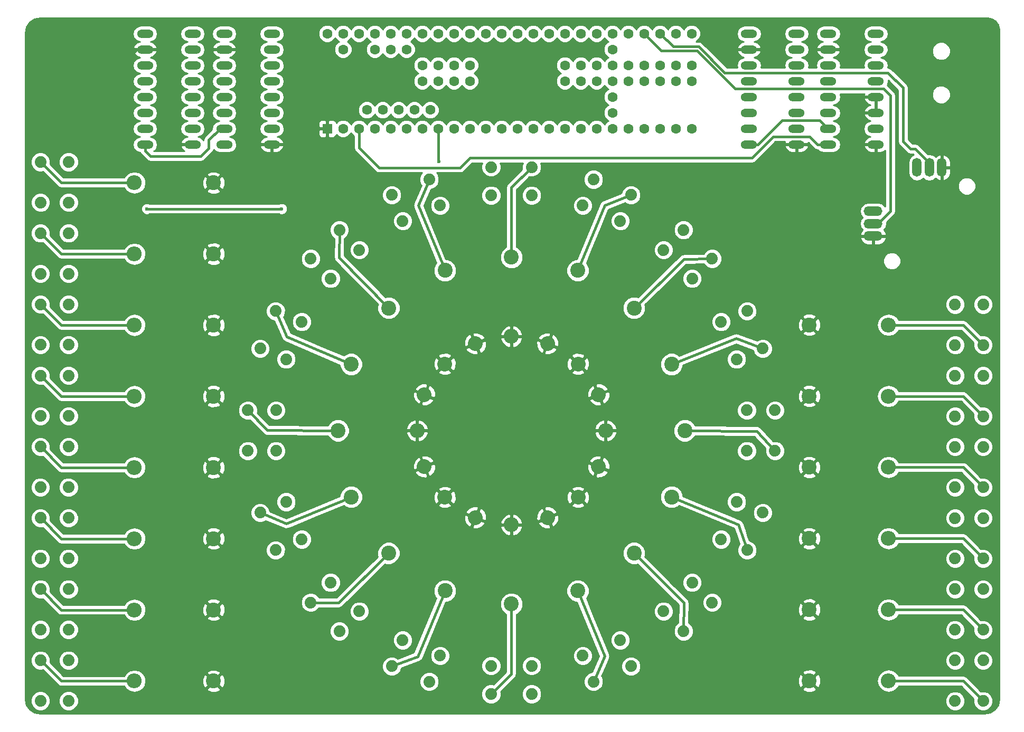
<source format=gbl>
G04 #@! TF.FileFunction,Copper,L2,Bot,Signal*
%FSLAX46Y46*%
G04 Gerber Fmt 4.6, Leading zero omitted, Abs format (unit mm)*
G04 Created by KiCad (PCBNEW 4.0.6) date Thursday, 30. August 2018 'u42' 16:42:36*
%MOMM*%
%LPD*%
G01*
G04 APERTURE LIST*
%ADD10C,0.100000*%
%ADD11O,2.641600X1.320800*%
%ADD12C,1.600000*%
%ADD13R,1.600000X1.600000*%
%ADD14O,2.999740X1.498600*%
%ADD15O,1.498600X2.999740*%
%ADD16C,2.400000*%
%ADD17O,2.400000X2.400000*%
%ADD18C,2.400000*%
%ADD19C,1.879600*%
%ADD20C,0.600000*%
%ADD21C,0.400000*%
%ADD22C,0.254000*%
G04 APERTURE END LIST*
D10*
D11*
X107391200Y-40182800D03*
X107391200Y-42722800D03*
X107391200Y-45262800D03*
X107391200Y-47802800D03*
X107391200Y-50342800D03*
X107391200Y-52882800D03*
X107391200Y-55422800D03*
X107391200Y-57962800D03*
X99771200Y-57962800D03*
X99771200Y-55422800D03*
X99771200Y-52882800D03*
X99771200Y-50342800D03*
X99771200Y-47802800D03*
X99771200Y-45262800D03*
X99771200Y-42722800D03*
X99771200Y-40182800D03*
X94691200Y-40182800D03*
X94691200Y-42722800D03*
X94691200Y-45262800D03*
X94691200Y-47802800D03*
X94691200Y-50342800D03*
X94691200Y-52882800D03*
X94691200Y-55422800D03*
X94691200Y-57962800D03*
X87071200Y-57962800D03*
X87071200Y-55422800D03*
X87071200Y-52882800D03*
X87071200Y-50342800D03*
X87071200Y-47802800D03*
X87071200Y-45262800D03*
X87071200Y-42722800D03*
X87071200Y-40182800D03*
X191511200Y-40182800D03*
X191511200Y-42722800D03*
X191511200Y-45262800D03*
X191511200Y-47802800D03*
X191511200Y-50342800D03*
X191511200Y-52882800D03*
X191511200Y-55422800D03*
X191511200Y-57962800D03*
X183891200Y-57962800D03*
X183891200Y-55422800D03*
X183891200Y-52882800D03*
X183891200Y-50342800D03*
X183891200Y-47802800D03*
X183891200Y-45262800D03*
X183891200Y-42722800D03*
X183891200Y-40182800D03*
X204211200Y-40182800D03*
X204211200Y-42722800D03*
X204211200Y-45262800D03*
X204211200Y-47802800D03*
X204211200Y-50342800D03*
X204211200Y-52882800D03*
X204211200Y-55422800D03*
X204211200Y-57962800D03*
X196591200Y-57962800D03*
X196591200Y-55422800D03*
X196591200Y-52882800D03*
X196591200Y-50342800D03*
X196591200Y-47802800D03*
X196591200Y-45262800D03*
X196591200Y-42722800D03*
X196591200Y-40182800D03*
D12*
X156921200Y-55422800D03*
X159461200Y-55422800D03*
X162001200Y-55422800D03*
X164541200Y-55422800D03*
X154381200Y-55422800D03*
X151841200Y-55422800D03*
X149301200Y-55422800D03*
X167081200Y-55422800D03*
X169621200Y-55422800D03*
X172161200Y-55422800D03*
X174701200Y-55422800D03*
X162001200Y-52882800D03*
X162001200Y-50342800D03*
X162001200Y-47802800D03*
X162001200Y-45262800D03*
X162001200Y-42722800D03*
X174701200Y-40182800D03*
X172161200Y-40182800D03*
X169621200Y-40182800D03*
X167081200Y-40182800D03*
X164541200Y-40182800D03*
X162001200Y-40182800D03*
X159461200Y-40182800D03*
X156921200Y-40182800D03*
X146761200Y-55422800D03*
X144221200Y-55422800D03*
X141681200Y-55422800D03*
X139141200Y-55422800D03*
X136601200Y-55422800D03*
X134061200Y-55422800D03*
X131521200Y-55422800D03*
X128981200Y-55422800D03*
X126441200Y-55422800D03*
X123901200Y-55422800D03*
X121361200Y-55422800D03*
X118821200Y-55422800D03*
D13*
X116281200Y-55422800D03*
D12*
X154381200Y-40182800D03*
X151841200Y-40182800D03*
X149301200Y-40182800D03*
X146761200Y-40182800D03*
X144221200Y-40182800D03*
X141681200Y-40182800D03*
X139141200Y-40182800D03*
X136601200Y-40182800D03*
X134061200Y-40182800D03*
X131521200Y-40182800D03*
X128981200Y-40182800D03*
X126441200Y-40182800D03*
X123901200Y-40182800D03*
X121361200Y-40182800D03*
X118821200Y-40182800D03*
X116281200Y-40182800D03*
X118821200Y-42722800D03*
X123901200Y-42722800D03*
X126441200Y-42722800D03*
X128981200Y-42722800D03*
X131521200Y-47802800D03*
X134061200Y-47802800D03*
X136601200Y-47802800D03*
X139141200Y-47802800D03*
X154381200Y-47802800D03*
X156921200Y-47802800D03*
X159461200Y-47802800D03*
X164541200Y-47802800D03*
X167081200Y-47802800D03*
X169621200Y-47802800D03*
X172161200Y-47802800D03*
X174701200Y-47802800D03*
X174701200Y-45262800D03*
X172161200Y-45262800D03*
X169621200Y-45262800D03*
X167081200Y-45262800D03*
X164541200Y-45262800D03*
X159461200Y-45262800D03*
X156921200Y-45262800D03*
X154381200Y-45262800D03*
X139141200Y-45262800D03*
X136601200Y-45262800D03*
X134061200Y-45262800D03*
X131521200Y-45262800D03*
X122631200Y-52422800D03*
X125171200Y-52422800D03*
X127711200Y-52422800D03*
X130251200Y-52422800D03*
X132791200Y-52422800D03*
D14*
X203801980Y-70662800D03*
X203801980Y-68663820D03*
X203801980Y-72661780D03*
D15*
X212801200Y-61663580D03*
X210802220Y-61663580D03*
X214800180Y-61663580D03*
D16*
X145796000Y-131673600D03*
D17*
X145796000Y-118973600D03*
D16*
X156437661Y-129556842D03*
D18*
X151577581Y-117823572D02*
X151577581Y-117823572D01*
D16*
X165459225Y-123528825D03*
D18*
X156478969Y-114548569D02*
X156478969Y-114548569D01*
D16*
X171487242Y-114507261D03*
D18*
X159753972Y-109647181D02*
X159753972Y-109647181D01*
D16*
X173604000Y-103865600D03*
D17*
X160904000Y-103865600D03*
D16*
X171487242Y-93223939D03*
D18*
X159753972Y-98084019D02*
X159753972Y-98084019D01*
D16*
X165459225Y-84202375D03*
D18*
X156478969Y-93182631D02*
X156478969Y-93182631D01*
D16*
X156437661Y-78174358D03*
D18*
X151577581Y-89907628D02*
X151577581Y-89907628D01*
D16*
X145796000Y-76057600D03*
D17*
X145796000Y-88757600D03*
D16*
X135154339Y-78174358D03*
D18*
X140014419Y-89907628D02*
X140014419Y-89907628D01*
D16*
X126132775Y-84202375D03*
D18*
X135113031Y-93182631D02*
X135113031Y-93182631D01*
D16*
X120104758Y-93223939D03*
D18*
X131838028Y-98084019D02*
X131838028Y-98084019D01*
D16*
X117988000Y-103865600D03*
D17*
X130688000Y-103865600D03*
D16*
X120104758Y-114507261D03*
D18*
X131838028Y-109647181D02*
X131838028Y-109647181D01*
D16*
X126132775Y-123528825D03*
D18*
X135113031Y-114548569D02*
X135113031Y-114548569D01*
D16*
X135154339Y-129556842D03*
D18*
X140014419Y-117823572D02*
X140014419Y-117823572D01*
D16*
X98044000Y-64109600D03*
D17*
X85344000Y-64109600D03*
D16*
X98044000Y-75529600D03*
D17*
X85344000Y-75529600D03*
D16*
X98044000Y-86949600D03*
D17*
X85344000Y-86949600D03*
D16*
X98044000Y-98369600D03*
D17*
X85344000Y-98369600D03*
D16*
X98044000Y-109789600D03*
D17*
X85344000Y-109789600D03*
D16*
X98044000Y-121209600D03*
D17*
X85344000Y-121209600D03*
D16*
X98044000Y-132629600D03*
D17*
X85344000Y-132629600D03*
D16*
X98044000Y-144049600D03*
D17*
X85344000Y-144049600D03*
D16*
X193548000Y-86918800D03*
D17*
X206248000Y-86918800D03*
D16*
X193548000Y-98338800D03*
D17*
X206248000Y-98338800D03*
D16*
X193548000Y-109758800D03*
D17*
X206248000Y-109758800D03*
D16*
X193548000Y-121178800D03*
D17*
X206248000Y-121178800D03*
D16*
X193548000Y-132598800D03*
D17*
X206248000Y-132598800D03*
D16*
X193548000Y-144018800D03*
D17*
X206248000Y-144018800D03*
D19*
X142544800Y-141605000D03*
X149047200Y-141605000D03*
X142544800Y-146126200D03*
X149047200Y-146126200D03*
X157234526Y-139976439D03*
X163241960Y-137488079D03*
X158964714Y-144153483D03*
X164972148Y-141665123D03*
X170182840Y-132850331D03*
X174780731Y-128252440D03*
X173379811Y-136047302D03*
X177977702Y-131449411D03*
X179418479Y-121311560D03*
X181906839Y-115304126D03*
X183595523Y-123041748D03*
X186083883Y-117034314D03*
X183535400Y-107116800D03*
X183535400Y-100614400D03*
X188056600Y-107116800D03*
X188056600Y-100614400D03*
X181906839Y-92427074D03*
X179418479Y-86419640D03*
X186083883Y-90696886D03*
X183595523Y-84689452D03*
X174780731Y-79478760D03*
X170182840Y-74880869D03*
X177977702Y-76281789D03*
X173379811Y-71683898D03*
X163241960Y-70243121D03*
X157234526Y-67754761D03*
X164972148Y-66066077D03*
X158964714Y-63577717D03*
X149047200Y-66126200D03*
X142544800Y-66126200D03*
X149047200Y-61605000D03*
X142544800Y-61605000D03*
X134357474Y-67754761D03*
X128350040Y-70243121D03*
X132627286Y-63577717D03*
X126619852Y-66066077D03*
X121409160Y-74880869D03*
X116811269Y-79478760D03*
X118212189Y-71683898D03*
X113614298Y-76281789D03*
X112173521Y-86419640D03*
X109685161Y-92427074D03*
X107996477Y-84689452D03*
X105508117Y-90696886D03*
X108056600Y-100614400D03*
X108056600Y-107116800D03*
X103535400Y-100614400D03*
X103535400Y-107116800D03*
X109685161Y-115304126D03*
X112173521Y-121311560D03*
X105508117Y-117034314D03*
X107996477Y-123041748D03*
X116811269Y-128252440D03*
X121409160Y-132850331D03*
X113614298Y-131449411D03*
X118212189Y-136047302D03*
X128350040Y-137488079D03*
X134357474Y-139976439D03*
X126619852Y-141665123D03*
X132627286Y-144153483D03*
X74808080Y-60777120D03*
X74808080Y-67279520D03*
X70286880Y-60777120D03*
X70286880Y-67279520D03*
X74808080Y-72197120D03*
X74808080Y-78699520D03*
X70286880Y-72197120D03*
X70286880Y-78699520D03*
X74808080Y-83617120D03*
X74808080Y-90119520D03*
X70286880Y-83617120D03*
X70286880Y-90119520D03*
X74808080Y-95037120D03*
X74808080Y-101539520D03*
X70286880Y-95037120D03*
X70286880Y-101539520D03*
X74808080Y-106457120D03*
X74808080Y-112959520D03*
X70286880Y-106457120D03*
X70286880Y-112959520D03*
X74808080Y-117877120D03*
X74808080Y-124379520D03*
X70286880Y-117877120D03*
X70286880Y-124379520D03*
X74808080Y-129297120D03*
X74808080Y-135799520D03*
X70286880Y-129297120D03*
X70286880Y-135799520D03*
X74808080Y-140717120D03*
X74808080Y-147219520D03*
X70286880Y-140717120D03*
X70286880Y-147219520D03*
X216910920Y-90139520D03*
X216910920Y-83637120D03*
X221432120Y-90139520D03*
X221432120Y-83637120D03*
X216910920Y-101559520D03*
X216910920Y-95057120D03*
X221432120Y-101559520D03*
X221432120Y-95057120D03*
X216910920Y-112979520D03*
X216910920Y-106477120D03*
X221432120Y-112979520D03*
X221432120Y-106477120D03*
X216910920Y-124399520D03*
X216910920Y-117897120D03*
X221432120Y-124399520D03*
X221432120Y-117897120D03*
X216910920Y-135819520D03*
X216910920Y-129317120D03*
X221432120Y-135819520D03*
X221432120Y-129317120D03*
X216910920Y-147239520D03*
X216910920Y-140737120D03*
X221432120Y-147239520D03*
X221432120Y-140737120D03*
D20*
X127561200Y-72482800D03*
X118361200Y-83482800D03*
X113361200Y-95882800D03*
X111761200Y-108682800D03*
X116961200Y-121082800D03*
X125361200Y-131482800D03*
X137561200Y-136282800D03*
X150361200Y-136682800D03*
X162761200Y-132682800D03*
X173161200Y-124482800D03*
X179761200Y-112482800D03*
X179761200Y-98682800D03*
X174761200Y-86482800D03*
X166561200Y-76482800D03*
X154361200Y-70482800D03*
X141161200Y-69882800D03*
X81761200Y-139282800D03*
X81761200Y-127882800D03*
X81761200Y-116282800D03*
X81961200Y-104682800D03*
X81761200Y-93482800D03*
X81761200Y-82082800D03*
X81761200Y-70682800D03*
X210961200Y-44682800D03*
X209761200Y-91482800D03*
X209761200Y-103082800D03*
X209761200Y-114282800D03*
X209761200Y-125882800D03*
X209761200Y-137282800D03*
X207561200Y-146482800D03*
X81761200Y-58682800D03*
X134161200Y-60682800D03*
X87361200Y-68282800D03*
X108961200Y-68282800D03*
D21*
X85721200Y-42722800D02*
X87071200Y-42722800D01*
X84561200Y-43882800D02*
X85721200Y-42722800D01*
X84561200Y-55882800D02*
X84561200Y-43882800D01*
X81761200Y-58682800D02*
X84561200Y-55882800D01*
X134061200Y-55422800D02*
X134061200Y-60582800D01*
X134061200Y-60582800D02*
X134161200Y-60682800D01*
X97282000Y-58597800D02*
X97282000Y-57251600D01*
X97282000Y-57251600D02*
X99110800Y-55422800D01*
X99110800Y-55422800D02*
X99771200Y-55422800D01*
X95999300Y-59880500D02*
X97282000Y-58597800D01*
X87928500Y-59880500D02*
X95999300Y-59880500D01*
X87071200Y-57962800D02*
X87071200Y-59023200D01*
X87071200Y-59023200D02*
X87928500Y-59880500D01*
X187761200Y-56682800D02*
X184361200Y-60082800D01*
X121361200Y-55422800D02*
X121361200Y-58482800D01*
X121361200Y-58482800D02*
X124561200Y-61682800D01*
X124561200Y-61682800D02*
X137561200Y-61682800D01*
X137561200Y-61682800D02*
X139161200Y-60082800D01*
X139161200Y-60082800D02*
X184361200Y-60082800D01*
X196591200Y-57962800D02*
X194870400Y-57962800D01*
X194870400Y-57962800D02*
X193590400Y-56682800D01*
X193590400Y-56682800D02*
X187761200Y-56682800D01*
X183891200Y-57962800D02*
X185281200Y-57962800D01*
X195251200Y-54082800D02*
X196591200Y-55422800D01*
X189161200Y-54082800D02*
X195251200Y-54082800D01*
X185281200Y-57962800D02*
X189161200Y-54082800D01*
X183230800Y-55422800D02*
X183891200Y-55422800D01*
X108961200Y-68282800D02*
X87361200Y-68282800D01*
X85344000Y-109789600D02*
X73619360Y-109789600D01*
X73619360Y-109789600D02*
X70286880Y-106457120D01*
X85344000Y-121209600D02*
X73619360Y-121209600D01*
X73619360Y-121209600D02*
X70286880Y-117877120D01*
X85344000Y-132629600D02*
X73619360Y-132629600D01*
X73619360Y-132629600D02*
X70286880Y-129297120D01*
X85344000Y-144049600D02*
X73619360Y-144049600D01*
X73619360Y-144049600D02*
X70286880Y-140717120D01*
X85344000Y-64109600D02*
X73619360Y-64109600D01*
X73619360Y-64109600D02*
X70286880Y-60777120D01*
X85344000Y-75529600D02*
X73619360Y-75529600D01*
X73619360Y-75529600D02*
X70286880Y-72197120D01*
X85344000Y-86949600D02*
X73619360Y-86949600D01*
X73619360Y-86949600D02*
X70286880Y-83617120D01*
X85344000Y-98369600D02*
X73619360Y-98369600D01*
X73619360Y-98369600D02*
X70286880Y-95037120D01*
X117988000Y-103865600D02*
X106629200Y-103809800D01*
X106629200Y-103809800D02*
X103535400Y-100614400D01*
X120104758Y-93223939D02*
X109804200Y-88823800D01*
X109804200Y-88823800D02*
X107996477Y-84689452D01*
X126132775Y-84202375D02*
X118186200Y-76123800D01*
X118186200Y-76123800D02*
X118212189Y-71683898D01*
X135154339Y-78174358D02*
X130886200Y-67741800D01*
X130886200Y-67741800D02*
X132627286Y-63577717D01*
X145796000Y-131673600D02*
X145745200Y-142925800D01*
X145745200Y-142925800D02*
X142544800Y-146126200D01*
X135154339Y-129556842D02*
X130759200Y-140131800D01*
X130759200Y-140131800D02*
X126619852Y-141665123D01*
X126132775Y-123528825D02*
X118059200Y-131495800D01*
X118059200Y-131495800D02*
X113614298Y-131449411D01*
X120104758Y-114507261D02*
X109677200Y-118795800D01*
X109677200Y-118795800D02*
X105508117Y-117034314D01*
X173604000Y-103865600D02*
X185115200Y-103936800D01*
X185115200Y-103936800D02*
X188056600Y-107116800D01*
X171487242Y-114507261D02*
X182194200Y-118922800D01*
X182194200Y-118922800D02*
X183595523Y-123041748D01*
X165459225Y-123528825D02*
X173431200Y-131495800D01*
X173431200Y-131495800D02*
X173379811Y-136047302D01*
X156437661Y-129556842D02*
X160731200Y-140004800D01*
X160731200Y-140004800D02*
X158964714Y-144153483D01*
X145796000Y-76057600D02*
X145796000Y-64856200D01*
X145796000Y-64856200D02*
X149047200Y-61605000D01*
X156437661Y-78174358D02*
X160731200Y-67741800D01*
X160731200Y-67741800D02*
X164972148Y-66066077D01*
X165459225Y-84202375D02*
X173431200Y-76377800D01*
X173431200Y-76377800D02*
X177977702Y-76281789D01*
X171487242Y-93223939D02*
X181813200Y-89077800D01*
X181813200Y-89077800D02*
X186083883Y-90696886D01*
X206248000Y-98338800D02*
X218211400Y-98338800D01*
X218211400Y-98338800D02*
X221432120Y-101559520D01*
X206248000Y-86918800D02*
X218211400Y-86918800D01*
X218211400Y-86918800D02*
X221432120Y-90139520D01*
X206248000Y-144018800D02*
X218211400Y-144018800D01*
X218211400Y-144018800D02*
X221432120Y-147239520D01*
X206248000Y-132598800D02*
X218211400Y-132598800D01*
X218211400Y-132598800D02*
X221432120Y-135819520D01*
X206248000Y-121178800D02*
X218211400Y-121178800D01*
X218211400Y-121178800D02*
X221432120Y-124399520D01*
X206248000Y-109758800D02*
X218211400Y-109758800D01*
X218211400Y-109758800D02*
X221432120Y-112979520D01*
X175561200Y-42882800D02*
X169781200Y-42882800D01*
X169781200Y-42882800D02*
X167081200Y-40182800D01*
X181681201Y-49002801D02*
X175561200Y-42882800D01*
X206561200Y-50082800D02*
X205481201Y-49002801D01*
X205481201Y-49002801D02*
X181681201Y-49002801D01*
X206561200Y-68654150D02*
X206561200Y-50082800D01*
X203801980Y-70662800D02*
X204552550Y-70662800D01*
X204552550Y-70662800D02*
X206561200Y-68654150D01*
X203801980Y-70662800D02*
X203051410Y-70662800D01*
X169621200Y-40182800D02*
X171721190Y-42282790D01*
X206161200Y-46482800D02*
X208561200Y-48882800D01*
X171721190Y-42282790D02*
X175809733Y-42282791D01*
X175809733Y-42282791D02*
X180009742Y-46482800D01*
X208561200Y-57482800D02*
X209761200Y-58682800D01*
X209761200Y-58682800D02*
X210570990Y-58682800D01*
X180009742Y-46482800D02*
X206161200Y-46482800D01*
X208561200Y-48882800D02*
X208561200Y-57482800D01*
X210570990Y-58682800D02*
X212801200Y-60913010D01*
X212801200Y-60913010D02*
X212801200Y-61663580D01*
D22*
G36*
X222850635Y-37818357D02*
X223435108Y-38208889D01*
X223825643Y-38793365D01*
X223976200Y-39550267D01*
X223976200Y-146915333D01*
X223787583Y-147863575D01*
X223288663Y-148610263D01*
X222541977Y-149109183D01*
X221593733Y-149297800D01*
X70228667Y-149297800D01*
X69280425Y-149109183D01*
X68533737Y-148610263D01*
X68034817Y-147863577D01*
X67968742Y-147531393D01*
X68711807Y-147531393D01*
X68951051Y-148110407D01*
X69393663Y-148553792D01*
X69972259Y-148794046D01*
X70598753Y-148794593D01*
X71177767Y-148555349D01*
X71621152Y-148112737D01*
X71861406Y-147534141D01*
X71861408Y-147531393D01*
X73233007Y-147531393D01*
X73472251Y-148110407D01*
X73914863Y-148553792D01*
X74493459Y-148794046D01*
X75119953Y-148794593D01*
X75698967Y-148555349D01*
X76142352Y-148112737D01*
X76382606Y-147534141D01*
X76383153Y-146907647D01*
X76189129Y-146438073D01*
X140969727Y-146438073D01*
X141208971Y-147017087D01*
X141651583Y-147460472D01*
X142230179Y-147700726D01*
X142856673Y-147701273D01*
X143435687Y-147462029D01*
X143879072Y-147019417D01*
X144119326Y-146440821D01*
X144119328Y-146438073D01*
X147472127Y-146438073D01*
X147711371Y-147017087D01*
X148153983Y-147460472D01*
X148732579Y-147700726D01*
X149359073Y-147701273D01*
X149721809Y-147551393D01*
X215335847Y-147551393D01*
X215575091Y-148130407D01*
X216017703Y-148573792D01*
X216596299Y-148814046D01*
X217222793Y-148814593D01*
X217801807Y-148575349D01*
X218245192Y-148132737D01*
X218485446Y-147554141D01*
X218485993Y-146927647D01*
X218246749Y-146348633D01*
X217804137Y-145905248D01*
X217225541Y-145664994D01*
X216599047Y-145664447D01*
X216020033Y-145903691D01*
X215576648Y-146346303D01*
X215336394Y-146924899D01*
X215335847Y-147551393D01*
X149721809Y-147551393D01*
X149938087Y-147462029D01*
X150381472Y-147019417D01*
X150621726Y-146440821D01*
X150622273Y-145814327D01*
X150383029Y-145235313D01*
X149940417Y-144791928D01*
X149361821Y-144551674D01*
X148735327Y-144551127D01*
X148156313Y-144790371D01*
X147712928Y-145232983D01*
X147472674Y-145811579D01*
X147472127Y-146438073D01*
X144119328Y-146438073D01*
X144119873Y-145814327D01*
X144095801Y-145756067D01*
X146335634Y-143516234D01*
X146425039Y-143382429D01*
X146515189Y-143248821D01*
X146515573Y-143246936D01*
X146516639Y-143245340D01*
X146548052Y-143087419D01*
X146580191Y-142929570D01*
X146584762Y-141916873D01*
X147472127Y-141916873D01*
X147711371Y-142495887D01*
X148153983Y-142939272D01*
X148732579Y-143179526D01*
X149359073Y-143180073D01*
X149938087Y-142940829D01*
X150381472Y-142498217D01*
X150621726Y-141919621D01*
X150622273Y-141293127D01*
X150383029Y-140714113D01*
X149957971Y-140288312D01*
X155659453Y-140288312D01*
X155898697Y-140867326D01*
X156341309Y-141310711D01*
X156919905Y-141550965D01*
X157546399Y-141551512D01*
X158125413Y-141312268D01*
X158568798Y-140869656D01*
X158809052Y-140291060D01*
X158809599Y-139664566D01*
X158570355Y-139085552D01*
X158127743Y-138642167D01*
X157549147Y-138401913D01*
X156922653Y-138401366D01*
X156343639Y-138640610D01*
X155900254Y-139083222D01*
X155660000Y-139661818D01*
X155659453Y-140288312D01*
X149957971Y-140288312D01*
X149940417Y-140270728D01*
X149361821Y-140030474D01*
X148735327Y-140029927D01*
X148156313Y-140269171D01*
X147712928Y-140711783D01*
X147472674Y-141290379D01*
X147472127Y-141916873D01*
X146584762Y-141916873D01*
X146623588Y-133317121D01*
X146834086Y-133230145D01*
X147350730Y-132714401D01*
X147630681Y-132040205D01*
X147631318Y-131310197D01*
X147352545Y-130635514D01*
X146836801Y-130118870D01*
X146358460Y-129920245D01*
X154602343Y-129920245D01*
X154881116Y-130594928D01*
X155396860Y-131111572D01*
X156071056Y-131391523D01*
X156288936Y-131391713D01*
X159826093Y-139999081D01*
X158727802Y-142578475D01*
X158652841Y-142578410D01*
X158073827Y-142817654D01*
X157630442Y-143260266D01*
X157390188Y-143838862D01*
X157389641Y-144465356D01*
X157628885Y-145044370D01*
X158071497Y-145487755D01*
X158650093Y-145728009D01*
X159276587Y-145728556D01*
X159855601Y-145489312D01*
X160029240Y-145315975D01*
X192430430Y-145315975D01*
X192553565Y-145603588D01*
X193235734Y-145863507D01*
X193965443Y-145842586D01*
X194542435Y-145603588D01*
X194665570Y-145315975D01*
X193548000Y-144198405D01*
X192430430Y-145315975D01*
X160029240Y-145315975D01*
X160298986Y-145046700D01*
X160539240Y-144468104D01*
X160539787Y-143841610D01*
X160483975Y-143706534D01*
X191703293Y-143706534D01*
X191724214Y-144436243D01*
X191963212Y-145013235D01*
X192250825Y-145136370D01*
X193368395Y-144018800D01*
X193727605Y-144018800D01*
X194845175Y-145136370D01*
X195132788Y-145013235D01*
X195392707Y-144331066D01*
X195383755Y-144018800D01*
X204377050Y-144018800D01*
X204516731Y-144721024D01*
X204914509Y-145316341D01*
X205509826Y-145714119D01*
X206212050Y-145853800D01*
X206283950Y-145853800D01*
X206986174Y-145714119D01*
X207581491Y-145316341D01*
X207890551Y-144853800D01*
X217865532Y-144853800D01*
X219880784Y-146869052D01*
X219857594Y-146924899D01*
X219857047Y-147551393D01*
X220096291Y-148130407D01*
X220538903Y-148573792D01*
X221117499Y-148814046D01*
X221743993Y-148814593D01*
X222323007Y-148575349D01*
X222766392Y-148132737D01*
X223006646Y-147554141D01*
X223007193Y-146927647D01*
X222767949Y-146348633D01*
X222325337Y-145905248D01*
X221746741Y-145664994D01*
X221120247Y-145664447D01*
X221061987Y-145688519D01*
X218801834Y-143428366D01*
X218680624Y-143347376D01*
X218530941Y-143247361D01*
X218211400Y-143183800D01*
X207890551Y-143183800D01*
X207581491Y-142721259D01*
X206986174Y-142323481D01*
X206283950Y-142183800D01*
X206212050Y-142183800D01*
X205509826Y-142323481D01*
X204914509Y-142721259D01*
X204516731Y-143316576D01*
X204377050Y-144018800D01*
X195383755Y-144018800D01*
X195371786Y-143601357D01*
X195132788Y-143024365D01*
X194845175Y-142901230D01*
X193727605Y-144018800D01*
X193368395Y-144018800D01*
X192250825Y-142901230D01*
X191963212Y-143024365D01*
X191703293Y-143706534D01*
X160483975Y-143706534D01*
X160300543Y-143262596D01*
X160266227Y-143228220D01*
X160798991Y-141976996D01*
X163397075Y-141976996D01*
X163636319Y-142556010D01*
X164078931Y-142999395D01*
X164657527Y-143239649D01*
X165284021Y-143240196D01*
X165863035Y-143000952D01*
X166142849Y-142721625D01*
X192430430Y-142721625D01*
X193548000Y-143839195D01*
X194665570Y-142721625D01*
X194542435Y-142434012D01*
X193860266Y-142174093D01*
X193130557Y-142195014D01*
X192553565Y-142434012D01*
X192430430Y-142721625D01*
X166142849Y-142721625D01*
X166306420Y-142558340D01*
X166546674Y-141979744D01*
X166547221Y-141353250D01*
X166421505Y-141048993D01*
X215335847Y-141048993D01*
X215575091Y-141628007D01*
X216017703Y-142071392D01*
X216596299Y-142311646D01*
X217222793Y-142312193D01*
X217801807Y-142072949D01*
X218245192Y-141630337D01*
X218485446Y-141051741D01*
X218485448Y-141048993D01*
X219857047Y-141048993D01*
X220096291Y-141628007D01*
X220538903Y-142071392D01*
X221117499Y-142311646D01*
X221743993Y-142312193D01*
X222323007Y-142072949D01*
X222766392Y-141630337D01*
X223006646Y-141051741D01*
X223007193Y-140425247D01*
X222767949Y-139846233D01*
X222325337Y-139402848D01*
X221746741Y-139162594D01*
X221120247Y-139162047D01*
X220541233Y-139401291D01*
X220097848Y-139843903D01*
X219857594Y-140422499D01*
X219857047Y-141048993D01*
X218485448Y-141048993D01*
X218485993Y-140425247D01*
X218246749Y-139846233D01*
X217804137Y-139402848D01*
X217225541Y-139162594D01*
X216599047Y-139162047D01*
X216020033Y-139401291D01*
X215576648Y-139843903D01*
X215336394Y-140422499D01*
X215335847Y-141048993D01*
X166421505Y-141048993D01*
X166307977Y-140774236D01*
X165865365Y-140330851D01*
X165286769Y-140090597D01*
X164660275Y-140090050D01*
X164081261Y-140329294D01*
X163637876Y-140771906D01*
X163397622Y-141350502D01*
X163397075Y-141976996D01*
X160798991Y-141976996D01*
X161499457Y-140331919D01*
X161500071Y-140328982D01*
X161501744Y-140326494D01*
X161533409Y-140169594D01*
X161566159Y-140013019D01*
X161565603Y-140010074D01*
X161566197Y-140007133D01*
X161535415Y-139850090D01*
X161505748Y-139692869D01*
X161504106Y-139690358D01*
X161503529Y-139687415D01*
X160727886Y-137799952D01*
X161666887Y-137799952D01*
X161906131Y-138378966D01*
X162348743Y-138822351D01*
X162927339Y-139062605D01*
X163553833Y-139063152D01*
X164132847Y-138823908D01*
X164576232Y-138381296D01*
X164816486Y-137802700D01*
X164817033Y-137176206D01*
X164577789Y-136597192D01*
X164135177Y-136153807D01*
X163556581Y-135913553D01*
X162930087Y-135913006D01*
X162351073Y-136152250D01*
X161907688Y-136594862D01*
X161667434Y-137173458D01*
X161666887Y-137799952D01*
X160727886Y-137799952D01*
X158822026Y-133162204D01*
X168607767Y-133162204D01*
X168847011Y-133741218D01*
X169289623Y-134184603D01*
X169868219Y-134424857D01*
X170494713Y-134425404D01*
X171073727Y-134186160D01*
X171517112Y-133743548D01*
X171757366Y-133164952D01*
X171757913Y-132538458D01*
X171518669Y-131959444D01*
X171076057Y-131516059D01*
X170497461Y-131275805D01*
X169870967Y-131275258D01*
X169291953Y-131514502D01*
X168848568Y-131957114D01*
X168608314Y-132535710D01*
X168607767Y-133162204D01*
X158822026Y-133162204D01*
X157833367Y-130756390D01*
X157992391Y-130597643D01*
X158272342Y-129923447D01*
X158272979Y-129193439D01*
X157994206Y-128518756D01*
X157478462Y-128002112D01*
X156804266Y-127722161D01*
X156074258Y-127721524D01*
X155399575Y-128000297D01*
X154882931Y-128516041D01*
X154602980Y-129190237D01*
X154602343Y-129920245D01*
X146358460Y-129920245D01*
X146162605Y-129838919D01*
X145432597Y-129838282D01*
X144757914Y-130117055D01*
X144241270Y-130632799D01*
X143961319Y-131306995D01*
X143960682Y-132037003D01*
X144239455Y-132711686D01*
X144755199Y-133228330D01*
X144953601Y-133310714D01*
X144911761Y-142578371D01*
X142915268Y-144574864D01*
X142859421Y-144551674D01*
X142232927Y-144551127D01*
X141653913Y-144790371D01*
X141210528Y-145232983D01*
X140970274Y-145811579D01*
X140969727Y-146438073D01*
X76189129Y-146438073D01*
X76143909Y-146328633D01*
X75701297Y-145885248D01*
X75122701Y-145644994D01*
X74496207Y-145644447D01*
X73917193Y-145883691D01*
X73473808Y-146326303D01*
X73233554Y-146904899D01*
X73233007Y-147531393D01*
X71861408Y-147531393D01*
X71861953Y-146907647D01*
X71622709Y-146328633D01*
X71180097Y-145885248D01*
X70601501Y-145644994D01*
X69975007Y-145644447D01*
X69395993Y-145883691D01*
X68952608Y-146326303D01*
X68712354Y-146904899D01*
X68711807Y-147531393D01*
X67968742Y-147531393D01*
X67846200Y-146915333D01*
X67846200Y-141028993D01*
X68711807Y-141028993D01*
X68951051Y-141608007D01*
X69393663Y-142051392D01*
X69972259Y-142291646D01*
X70598753Y-142292193D01*
X70657013Y-142268121D01*
X73028926Y-144640034D01*
X73299819Y-144821039D01*
X73619360Y-144884600D01*
X83701449Y-144884600D01*
X84010509Y-145347141D01*
X84605826Y-145744919D01*
X85308050Y-145884600D01*
X85379950Y-145884600D01*
X86082174Y-145744919D01*
X86677491Y-145347141D01*
X86677735Y-145346775D01*
X96926430Y-145346775D01*
X97049565Y-145634388D01*
X97731734Y-145894307D01*
X98461443Y-145873386D01*
X99038435Y-145634388D01*
X99161570Y-145346775D01*
X98044000Y-144229205D01*
X96926430Y-145346775D01*
X86677735Y-145346775D01*
X87075269Y-144751824D01*
X87214950Y-144049600D01*
X87152837Y-143737334D01*
X96199293Y-143737334D01*
X96220214Y-144467043D01*
X96459212Y-145044035D01*
X96746825Y-145167170D01*
X97864395Y-144049600D01*
X98223605Y-144049600D01*
X99341175Y-145167170D01*
X99628788Y-145044035D01*
X99849275Y-144465356D01*
X131052213Y-144465356D01*
X131291457Y-145044370D01*
X131734069Y-145487755D01*
X132312665Y-145728009D01*
X132939159Y-145728556D01*
X133518173Y-145489312D01*
X133961558Y-145046700D01*
X134201812Y-144468104D01*
X134202359Y-143841610D01*
X133963115Y-143262596D01*
X133520503Y-142819211D01*
X132941907Y-142578957D01*
X132315413Y-142578410D01*
X131736399Y-142817654D01*
X131293014Y-143260266D01*
X131052760Y-143838862D01*
X131052213Y-144465356D01*
X99849275Y-144465356D01*
X99888707Y-144361866D01*
X99867786Y-143632157D01*
X99628788Y-143055165D01*
X99341175Y-142932030D01*
X98223605Y-144049600D01*
X97864395Y-144049600D01*
X96746825Y-142932030D01*
X96459212Y-143055165D01*
X96199293Y-143737334D01*
X87152837Y-143737334D01*
X87075269Y-143347376D01*
X86677736Y-142752425D01*
X96926430Y-142752425D01*
X98044000Y-143869995D01*
X99161570Y-142752425D01*
X99038435Y-142464812D01*
X98356266Y-142204893D01*
X97626557Y-142225814D01*
X97049565Y-142464812D01*
X96926430Y-142752425D01*
X86677736Y-142752425D01*
X86677491Y-142752059D01*
X86082174Y-142354281D01*
X85379950Y-142214600D01*
X85308050Y-142214600D01*
X84605826Y-142354281D01*
X84010509Y-142752059D01*
X83701449Y-143214600D01*
X73965228Y-143214600D01*
X71838216Y-141087588D01*
X71861406Y-141031741D01*
X71861408Y-141028993D01*
X73233007Y-141028993D01*
X73472251Y-141608007D01*
X73914863Y-142051392D01*
X74493459Y-142291646D01*
X75119953Y-142292193D01*
X75698967Y-142052949D01*
X75775052Y-141976996D01*
X125044779Y-141976996D01*
X125284023Y-142556010D01*
X125726635Y-142999395D01*
X126305231Y-143239649D01*
X126931725Y-143240196D01*
X127510739Y-143000952D01*
X127954124Y-142558340D01*
X128194378Y-141979744D01*
X128194384Y-141972322D01*
X128344073Y-141916873D01*
X140969727Y-141916873D01*
X141208971Y-142495887D01*
X141651583Y-142939272D01*
X142230179Y-143179526D01*
X142856673Y-143180073D01*
X143435687Y-142940829D01*
X143879072Y-142498217D01*
X144119326Y-141919621D01*
X144119873Y-141293127D01*
X143880629Y-140714113D01*
X143438017Y-140270728D01*
X142859421Y-140030474D01*
X142232927Y-140029927D01*
X141653913Y-140269171D01*
X141210528Y-140711783D01*
X140970274Y-141290379D01*
X140969727Y-141916873D01*
X128344073Y-141916873D01*
X131049246Y-140914806D01*
X131062527Y-140906643D01*
X131077816Y-140903621D01*
X131200834Y-140821636D01*
X131326812Y-140744207D01*
X131335958Y-140731584D01*
X131348926Y-140722941D01*
X131431213Y-140600109D01*
X131517962Y-140480375D01*
X131521580Y-140465216D01*
X131530256Y-140452265D01*
X131598397Y-140288312D01*
X132782401Y-140288312D01*
X133021645Y-140867326D01*
X133464257Y-141310711D01*
X134042853Y-141550965D01*
X134669347Y-141551512D01*
X135248361Y-141312268D01*
X135691746Y-140869656D01*
X135932000Y-140291060D01*
X135932547Y-139664566D01*
X135693303Y-139085552D01*
X135250691Y-138642167D01*
X134672095Y-138401913D01*
X134045601Y-138401366D01*
X133466587Y-138640610D01*
X133023202Y-139083222D01*
X132782948Y-139661818D01*
X132782401Y-140288312D01*
X131598397Y-140288312D01*
X135295876Y-131391966D01*
X135517742Y-131392160D01*
X136192425Y-131113387D01*
X136709069Y-130597643D01*
X136989020Y-129923447D01*
X136989657Y-129193439D01*
X136710884Y-128518756D01*
X136195140Y-128002112D01*
X135520944Y-127722161D01*
X134790936Y-127721524D01*
X134116253Y-128000297D01*
X133599609Y-128516041D01*
X133319658Y-129190237D01*
X133319021Y-129920245D01*
X133597794Y-130594928D01*
X133753725Y-130751131D01*
X130127836Y-139475227D01*
X127595387Y-140413313D01*
X127513069Y-140330851D01*
X126934473Y-140090597D01*
X126307979Y-140090050D01*
X125728965Y-140329294D01*
X125285580Y-140771906D01*
X125045326Y-141350502D01*
X125044779Y-141976996D01*
X75775052Y-141976996D01*
X76142352Y-141610337D01*
X76382606Y-141031741D01*
X76383153Y-140405247D01*
X76143909Y-139826233D01*
X75701297Y-139382848D01*
X75122701Y-139142594D01*
X74496207Y-139142047D01*
X73917193Y-139381291D01*
X73473808Y-139823903D01*
X73233554Y-140402499D01*
X73233007Y-141028993D01*
X71861408Y-141028993D01*
X71861953Y-140405247D01*
X71622709Y-139826233D01*
X71180097Y-139382848D01*
X70601501Y-139142594D01*
X69975007Y-139142047D01*
X69395993Y-139381291D01*
X68952608Y-139823903D01*
X68712354Y-140402499D01*
X68711807Y-141028993D01*
X67846200Y-141028993D01*
X67846200Y-137799952D01*
X126774967Y-137799952D01*
X127014211Y-138378966D01*
X127456823Y-138822351D01*
X128035419Y-139062605D01*
X128661913Y-139063152D01*
X129240927Y-138823908D01*
X129684312Y-138381296D01*
X129924566Y-137802700D01*
X129925113Y-137176206D01*
X129685869Y-136597192D01*
X129243257Y-136153807D01*
X128664661Y-135913553D01*
X128038167Y-135913006D01*
X127459153Y-136152250D01*
X127015768Y-136594862D01*
X126775514Y-137173458D01*
X126774967Y-137799952D01*
X67846200Y-137799952D01*
X67846200Y-136111393D01*
X68711807Y-136111393D01*
X68951051Y-136690407D01*
X69393663Y-137133792D01*
X69972259Y-137374046D01*
X70598753Y-137374593D01*
X71177767Y-137135349D01*
X71621152Y-136692737D01*
X71861406Y-136114141D01*
X71861408Y-136111393D01*
X73233007Y-136111393D01*
X73472251Y-136690407D01*
X73914863Y-137133792D01*
X74493459Y-137374046D01*
X75119953Y-137374593D01*
X75698967Y-137135349D01*
X76142352Y-136692737D01*
X76280859Y-136359175D01*
X116637116Y-136359175D01*
X116876360Y-136938189D01*
X117318972Y-137381574D01*
X117897568Y-137621828D01*
X118524062Y-137622375D01*
X119103076Y-137383131D01*
X119546461Y-136940519D01*
X119786715Y-136361923D01*
X119787262Y-135735429D01*
X119548018Y-135156415D01*
X119105406Y-134713030D01*
X118526810Y-134472776D01*
X117900316Y-134472229D01*
X117321302Y-134711473D01*
X116877917Y-135154085D01*
X116637663Y-135732681D01*
X116637116Y-136359175D01*
X76280859Y-136359175D01*
X76382606Y-136114141D01*
X76383153Y-135487647D01*
X76143909Y-134908633D01*
X75701297Y-134465248D01*
X75122701Y-134224994D01*
X74496207Y-134224447D01*
X73917193Y-134463691D01*
X73473808Y-134906303D01*
X73233554Y-135484899D01*
X73233007Y-136111393D01*
X71861408Y-136111393D01*
X71861953Y-135487647D01*
X71622709Y-134908633D01*
X71180097Y-134465248D01*
X70601501Y-134224994D01*
X69975007Y-134224447D01*
X69395993Y-134463691D01*
X68952608Y-134906303D01*
X68712354Y-135484899D01*
X68711807Y-136111393D01*
X67846200Y-136111393D01*
X67846200Y-129608993D01*
X68711807Y-129608993D01*
X68951051Y-130188007D01*
X69393663Y-130631392D01*
X69972259Y-130871646D01*
X70598753Y-130872193D01*
X70657013Y-130848121D01*
X73028926Y-133220034D01*
X73299819Y-133401039D01*
X73619360Y-133464600D01*
X83701449Y-133464600D01*
X84010509Y-133927141D01*
X84605826Y-134324919D01*
X85308050Y-134464600D01*
X85379950Y-134464600D01*
X86082174Y-134324919D01*
X86677491Y-133927141D01*
X86677735Y-133926775D01*
X96926430Y-133926775D01*
X97049565Y-134214388D01*
X97731734Y-134474307D01*
X98461443Y-134453386D01*
X99038435Y-134214388D01*
X99161570Y-133926775D01*
X98044000Y-132809205D01*
X96926430Y-133926775D01*
X86677735Y-133926775D01*
X87075269Y-133331824D01*
X87214950Y-132629600D01*
X87152837Y-132317334D01*
X96199293Y-132317334D01*
X96220214Y-133047043D01*
X96459212Y-133624035D01*
X96746825Y-133747170D01*
X97864395Y-132629600D01*
X98223605Y-132629600D01*
X99341175Y-133747170D01*
X99628788Y-133624035D01*
X99804754Y-133162204D01*
X119834087Y-133162204D01*
X120073331Y-133741218D01*
X120515943Y-134184603D01*
X121094539Y-134424857D01*
X121721033Y-134425404D01*
X122300047Y-134186160D01*
X122743432Y-133743548D01*
X122983686Y-133164952D01*
X122984233Y-132538458D01*
X122744989Y-131959444D01*
X122302377Y-131516059D01*
X121723781Y-131275805D01*
X121097287Y-131275258D01*
X120518273Y-131514502D01*
X120074888Y-131957114D01*
X119834634Y-132535710D01*
X119834087Y-133162204D01*
X99804754Y-133162204D01*
X99888707Y-132941866D01*
X99867786Y-132212157D01*
X99681029Y-131761284D01*
X112039225Y-131761284D01*
X112278469Y-132340298D01*
X112721081Y-132783683D01*
X113299677Y-133023937D01*
X113926171Y-133024484D01*
X114505185Y-132785240D01*
X114948570Y-132342628D01*
X114966863Y-132298573D01*
X118050486Y-132330755D01*
X118052074Y-132330456D01*
X118053651Y-132330781D01*
X118211966Y-132300383D01*
X118370673Y-132270532D01*
X118372024Y-132269650D01*
X118373606Y-132269346D01*
X118508272Y-132180654D01*
X118643440Y-132092364D01*
X118644350Y-132091032D01*
X118645697Y-132090145D01*
X125552325Y-125274710D01*
X125766170Y-125363506D01*
X126496178Y-125364143D01*
X127170861Y-125085370D01*
X127687505Y-124569626D01*
X127967456Y-123895430D01*
X127967458Y-123892228D01*
X163623907Y-123892228D01*
X163902680Y-124566911D01*
X164418424Y-125083555D01*
X165092620Y-125363506D01*
X165822628Y-125364143D01*
X166029093Y-125278833D01*
X172592284Y-131837908D01*
X172560172Y-134682034D01*
X172488924Y-134711473D01*
X172045539Y-135154085D01*
X171805285Y-135732681D01*
X171804738Y-136359175D01*
X172043982Y-136938189D01*
X172486594Y-137381574D01*
X173065190Y-137621828D01*
X173691684Y-137622375D01*
X174270698Y-137383131D01*
X174714083Y-136940519D01*
X174954337Y-136361923D01*
X174954538Y-136131393D01*
X215335847Y-136131393D01*
X215575091Y-136710407D01*
X216017703Y-137153792D01*
X216596299Y-137394046D01*
X217222793Y-137394593D01*
X217801807Y-137155349D01*
X218245192Y-136712737D01*
X218485446Y-136134141D01*
X218485993Y-135507647D01*
X218246749Y-134928633D01*
X217804137Y-134485248D01*
X217225541Y-134244994D01*
X216599047Y-134244447D01*
X216020033Y-134483691D01*
X215576648Y-134926303D01*
X215336394Y-135504899D01*
X215335847Y-136131393D01*
X174954538Y-136131393D01*
X174954884Y-135735429D01*
X174715640Y-135156415D01*
X174273028Y-134713030D01*
X174230130Y-134695217D01*
X174239153Y-133895975D01*
X192430430Y-133895975D01*
X192553565Y-134183588D01*
X193235734Y-134443507D01*
X193965443Y-134422586D01*
X194542435Y-134183588D01*
X194665570Y-133895975D01*
X193548000Y-132778405D01*
X192430430Y-133895975D01*
X174239153Y-133895975D01*
X174263255Y-131761284D01*
X176402629Y-131761284D01*
X176641873Y-132340298D01*
X177084485Y-132783683D01*
X177663081Y-133023937D01*
X178289575Y-133024484D01*
X178868589Y-132785240D01*
X179311974Y-132342628D01*
X179335266Y-132286534D01*
X191703293Y-132286534D01*
X191724214Y-133016243D01*
X191963212Y-133593235D01*
X192250825Y-133716370D01*
X193368395Y-132598800D01*
X193727605Y-132598800D01*
X194845175Y-133716370D01*
X195132788Y-133593235D01*
X195392707Y-132911066D01*
X195383755Y-132598800D01*
X204377050Y-132598800D01*
X204516731Y-133301024D01*
X204914509Y-133896341D01*
X205509826Y-134294119D01*
X206212050Y-134433800D01*
X206283950Y-134433800D01*
X206986174Y-134294119D01*
X207581491Y-133896341D01*
X207890551Y-133433800D01*
X217865532Y-133433800D01*
X219880784Y-135449052D01*
X219857594Y-135504899D01*
X219857047Y-136131393D01*
X220096291Y-136710407D01*
X220538903Y-137153792D01*
X221117499Y-137394046D01*
X221743993Y-137394593D01*
X222323007Y-137155349D01*
X222766392Y-136712737D01*
X223006646Y-136134141D01*
X223007193Y-135507647D01*
X222767949Y-134928633D01*
X222325337Y-134485248D01*
X221746741Y-134244994D01*
X221120247Y-134244447D01*
X221061987Y-134268519D01*
X218801834Y-132008366D01*
X218680624Y-131927376D01*
X218530941Y-131827361D01*
X218211400Y-131763800D01*
X207890551Y-131763800D01*
X207581491Y-131301259D01*
X206986174Y-130903481D01*
X206283950Y-130763800D01*
X206212050Y-130763800D01*
X205509826Y-130903481D01*
X204914509Y-131301259D01*
X204516731Y-131896576D01*
X204377050Y-132598800D01*
X195383755Y-132598800D01*
X195371786Y-132181357D01*
X195132788Y-131604365D01*
X194845175Y-131481230D01*
X193727605Y-132598800D01*
X193368395Y-132598800D01*
X192250825Y-131481230D01*
X191963212Y-131604365D01*
X191703293Y-132286534D01*
X179335266Y-132286534D01*
X179552228Y-131764032D01*
X179552631Y-131301625D01*
X192430430Y-131301625D01*
X193548000Y-132419195D01*
X194665570Y-131301625D01*
X194542435Y-131014012D01*
X193860266Y-130754093D01*
X193130557Y-130775014D01*
X192553565Y-131014012D01*
X192430430Y-131301625D01*
X179552631Y-131301625D01*
X179552775Y-131137538D01*
X179313531Y-130558524D01*
X178870919Y-130115139D01*
X178292323Y-129874885D01*
X177665829Y-129874338D01*
X177086815Y-130113582D01*
X176643430Y-130556194D01*
X176403176Y-131134790D01*
X176402629Y-131761284D01*
X174263255Y-131761284D01*
X174266147Y-131505227D01*
X174265239Y-131500377D01*
X174266200Y-131495538D01*
X174235295Y-131340421D01*
X174206197Y-131184989D01*
X174203503Y-131180857D01*
X174202539Y-131176018D01*
X174114618Y-131044524D01*
X174028262Y-130912070D01*
X174024192Y-130909284D01*
X174021449Y-130905181D01*
X171679112Y-128564313D01*
X173205658Y-128564313D01*
X173444902Y-129143327D01*
X173887514Y-129586712D01*
X174466110Y-129826966D01*
X175092604Y-129827513D01*
X175573058Y-129628993D01*
X215335847Y-129628993D01*
X215575091Y-130208007D01*
X216017703Y-130651392D01*
X216596299Y-130891646D01*
X217222793Y-130892193D01*
X217801807Y-130652949D01*
X218245192Y-130210337D01*
X218485446Y-129631741D01*
X218485448Y-129628993D01*
X219857047Y-129628993D01*
X220096291Y-130208007D01*
X220538903Y-130651392D01*
X221117499Y-130891646D01*
X221743993Y-130892193D01*
X222323007Y-130652949D01*
X222766392Y-130210337D01*
X223006646Y-129631741D01*
X223007193Y-129005247D01*
X222767949Y-128426233D01*
X222325337Y-127982848D01*
X221746741Y-127742594D01*
X221120247Y-127742047D01*
X220541233Y-127981291D01*
X220097848Y-128423903D01*
X219857594Y-129002499D01*
X219857047Y-129628993D01*
X218485448Y-129628993D01*
X218485993Y-129005247D01*
X218246749Y-128426233D01*
X217804137Y-127982848D01*
X217225541Y-127742594D01*
X216599047Y-127742047D01*
X216020033Y-127981291D01*
X215576648Y-128423903D01*
X215336394Y-129002499D01*
X215335847Y-129628993D01*
X175573058Y-129628993D01*
X175671618Y-129588269D01*
X176115003Y-129145657D01*
X176355257Y-128567061D01*
X176355804Y-127940567D01*
X176116560Y-127361553D01*
X175673948Y-126918168D01*
X175095352Y-126677914D01*
X174468858Y-126677367D01*
X173889844Y-126916611D01*
X173446459Y-127359223D01*
X173206205Y-127937819D01*
X173205658Y-128564313D01*
X171679112Y-128564313D01*
X167823774Y-124711393D01*
X215335847Y-124711393D01*
X215575091Y-125290407D01*
X216017703Y-125733792D01*
X216596299Y-125974046D01*
X217222793Y-125974593D01*
X217801807Y-125735349D01*
X218245192Y-125292737D01*
X218485446Y-124714141D01*
X218485993Y-124087647D01*
X218246749Y-123508633D01*
X217804137Y-123065248D01*
X217225541Y-122824994D01*
X216599047Y-122824447D01*
X216020033Y-123063691D01*
X215576648Y-123506303D01*
X215336394Y-124084899D01*
X215335847Y-124711393D01*
X167823774Y-124711393D01*
X167209851Y-124097856D01*
X167293906Y-123895430D01*
X167294543Y-123165422D01*
X167015770Y-122490739D01*
X166500026Y-121974095D01*
X165825830Y-121694144D01*
X165095822Y-121693507D01*
X164421139Y-121972280D01*
X163904495Y-122488024D01*
X163624544Y-123162220D01*
X163623907Y-123892228D01*
X127967458Y-123892228D01*
X127968093Y-123165422D01*
X127689320Y-122490739D01*
X127173576Y-121974095D01*
X126499380Y-121694144D01*
X125769372Y-121693507D01*
X125094689Y-121972280D01*
X124578045Y-122488024D01*
X124298094Y-123162220D01*
X124297457Y-123892228D01*
X124378051Y-124087282D01*
X117720210Y-130657216D01*
X114979085Y-130628609D01*
X114950127Y-130558524D01*
X114507515Y-130115139D01*
X113928919Y-129874885D01*
X113302425Y-129874338D01*
X112723411Y-130113582D01*
X112280026Y-130556194D01*
X112039772Y-131134790D01*
X112039225Y-131761284D01*
X99681029Y-131761284D01*
X99628788Y-131635165D01*
X99341175Y-131512030D01*
X98223605Y-132629600D01*
X97864395Y-132629600D01*
X96746825Y-131512030D01*
X96459212Y-131635165D01*
X96199293Y-132317334D01*
X87152837Y-132317334D01*
X87075269Y-131927376D01*
X86677736Y-131332425D01*
X96926430Y-131332425D01*
X98044000Y-132449995D01*
X99161570Y-131332425D01*
X99038435Y-131044812D01*
X98356266Y-130784893D01*
X97626557Y-130805814D01*
X97049565Y-131044812D01*
X96926430Y-131332425D01*
X86677736Y-131332425D01*
X86677491Y-131332059D01*
X86082174Y-130934281D01*
X85379950Y-130794600D01*
X85308050Y-130794600D01*
X84605826Y-130934281D01*
X84010509Y-131332059D01*
X83701449Y-131794600D01*
X73965228Y-131794600D01*
X71838216Y-129667588D01*
X71861406Y-129611741D01*
X71861408Y-129608993D01*
X73233007Y-129608993D01*
X73472251Y-130188007D01*
X73914863Y-130631392D01*
X74493459Y-130871646D01*
X75119953Y-130872193D01*
X75698967Y-130632949D01*
X76142352Y-130190337D01*
X76382606Y-129611741D01*
X76383153Y-128985247D01*
X76209227Y-128564313D01*
X115236196Y-128564313D01*
X115475440Y-129143327D01*
X115918052Y-129586712D01*
X116496648Y-129826966D01*
X117123142Y-129827513D01*
X117702156Y-129588269D01*
X118145541Y-129145657D01*
X118385795Y-128567061D01*
X118386342Y-127940567D01*
X118147098Y-127361553D01*
X117704486Y-126918168D01*
X117125890Y-126677914D01*
X116499396Y-126677367D01*
X115920382Y-126916611D01*
X115476997Y-127359223D01*
X115236743Y-127937819D01*
X115236196Y-128564313D01*
X76209227Y-128564313D01*
X76143909Y-128406233D01*
X75701297Y-127962848D01*
X75122701Y-127722594D01*
X74496207Y-127722047D01*
X73917193Y-127961291D01*
X73473808Y-128403903D01*
X73233554Y-128982499D01*
X73233007Y-129608993D01*
X71861408Y-129608993D01*
X71861953Y-128985247D01*
X71622709Y-128406233D01*
X71180097Y-127962848D01*
X70601501Y-127722594D01*
X69975007Y-127722047D01*
X69395993Y-127961291D01*
X68952608Y-128403903D01*
X68712354Y-128982499D01*
X68711807Y-129608993D01*
X67846200Y-129608993D01*
X67846200Y-124691393D01*
X68711807Y-124691393D01*
X68951051Y-125270407D01*
X69393663Y-125713792D01*
X69972259Y-125954046D01*
X70598753Y-125954593D01*
X71177767Y-125715349D01*
X71621152Y-125272737D01*
X71861406Y-124694141D01*
X71861408Y-124691393D01*
X73233007Y-124691393D01*
X73472251Y-125270407D01*
X73914863Y-125713792D01*
X74493459Y-125954046D01*
X75119953Y-125954593D01*
X75698967Y-125715349D01*
X76142352Y-125272737D01*
X76382606Y-124694141D01*
X76383153Y-124067647D01*
X76143909Y-123488633D01*
X76009133Y-123353621D01*
X106421404Y-123353621D01*
X106660648Y-123932635D01*
X107103260Y-124376020D01*
X107681856Y-124616274D01*
X108308350Y-124616821D01*
X108887364Y-124377577D01*
X109330749Y-123934965D01*
X109571003Y-123356369D01*
X109571550Y-122729875D01*
X109332306Y-122150861D01*
X108889694Y-121707476D01*
X108687296Y-121623433D01*
X110598448Y-121623433D01*
X110837692Y-122202447D01*
X111280304Y-122645832D01*
X111858900Y-122886086D01*
X112485394Y-122886633D01*
X113064408Y-122647389D01*
X113507793Y-122204777D01*
X113748047Y-121626181D01*
X113748049Y-121623433D01*
X177843406Y-121623433D01*
X178082650Y-122202447D01*
X178525262Y-122645832D01*
X179103858Y-122886086D01*
X179730352Y-122886633D01*
X180309366Y-122647389D01*
X180752751Y-122204777D01*
X180993005Y-121626181D01*
X180993552Y-120999687D01*
X180754308Y-120420673D01*
X180311696Y-119977288D01*
X179733100Y-119737034D01*
X179106606Y-119736487D01*
X178527592Y-119975731D01*
X178084207Y-120418343D01*
X177843953Y-120996939D01*
X177843406Y-121623433D01*
X113748049Y-121623433D01*
X113748594Y-120999687D01*
X113509350Y-120420673D01*
X113066738Y-119977288D01*
X112488142Y-119737034D01*
X111861648Y-119736487D01*
X111282634Y-119975731D01*
X110839249Y-120418343D01*
X110598995Y-120996939D01*
X110598448Y-121623433D01*
X108687296Y-121623433D01*
X108311098Y-121467222D01*
X107684604Y-121466675D01*
X107105590Y-121705919D01*
X106662205Y-122148531D01*
X106421951Y-122727127D01*
X106421404Y-123353621D01*
X76009133Y-123353621D01*
X75701297Y-123045248D01*
X75122701Y-122804994D01*
X74496207Y-122804447D01*
X73917193Y-123043691D01*
X73473808Y-123486303D01*
X73233554Y-124064899D01*
X73233007Y-124691393D01*
X71861408Y-124691393D01*
X71861953Y-124067647D01*
X71622709Y-123488633D01*
X71180097Y-123045248D01*
X70601501Y-122804994D01*
X69975007Y-122804447D01*
X69395993Y-123043691D01*
X68952608Y-123486303D01*
X68712354Y-124064899D01*
X68711807Y-124691393D01*
X67846200Y-124691393D01*
X67846200Y-118188993D01*
X68711807Y-118188993D01*
X68951051Y-118768007D01*
X69393663Y-119211392D01*
X69972259Y-119451646D01*
X70598753Y-119452193D01*
X70657013Y-119428121D01*
X73028926Y-121800034D01*
X73299819Y-121981039D01*
X73619360Y-122044600D01*
X83701449Y-122044600D01*
X84010509Y-122507141D01*
X84605826Y-122904919D01*
X85308050Y-123044600D01*
X85379950Y-123044600D01*
X86082174Y-122904919D01*
X86677491Y-122507141D01*
X86677735Y-122506775D01*
X96926430Y-122506775D01*
X97049565Y-122794388D01*
X97731734Y-123054307D01*
X98461443Y-123033386D01*
X99038435Y-122794388D01*
X99161570Y-122506775D01*
X98044000Y-121389205D01*
X96926430Y-122506775D01*
X86677735Y-122506775D01*
X87075269Y-121911824D01*
X87214950Y-121209600D01*
X87152837Y-120897334D01*
X96199293Y-120897334D01*
X96220214Y-121627043D01*
X96459212Y-122204035D01*
X96746825Y-122327170D01*
X97864395Y-121209600D01*
X98223605Y-121209600D01*
X99341175Y-122327170D01*
X99628788Y-122204035D01*
X99888707Y-121521866D01*
X99867786Y-120792157D01*
X99628788Y-120215165D01*
X99341175Y-120092030D01*
X98223605Y-121209600D01*
X97864395Y-121209600D01*
X96746825Y-120092030D01*
X96459212Y-120215165D01*
X96199293Y-120897334D01*
X87152837Y-120897334D01*
X87075269Y-120507376D01*
X86677736Y-119912425D01*
X96926430Y-119912425D01*
X98044000Y-121029995D01*
X99161570Y-119912425D01*
X99038435Y-119624812D01*
X98356266Y-119364893D01*
X97626557Y-119385814D01*
X97049565Y-119624812D01*
X96926430Y-119912425D01*
X86677736Y-119912425D01*
X86677491Y-119912059D01*
X86082174Y-119514281D01*
X85379950Y-119374600D01*
X85308050Y-119374600D01*
X84605826Y-119514281D01*
X84010509Y-119912059D01*
X83701449Y-120374600D01*
X73965228Y-120374600D01*
X71838216Y-118247588D01*
X71861406Y-118191741D01*
X71861408Y-118188993D01*
X73233007Y-118188993D01*
X73472251Y-118768007D01*
X73914863Y-119211392D01*
X74493459Y-119451646D01*
X75119953Y-119452193D01*
X75698967Y-119212949D01*
X76142352Y-118770337D01*
X76382606Y-118191741D01*
X76383153Y-117565247D01*
X76292640Y-117346187D01*
X103933044Y-117346187D01*
X104172288Y-117925201D01*
X104614900Y-118368586D01*
X105193496Y-118608840D01*
X105819990Y-118609387D01*
X106399004Y-118370143D01*
X106436270Y-118332942D01*
X109352220Y-119564964D01*
X109354115Y-119565355D01*
X109355720Y-119566433D01*
X109513542Y-119598239D01*
X109671304Y-119630779D01*
X109673204Y-119630415D01*
X109675099Y-119630797D01*
X109833068Y-119599788D01*
X109991285Y-119569477D01*
X109992901Y-119568414D01*
X109994799Y-119568041D01*
X110363574Y-119416375D01*
X139492122Y-119416375D01*
X139710565Y-119633240D01*
X140318274Y-119633248D01*
X140971357Y-119385407D01*
X144007797Y-119385407D01*
X144301508Y-120038376D01*
X144822742Y-120529242D01*
X145384195Y-120761795D01*
X145669000Y-120645032D01*
X145669000Y-119100600D01*
X145923000Y-119100600D01*
X145923000Y-120645032D01*
X146207805Y-120761795D01*
X146769258Y-120529242D01*
X147290492Y-120038376D01*
X147584203Y-119385407D01*
X147467858Y-119100600D01*
X145923000Y-119100600D01*
X145669000Y-119100600D01*
X144124142Y-119100600D01*
X144007797Y-119385407D01*
X140971357Y-119385407D01*
X140987677Y-119379214D01*
X141508911Y-118888348D01*
X141510414Y-118580697D01*
X141464776Y-118561793D01*
X144007797Y-118561793D01*
X144124142Y-118846600D01*
X145669000Y-118846600D01*
X145669000Y-117302168D01*
X145923000Y-117302168D01*
X145923000Y-118846600D01*
X147467858Y-118846600D01*
X147576480Y-118580697D01*
X150081586Y-118580697D01*
X150083089Y-118888348D01*
X150604323Y-119379214D01*
X151273726Y-119633248D01*
X151881435Y-119633240D01*
X152099878Y-119416375D01*
X151508849Y-117989505D01*
X150081586Y-118580697D01*
X147576480Y-118580697D01*
X147584203Y-118561793D01*
X147388822Y-118127428D01*
X149767905Y-118127428D01*
X149984385Y-118346032D01*
X151079780Y-117892304D01*
X151743514Y-117892304D01*
X152334543Y-119319173D01*
X152642352Y-119318058D01*
X153072073Y-118888348D01*
X153365784Y-118235379D01*
X153387257Y-117519716D01*
X153170777Y-117301112D01*
X151743514Y-117892304D01*
X151079780Y-117892304D01*
X151411648Y-117754840D01*
X150820619Y-116327971D01*
X150512810Y-116329086D01*
X150083089Y-116758796D01*
X149789378Y-117411765D01*
X149767905Y-118127428D01*
X147388822Y-118127428D01*
X147290492Y-117908824D01*
X146769258Y-117417958D01*
X146207805Y-117185405D01*
X145923000Y-117302168D01*
X145669000Y-117302168D01*
X145384195Y-117185405D01*
X144822742Y-117417958D01*
X144301508Y-117908824D01*
X144007797Y-118561793D01*
X141464776Y-118561793D01*
X140083151Y-117989505D01*
X139492122Y-119416375D01*
X110363574Y-119416375D01*
X114975290Y-117519716D01*
X138204743Y-117519716D01*
X138226216Y-118235379D01*
X138519927Y-118888348D01*
X138949648Y-119318058D01*
X139257457Y-119319173D01*
X139848486Y-117892304D01*
X139516619Y-117754840D01*
X140180352Y-117754840D01*
X141607615Y-118346032D01*
X141824095Y-118127428D01*
X141802622Y-117411765D01*
X141508911Y-116758796D01*
X141079190Y-116329086D01*
X140771381Y-116327971D01*
X140180352Y-117754840D01*
X139516619Y-117754840D01*
X138421223Y-117301112D01*
X138204743Y-117519716D01*
X114975290Y-117519716D01*
X116077411Y-117066447D01*
X138518424Y-117066447D01*
X139945687Y-117657639D01*
X140536716Y-116230769D01*
X151055284Y-116230769D01*
X151646313Y-117657639D01*
X153073576Y-117066447D01*
X153072073Y-116758796D01*
X152550839Y-116267930D01*
X151881436Y-116013896D01*
X151273727Y-116013904D01*
X151055284Y-116230769D01*
X140536716Y-116230769D01*
X140318273Y-116013904D01*
X139710564Y-116013896D01*
X139041161Y-116267930D01*
X138519927Y-116758796D01*
X138518424Y-117066447D01*
X116077411Y-117066447D01*
X118905558Y-115903316D01*
X119063957Y-116061991D01*
X119738153Y-116341942D01*
X120468161Y-116342579D01*
X121142844Y-116063806D01*
X121386823Y-115820252D01*
X134020953Y-115820252D01*
X134139776Y-116104204D01*
X134701223Y-116336771D01*
X135416886Y-116358245D01*
X136086290Y-116104211D01*
X136205411Y-115820554D01*
X155386589Y-115820554D01*
X155505710Y-116104211D01*
X156175114Y-116358245D01*
X156890777Y-116336771D01*
X157452224Y-116104204D01*
X157571047Y-115820252D01*
X156478969Y-114728174D01*
X155386589Y-115820554D01*
X136205411Y-115820554D01*
X135113031Y-114728174D01*
X134020953Y-115820252D01*
X121386823Y-115820252D01*
X121659488Y-115548062D01*
X121939439Y-114873866D01*
X121939987Y-114244714D01*
X133303355Y-114244714D01*
X133324829Y-114960377D01*
X133557396Y-115521824D01*
X133841348Y-115640647D01*
X134933426Y-114548569D01*
X135292636Y-114548569D01*
X136385016Y-115640949D01*
X136668673Y-115521828D01*
X136922707Y-114852424D01*
X154669293Y-114852424D01*
X154923327Y-115521828D01*
X155206984Y-115640949D01*
X156299364Y-114548569D01*
X156658574Y-114548569D01*
X157750652Y-115640647D01*
X158034604Y-115521824D01*
X158267171Y-114960377D01*
X158269862Y-114870664D01*
X169651924Y-114870664D01*
X169930697Y-115545347D01*
X170446441Y-116061991D01*
X171120637Y-116341942D01*
X171850645Y-116342579D01*
X172525328Y-116063806D01*
X172684984Y-115904428D01*
X181525692Y-119550327D01*
X182372018Y-122037957D01*
X182261251Y-122148531D01*
X182020997Y-122727127D01*
X182020450Y-123353621D01*
X182259694Y-123932635D01*
X182702306Y-124376020D01*
X183280902Y-124616274D01*
X183907396Y-124616821D01*
X184486410Y-124377577D01*
X184929795Y-123934965D01*
X185170049Y-123356369D01*
X185170596Y-122729875D01*
X185065687Y-122475975D01*
X192430430Y-122475975D01*
X192553565Y-122763588D01*
X193235734Y-123023507D01*
X193965443Y-123002586D01*
X194542435Y-122763588D01*
X194665570Y-122475975D01*
X193548000Y-121358405D01*
X192430430Y-122475975D01*
X185065687Y-122475975D01*
X184931352Y-122150861D01*
X184488740Y-121707476D01*
X183947065Y-121482553D01*
X183737487Y-120866534D01*
X191703293Y-120866534D01*
X191724214Y-121596243D01*
X191963212Y-122173235D01*
X192250825Y-122296370D01*
X193368395Y-121178800D01*
X193727605Y-121178800D01*
X194845175Y-122296370D01*
X195132788Y-122173235D01*
X195392707Y-121491066D01*
X195383755Y-121178800D01*
X204377050Y-121178800D01*
X204516731Y-121881024D01*
X204914509Y-122476341D01*
X205509826Y-122874119D01*
X206212050Y-123013800D01*
X206283950Y-123013800D01*
X206986174Y-122874119D01*
X207581491Y-122476341D01*
X207890551Y-122013800D01*
X217865532Y-122013800D01*
X219880784Y-124029052D01*
X219857594Y-124084899D01*
X219857047Y-124711393D01*
X220096291Y-125290407D01*
X220538903Y-125733792D01*
X221117499Y-125974046D01*
X221743993Y-125974593D01*
X222323007Y-125735349D01*
X222766392Y-125292737D01*
X223006646Y-124714141D01*
X223007193Y-124087647D01*
X222767949Y-123508633D01*
X222325337Y-123065248D01*
X221746741Y-122824994D01*
X221120247Y-122824447D01*
X221061987Y-122848519D01*
X218801834Y-120588366D01*
X218530941Y-120407361D01*
X218211400Y-120343800D01*
X207890551Y-120343800D01*
X207581491Y-119881259D01*
X206986174Y-119483481D01*
X206283950Y-119343800D01*
X206212050Y-119343800D01*
X205509826Y-119483481D01*
X204914509Y-119881259D01*
X204516731Y-120476576D01*
X204377050Y-121178800D01*
X195383755Y-121178800D01*
X195371786Y-120761357D01*
X195132788Y-120184365D01*
X194845175Y-120061230D01*
X193727605Y-121178800D01*
X193368395Y-121178800D01*
X192250825Y-120061230D01*
X191963212Y-120184365D01*
X191703293Y-120866534D01*
X183737487Y-120866534D01*
X183402408Y-119881625D01*
X192430430Y-119881625D01*
X193548000Y-120999195D01*
X194665570Y-119881625D01*
X194542435Y-119594012D01*
X193860266Y-119334093D01*
X193130557Y-119355014D01*
X192553565Y-119594012D01*
X192430430Y-119881625D01*
X183402408Y-119881625D01*
X182984704Y-118653860D01*
X182970659Y-118629572D01*
X182965143Y-118602064D01*
X182889558Y-118489321D01*
X182821611Y-118371819D01*
X182799342Y-118354756D01*
X182783719Y-118331452D01*
X182670740Y-118256214D01*
X182563001Y-118173660D01*
X182535898Y-118166417D01*
X182512545Y-118150866D01*
X180561331Y-117346187D01*
X184508810Y-117346187D01*
X184748054Y-117925201D01*
X185190666Y-118368586D01*
X185769262Y-118608840D01*
X186395756Y-118609387D01*
X186974770Y-118370143D01*
X187136201Y-118208993D01*
X215335847Y-118208993D01*
X215575091Y-118788007D01*
X216017703Y-119231392D01*
X216596299Y-119471646D01*
X217222793Y-119472193D01*
X217801807Y-119232949D01*
X218245192Y-118790337D01*
X218485446Y-118211741D01*
X218485448Y-118208993D01*
X219857047Y-118208993D01*
X220096291Y-118788007D01*
X220538903Y-119231392D01*
X221117499Y-119471646D01*
X221743993Y-119472193D01*
X222323007Y-119232949D01*
X222766392Y-118790337D01*
X223006646Y-118211741D01*
X223007193Y-117585247D01*
X222767949Y-117006233D01*
X222325337Y-116562848D01*
X221746741Y-116322594D01*
X221120247Y-116322047D01*
X220541233Y-116561291D01*
X220097848Y-117003903D01*
X219857594Y-117582499D01*
X219857047Y-118208993D01*
X218485448Y-118208993D01*
X218485993Y-117585247D01*
X218246749Y-117006233D01*
X217804137Y-116562848D01*
X217225541Y-116322594D01*
X216599047Y-116322047D01*
X216020033Y-116561291D01*
X215576648Y-117003903D01*
X215336394Y-117582499D01*
X215335847Y-118208993D01*
X187136201Y-118208993D01*
X187418155Y-117927531D01*
X187658409Y-117348935D01*
X187658956Y-116722441D01*
X187419712Y-116143427D01*
X186977100Y-115700042D01*
X186398504Y-115459788D01*
X185772010Y-115459241D01*
X185192996Y-115698485D01*
X184749611Y-116141097D01*
X184509357Y-116719693D01*
X184508810Y-117346187D01*
X180561331Y-117346187D01*
X176365909Y-115615999D01*
X180331766Y-115615999D01*
X180571010Y-116195013D01*
X181013622Y-116638398D01*
X181592218Y-116878652D01*
X182218712Y-116879199D01*
X182797726Y-116639955D01*
X183241111Y-116197343D01*
X183481365Y-115618747D01*
X183481912Y-114992253D01*
X183242668Y-114413239D01*
X182800056Y-113969854D01*
X182221460Y-113729600D01*
X181594966Y-113729053D01*
X181015952Y-113968297D01*
X180572567Y-114410909D01*
X180332313Y-114989505D01*
X180331766Y-115615999D01*
X176365909Y-115615999D01*
X173322371Y-114360847D01*
X173322560Y-114143858D01*
X173043787Y-113469175D01*
X172866315Y-113291393D01*
X215335847Y-113291393D01*
X215575091Y-113870407D01*
X216017703Y-114313792D01*
X216596299Y-114554046D01*
X217222793Y-114554593D01*
X217801807Y-114315349D01*
X218245192Y-113872737D01*
X218485446Y-113294141D01*
X218485993Y-112667647D01*
X218246749Y-112088633D01*
X217804137Y-111645248D01*
X217225541Y-111404994D01*
X216599047Y-111404447D01*
X216020033Y-111643691D01*
X215576648Y-112086303D01*
X215336394Y-112664899D01*
X215335847Y-113291393D01*
X172866315Y-113291393D01*
X172528043Y-112952531D01*
X171853847Y-112672580D01*
X171123839Y-112671943D01*
X170449156Y-112950716D01*
X169932512Y-113466460D01*
X169652561Y-114140656D01*
X169651924Y-114870664D01*
X158269862Y-114870664D01*
X158288645Y-114244714D01*
X158034611Y-113575310D01*
X157750954Y-113456189D01*
X156658574Y-114548569D01*
X156299364Y-114548569D01*
X155207286Y-113456491D01*
X154923334Y-113575314D01*
X154690767Y-114136761D01*
X154669293Y-114852424D01*
X136922707Y-114852424D01*
X136901233Y-114136761D01*
X136668666Y-113575314D01*
X136384714Y-113456491D01*
X135292636Y-114548569D01*
X134933426Y-114548569D01*
X133841046Y-113456189D01*
X133557389Y-113575310D01*
X133303355Y-114244714D01*
X121939987Y-114244714D01*
X121940076Y-114143858D01*
X121661303Y-113469175D01*
X121469048Y-113276584D01*
X134020651Y-113276584D01*
X135113031Y-114368964D01*
X136205109Y-113276886D01*
X155386891Y-113276886D01*
X156478969Y-114368964D01*
X157571349Y-113276584D01*
X157452228Y-112992927D01*
X156782824Y-112738893D01*
X156067161Y-112760367D01*
X155505714Y-112992934D01*
X155386891Y-113276886D01*
X136205109Y-113276886D01*
X136086286Y-112992934D01*
X135524839Y-112760367D01*
X134809176Y-112738893D01*
X134139772Y-112992927D01*
X134020651Y-113276584D01*
X121469048Y-113276584D01*
X121145559Y-112952531D01*
X120471363Y-112672580D01*
X119741355Y-112671943D01*
X119066672Y-112950716D01*
X118550028Y-113466460D01*
X118270077Y-114140656D01*
X118269886Y-114359028D01*
X109681533Y-117891158D01*
X107083128Y-116793302D01*
X107083190Y-116722441D01*
X106843946Y-116143427D01*
X106401334Y-115700042D01*
X106198936Y-115615999D01*
X108110088Y-115615999D01*
X108349332Y-116195013D01*
X108791944Y-116638398D01*
X109370540Y-116878652D01*
X109997034Y-116879199D01*
X110576048Y-116639955D01*
X111019433Y-116197343D01*
X111259687Y-115618747D01*
X111260234Y-114992253D01*
X111020990Y-114413239D01*
X110578378Y-113969854D01*
X109999782Y-113729600D01*
X109373288Y-113729053D01*
X108794274Y-113968297D01*
X108350889Y-114410909D01*
X108110635Y-114989505D01*
X108110088Y-115615999D01*
X106198936Y-115615999D01*
X105822738Y-115459788D01*
X105196244Y-115459241D01*
X104617230Y-115698485D01*
X104173845Y-116141097D01*
X103933591Y-116719693D01*
X103933044Y-117346187D01*
X76292640Y-117346187D01*
X76143909Y-116986233D01*
X75701297Y-116542848D01*
X75122701Y-116302594D01*
X74496207Y-116302047D01*
X73917193Y-116541291D01*
X73473808Y-116983903D01*
X73233554Y-117562499D01*
X73233007Y-118188993D01*
X71861408Y-118188993D01*
X71861953Y-117565247D01*
X71622709Y-116986233D01*
X71180097Y-116542848D01*
X70601501Y-116302594D01*
X69975007Y-116302047D01*
X69395993Y-116541291D01*
X68952608Y-116983903D01*
X68712354Y-117562499D01*
X68711807Y-118188993D01*
X67846200Y-118188993D01*
X67846200Y-113271393D01*
X68711807Y-113271393D01*
X68951051Y-113850407D01*
X69393663Y-114293792D01*
X69972259Y-114534046D01*
X70598753Y-114534593D01*
X71177767Y-114295349D01*
X71621152Y-113852737D01*
X71861406Y-113274141D01*
X71861408Y-113271393D01*
X73233007Y-113271393D01*
X73472251Y-113850407D01*
X73914863Y-114293792D01*
X74493459Y-114534046D01*
X75119953Y-114534593D01*
X75698967Y-114295349D01*
X76142352Y-113852737D01*
X76382606Y-113274141D01*
X76383153Y-112647647D01*
X76143909Y-112068633D01*
X75701297Y-111625248D01*
X75122701Y-111384994D01*
X74496207Y-111384447D01*
X73917193Y-111623691D01*
X73473808Y-112066303D01*
X73233554Y-112644899D01*
X73233007Y-113271393D01*
X71861408Y-113271393D01*
X71861953Y-112647647D01*
X71622709Y-112068633D01*
X71180097Y-111625248D01*
X70601501Y-111384994D01*
X69975007Y-111384447D01*
X69395993Y-111623691D01*
X68952608Y-112066303D01*
X68712354Y-112644899D01*
X68711807Y-113271393D01*
X67846200Y-113271393D01*
X67846200Y-106768993D01*
X68711807Y-106768993D01*
X68951051Y-107348007D01*
X69393663Y-107791392D01*
X69972259Y-108031646D01*
X70598753Y-108032193D01*
X70657013Y-108008121D01*
X73028926Y-110380034D01*
X73299819Y-110561039D01*
X73619360Y-110624600D01*
X83701449Y-110624600D01*
X84010509Y-111087141D01*
X84605826Y-111484919D01*
X85308050Y-111624600D01*
X85379950Y-111624600D01*
X86082174Y-111484919D01*
X86677491Y-111087141D01*
X86677735Y-111086775D01*
X96926430Y-111086775D01*
X97049565Y-111374388D01*
X97731734Y-111634307D01*
X98461443Y-111613386D01*
X99038435Y-111374388D01*
X99161570Y-111086775D01*
X98044000Y-109969205D01*
X96926430Y-111086775D01*
X86677735Y-111086775D01*
X87075269Y-110491824D01*
X87214950Y-109789600D01*
X87152837Y-109477334D01*
X96199293Y-109477334D01*
X96220214Y-110207043D01*
X96459212Y-110784035D01*
X96746825Y-110907170D01*
X97864395Y-109789600D01*
X98223605Y-109789600D01*
X99341175Y-110907170D01*
X99628788Y-110784035D01*
X99773533Y-110404143D01*
X130342427Y-110404143D01*
X130343542Y-110711952D01*
X130773252Y-111141673D01*
X131426221Y-111435384D01*
X132141884Y-111456857D01*
X132360488Y-111240377D01*
X159231512Y-111240377D01*
X159450116Y-111456857D01*
X160165779Y-111435384D01*
X160818748Y-111141673D01*
X160904443Y-111055975D01*
X192430430Y-111055975D01*
X192553565Y-111343588D01*
X193235734Y-111603507D01*
X193965443Y-111582586D01*
X194542435Y-111343588D01*
X194665570Y-111055975D01*
X193548000Y-109938405D01*
X192430430Y-111055975D01*
X160904443Y-111055975D01*
X161248458Y-110711952D01*
X161249573Y-110404143D01*
X159822704Y-109813114D01*
X159231512Y-111240377D01*
X132360488Y-111240377D01*
X131769296Y-109813114D01*
X130342427Y-110404143D01*
X99773533Y-110404143D01*
X99888707Y-110101866D01*
X99867786Y-109372157D01*
X99855844Y-109343326D01*
X130028352Y-109343326D01*
X130028360Y-109951035D01*
X130245225Y-110169478D01*
X131340227Y-109715913D01*
X132003961Y-109715913D01*
X132595153Y-111143176D01*
X132902804Y-111141673D01*
X133393670Y-110620439D01*
X133647704Y-109951036D01*
X157944296Y-109951036D01*
X158198330Y-110620439D01*
X158689196Y-111141673D01*
X158996847Y-111143176D01*
X159588039Y-109715913D01*
X159256172Y-109578449D01*
X159919905Y-109578449D01*
X161346775Y-110169478D01*
X161563640Y-109951035D01*
X161563646Y-109446534D01*
X191703293Y-109446534D01*
X191724214Y-110176243D01*
X191963212Y-110753235D01*
X192250825Y-110876370D01*
X193368395Y-109758800D01*
X193727605Y-109758800D01*
X194845175Y-110876370D01*
X195132788Y-110753235D01*
X195392707Y-110071066D01*
X195383755Y-109758800D01*
X204377050Y-109758800D01*
X204516731Y-110461024D01*
X204914509Y-111056341D01*
X205509826Y-111454119D01*
X206212050Y-111593800D01*
X206283950Y-111593800D01*
X206986174Y-111454119D01*
X207581491Y-111056341D01*
X207890551Y-110593800D01*
X217865532Y-110593800D01*
X219880784Y-112609052D01*
X219857594Y-112664899D01*
X219857047Y-113291393D01*
X220096291Y-113870407D01*
X220538903Y-114313792D01*
X221117499Y-114554046D01*
X221743993Y-114554593D01*
X222323007Y-114315349D01*
X222766392Y-113872737D01*
X223006646Y-113294141D01*
X223007193Y-112667647D01*
X222767949Y-112088633D01*
X222325337Y-111645248D01*
X221746741Y-111404994D01*
X221120247Y-111404447D01*
X221061987Y-111428519D01*
X218801834Y-109168366D01*
X218530941Y-108987361D01*
X218211400Y-108923800D01*
X207890551Y-108923800D01*
X207581491Y-108461259D01*
X206986174Y-108063481D01*
X206283950Y-107923800D01*
X206212050Y-107923800D01*
X205509826Y-108063481D01*
X204914509Y-108461259D01*
X204516731Y-109056576D01*
X204377050Y-109758800D01*
X195383755Y-109758800D01*
X195371786Y-109341357D01*
X195132788Y-108764365D01*
X194845175Y-108641230D01*
X193727605Y-109758800D01*
X193368395Y-109758800D01*
X192250825Y-108641230D01*
X191963212Y-108764365D01*
X191703293Y-109446534D01*
X161563646Y-109446534D01*
X161563648Y-109343326D01*
X161309614Y-108673923D01*
X160818748Y-108152689D01*
X160511097Y-108151186D01*
X159919905Y-109578449D01*
X159256172Y-109578449D01*
X158161169Y-109124884D01*
X157944304Y-109343327D01*
X157944296Y-109951036D01*
X133647704Y-109951036D01*
X133647696Y-109343327D01*
X133430831Y-109124884D01*
X132003961Y-109715913D01*
X131340227Y-109715913D01*
X131672095Y-109578449D01*
X131080903Y-108151186D01*
X130773252Y-108152689D01*
X130282386Y-108673923D01*
X130028352Y-109343326D01*
X99855844Y-109343326D01*
X99628788Y-108795165D01*
X99341175Y-108672030D01*
X98223605Y-109789600D01*
X97864395Y-109789600D01*
X96746825Y-108672030D01*
X96459212Y-108795165D01*
X96199293Y-109477334D01*
X87152837Y-109477334D01*
X87075269Y-109087376D01*
X86677736Y-108492425D01*
X96926430Y-108492425D01*
X98044000Y-109609995D01*
X99161570Y-108492425D01*
X99038435Y-108204812D01*
X98356266Y-107944893D01*
X97626557Y-107965814D01*
X97049565Y-108204812D01*
X96926430Y-108492425D01*
X86677736Y-108492425D01*
X86677491Y-108492059D01*
X86082174Y-108094281D01*
X85379950Y-107954600D01*
X85308050Y-107954600D01*
X84605826Y-108094281D01*
X84010509Y-108492059D01*
X83701449Y-108954600D01*
X73965228Y-108954600D01*
X71838216Y-106827588D01*
X71861406Y-106771741D01*
X71861408Y-106768993D01*
X73233007Y-106768993D01*
X73472251Y-107348007D01*
X73914863Y-107791392D01*
X74493459Y-108031646D01*
X75119953Y-108032193D01*
X75698967Y-107792949D01*
X76063879Y-107428673D01*
X101960327Y-107428673D01*
X102199571Y-108007687D01*
X102642183Y-108451072D01*
X103220779Y-108691326D01*
X103847273Y-108691873D01*
X104426287Y-108452629D01*
X104869672Y-108010017D01*
X105109926Y-107431421D01*
X105109928Y-107428673D01*
X106481527Y-107428673D01*
X106720771Y-108007687D01*
X107163383Y-108451072D01*
X107741979Y-108691326D01*
X108368473Y-108691873D01*
X108947487Y-108452629D01*
X109346827Y-108053985D01*
X131315568Y-108053985D01*
X131906760Y-109481248D01*
X133333629Y-108890219D01*
X158258371Y-108890219D01*
X159685240Y-109481248D01*
X160276432Y-108053985D01*
X160057828Y-107837505D01*
X159342165Y-107858978D01*
X158689196Y-108152689D01*
X158259486Y-108582410D01*
X158258371Y-108890219D01*
X133333629Y-108890219D01*
X133332514Y-108582410D01*
X132902804Y-108152689D01*
X132249835Y-107858978D01*
X131534172Y-107837505D01*
X131315568Y-108053985D01*
X109346827Y-108053985D01*
X109390872Y-108010017D01*
X109631126Y-107431421D01*
X109631128Y-107428673D01*
X181960327Y-107428673D01*
X182199571Y-108007687D01*
X182642183Y-108451072D01*
X183220779Y-108691326D01*
X183847273Y-108691873D01*
X184426287Y-108452629D01*
X184869672Y-108010017D01*
X185109926Y-107431421D01*
X185110473Y-106804927D01*
X184871229Y-106225913D01*
X184428617Y-105782528D01*
X183850021Y-105542274D01*
X183223527Y-105541727D01*
X182644513Y-105780971D01*
X182201128Y-106223583D01*
X181960874Y-106802179D01*
X181960327Y-107428673D01*
X109631128Y-107428673D01*
X109631673Y-106804927D01*
X109392429Y-106225913D01*
X108949817Y-105782528D01*
X108371221Y-105542274D01*
X107744727Y-105541727D01*
X107165713Y-105780971D01*
X106722328Y-106223583D01*
X106482074Y-106802179D01*
X106481527Y-107428673D01*
X105109928Y-107428673D01*
X105110473Y-106804927D01*
X104871229Y-106225913D01*
X104428617Y-105782528D01*
X103850021Y-105542274D01*
X103223527Y-105541727D01*
X102644513Y-105780971D01*
X102201128Y-106223583D01*
X101960874Y-106802179D01*
X101960327Y-107428673D01*
X76063879Y-107428673D01*
X76142352Y-107350337D01*
X76382606Y-106771741D01*
X76383153Y-106145247D01*
X76143909Y-105566233D01*
X75701297Y-105122848D01*
X75122701Y-104882594D01*
X74496207Y-104882047D01*
X73917193Y-105121291D01*
X73473808Y-105563903D01*
X73233554Y-106142499D01*
X73233007Y-106768993D01*
X71861408Y-106768993D01*
X71861953Y-106145247D01*
X71622709Y-105566233D01*
X71180097Y-105122848D01*
X70601501Y-104882594D01*
X69975007Y-104882047D01*
X69395993Y-105121291D01*
X68952608Y-105563903D01*
X68712354Y-106142499D01*
X68711807Y-106768993D01*
X67846200Y-106768993D01*
X67846200Y-101851393D01*
X68711807Y-101851393D01*
X68951051Y-102430407D01*
X69393663Y-102873792D01*
X69972259Y-103114046D01*
X70598753Y-103114593D01*
X71177767Y-102875349D01*
X71621152Y-102432737D01*
X71861406Y-101854141D01*
X71861408Y-101851393D01*
X73233007Y-101851393D01*
X73472251Y-102430407D01*
X73914863Y-102873792D01*
X74493459Y-103114046D01*
X75119953Y-103114593D01*
X75698967Y-102875349D01*
X76142352Y-102432737D01*
X76382606Y-101854141D01*
X76383153Y-101227647D01*
X76258628Y-100926273D01*
X101960327Y-100926273D01*
X102199571Y-101505287D01*
X102642183Y-101948672D01*
X103220779Y-102188926D01*
X103847273Y-102189473D01*
X103883609Y-102174459D01*
X106029306Y-104390620D01*
X106033238Y-104393340D01*
X106035873Y-104397326D01*
X106167063Y-104485920D01*
X106297241Y-104575977D01*
X106301911Y-104576985D01*
X106305873Y-104579660D01*
X106460987Y-104611307D01*
X106615712Y-104644691D01*
X106620414Y-104643834D01*
X106625098Y-104644790D01*
X116344209Y-104692535D01*
X116431455Y-104903686D01*
X116947199Y-105420330D01*
X117621395Y-105700281D01*
X118351403Y-105700918D01*
X119026086Y-105422145D01*
X119542730Y-104906401D01*
X119803912Y-104277405D01*
X128899805Y-104277405D01*
X129132358Y-104838858D01*
X129623224Y-105360092D01*
X130276193Y-105653803D01*
X130561000Y-105537458D01*
X130561000Y-103992600D01*
X130815000Y-103992600D01*
X130815000Y-105537458D01*
X131099807Y-105653803D01*
X131752776Y-105360092D01*
X132243642Y-104838858D01*
X132476195Y-104277405D01*
X159115805Y-104277405D01*
X159348358Y-104838858D01*
X159839224Y-105360092D01*
X160492193Y-105653803D01*
X160777000Y-105537458D01*
X160777000Y-103992600D01*
X161031000Y-103992600D01*
X161031000Y-105537458D01*
X161315807Y-105653803D01*
X161968776Y-105360092D01*
X162459642Y-104838858D01*
X162692195Y-104277405D01*
X162672352Y-104229003D01*
X171768682Y-104229003D01*
X172047455Y-104903686D01*
X172563199Y-105420330D01*
X173237395Y-105700281D01*
X173967403Y-105700918D01*
X174642086Y-105422145D01*
X175158730Y-104906401D01*
X175239978Y-104710735D01*
X184748032Y-104769545D01*
X186527334Y-106693180D01*
X186482074Y-106802179D01*
X186481527Y-107428673D01*
X186720771Y-108007687D01*
X187163383Y-108451072D01*
X187741979Y-108691326D01*
X188368473Y-108691873D01*
X188925715Y-108461625D01*
X192430430Y-108461625D01*
X193548000Y-109579195D01*
X194665570Y-108461625D01*
X194542435Y-108174012D01*
X193860266Y-107914093D01*
X193130557Y-107935014D01*
X192553565Y-108174012D01*
X192430430Y-108461625D01*
X188925715Y-108461625D01*
X188947487Y-108452629D01*
X189390872Y-108010017D01*
X189631126Y-107431421D01*
X189631673Y-106804927D01*
X189625090Y-106788993D01*
X215335847Y-106788993D01*
X215575091Y-107368007D01*
X216017703Y-107811392D01*
X216596299Y-108051646D01*
X217222793Y-108052193D01*
X217801807Y-107812949D01*
X218245192Y-107370337D01*
X218485446Y-106791741D01*
X218485448Y-106788993D01*
X219857047Y-106788993D01*
X220096291Y-107368007D01*
X220538903Y-107811392D01*
X221117499Y-108051646D01*
X221743993Y-108052193D01*
X222323007Y-107812949D01*
X222766392Y-107370337D01*
X223006646Y-106791741D01*
X223007193Y-106165247D01*
X222767949Y-105586233D01*
X222325337Y-105142848D01*
X221746741Y-104902594D01*
X221120247Y-104902047D01*
X220541233Y-105141291D01*
X220097848Y-105583903D01*
X219857594Y-106162499D01*
X219857047Y-106788993D01*
X218485448Y-106788993D01*
X218485993Y-106165247D01*
X218246749Y-105586233D01*
X217804137Y-105142848D01*
X217225541Y-104902594D01*
X216599047Y-104902047D01*
X216020033Y-105141291D01*
X215576648Y-105583903D01*
X215336394Y-106162499D01*
X215335847Y-106788993D01*
X189625090Y-106788993D01*
X189392429Y-106225913D01*
X188949817Y-105782528D01*
X188371221Y-105542274D01*
X187744727Y-105541727D01*
X187739236Y-105543996D01*
X185728183Y-103369810D01*
X185716927Y-103361638D01*
X185709274Y-103350029D01*
X185585507Y-103266219D01*
X185464544Y-103178392D01*
X185451022Y-103175150D01*
X185439506Y-103167352D01*
X185293074Y-103137282D01*
X185147722Y-103102434D01*
X185133988Y-103104614D01*
X185120364Y-103101816D01*
X175248655Y-103040757D01*
X175160545Y-102827514D01*
X174644801Y-102310870D01*
X173970605Y-102030919D01*
X173240597Y-102030282D01*
X172565914Y-102309055D01*
X172049270Y-102824799D01*
X171769319Y-103498995D01*
X171768682Y-104229003D01*
X162672352Y-104229003D01*
X162575432Y-103992600D01*
X161031000Y-103992600D01*
X160777000Y-103992600D01*
X159232568Y-103992600D01*
X159115805Y-104277405D01*
X132476195Y-104277405D01*
X132359432Y-103992600D01*
X130815000Y-103992600D01*
X130561000Y-103992600D01*
X129016568Y-103992600D01*
X128899805Y-104277405D01*
X119803912Y-104277405D01*
X119822681Y-104232205D01*
X119823318Y-103502197D01*
X119803319Y-103453795D01*
X128899805Y-103453795D01*
X129016568Y-103738600D01*
X130561000Y-103738600D01*
X130561000Y-102193742D01*
X130815000Y-102193742D01*
X130815000Y-103738600D01*
X132359432Y-103738600D01*
X132476195Y-103453795D01*
X159115805Y-103453795D01*
X159232568Y-103738600D01*
X160777000Y-103738600D01*
X160777000Y-102193742D01*
X161031000Y-102193742D01*
X161031000Y-103738600D01*
X162575432Y-103738600D01*
X162692195Y-103453795D01*
X162459642Y-102892342D01*
X161968776Y-102371108D01*
X161315807Y-102077397D01*
X161031000Y-102193742D01*
X160777000Y-102193742D01*
X160492193Y-102077397D01*
X159839224Y-102371108D01*
X159348358Y-102892342D01*
X159115805Y-103453795D01*
X132476195Y-103453795D01*
X132243642Y-102892342D01*
X131752776Y-102371108D01*
X131099807Y-102077397D01*
X130815000Y-102193742D01*
X130561000Y-102193742D01*
X130276193Y-102077397D01*
X129623224Y-102371108D01*
X129132358Y-102892342D01*
X128899805Y-103453795D01*
X119803319Y-103453795D01*
X119544545Y-102827514D01*
X119028801Y-102310870D01*
X118354605Y-102030919D01*
X117624597Y-102030282D01*
X116949914Y-102309055D01*
X116433270Y-102824799D01*
X116351157Y-103022549D01*
X106984677Y-102976536D01*
X105077611Y-101006843D01*
X105109926Y-100929021D01*
X105109928Y-100926273D01*
X106481527Y-100926273D01*
X106720771Y-101505287D01*
X107163383Y-101948672D01*
X107741979Y-102188926D01*
X108368473Y-102189473D01*
X108947487Y-101950229D01*
X109390872Y-101507617D01*
X109631126Y-100929021D01*
X109631128Y-100926273D01*
X181960327Y-100926273D01*
X182199571Y-101505287D01*
X182642183Y-101948672D01*
X183220779Y-102188926D01*
X183847273Y-102189473D01*
X184426287Y-101950229D01*
X184869672Y-101507617D01*
X185109926Y-100929021D01*
X185109928Y-100926273D01*
X186481527Y-100926273D01*
X186720771Y-101505287D01*
X187163383Y-101948672D01*
X187741979Y-102188926D01*
X188368473Y-102189473D01*
X188947487Y-101950229D01*
X189026460Y-101871393D01*
X215335847Y-101871393D01*
X215575091Y-102450407D01*
X216017703Y-102893792D01*
X216596299Y-103134046D01*
X217222793Y-103134593D01*
X217801807Y-102895349D01*
X218245192Y-102452737D01*
X218485446Y-101874141D01*
X218485993Y-101247647D01*
X218246749Y-100668633D01*
X217804137Y-100225248D01*
X217225541Y-99984994D01*
X216599047Y-99984447D01*
X216020033Y-100223691D01*
X215576648Y-100666303D01*
X215336394Y-101244899D01*
X215335847Y-101871393D01*
X189026460Y-101871393D01*
X189390872Y-101507617D01*
X189631126Y-100929021D01*
X189631673Y-100302527D01*
X189392429Y-99723513D01*
X189305044Y-99635975D01*
X192430430Y-99635975D01*
X192553565Y-99923588D01*
X193235734Y-100183507D01*
X193965443Y-100162586D01*
X194542435Y-99923588D01*
X194665570Y-99635975D01*
X193548000Y-98518405D01*
X192430430Y-99635975D01*
X189305044Y-99635975D01*
X188949817Y-99280128D01*
X188371221Y-99039874D01*
X187744727Y-99039327D01*
X187165713Y-99278571D01*
X186722328Y-99721183D01*
X186482074Y-100299779D01*
X186481527Y-100926273D01*
X185109928Y-100926273D01*
X185110473Y-100302527D01*
X184871229Y-99723513D01*
X184428617Y-99280128D01*
X183850021Y-99039874D01*
X183223527Y-99039327D01*
X182644513Y-99278571D01*
X182201128Y-99721183D01*
X181960874Y-100299779D01*
X181960327Y-100926273D01*
X109631128Y-100926273D01*
X109631673Y-100302527D01*
X109392429Y-99723513D01*
X109346212Y-99677215D01*
X131315568Y-99677215D01*
X131534172Y-99893695D01*
X132249835Y-99872222D01*
X132902804Y-99578511D01*
X133332514Y-99148790D01*
X133333629Y-98840981D01*
X158258371Y-98840981D01*
X158259486Y-99148790D01*
X158689196Y-99578511D01*
X159342165Y-99872222D01*
X160057828Y-99893695D01*
X160276432Y-99677215D01*
X159685240Y-98249952D01*
X158258371Y-98840981D01*
X133333629Y-98840981D01*
X131906760Y-98249952D01*
X131315568Y-99677215D01*
X109346212Y-99677215D01*
X108949817Y-99280128D01*
X108371221Y-99039874D01*
X107744727Y-99039327D01*
X107165713Y-99278571D01*
X106722328Y-99721183D01*
X106482074Y-100299779D01*
X106481527Y-100926273D01*
X105109928Y-100926273D01*
X105110473Y-100302527D01*
X104871229Y-99723513D01*
X104428617Y-99280128D01*
X103850021Y-99039874D01*
X103223527Y-99039327D01*
X102644513Y-99278571D01*
X102201128Y-99721183D01*
X101960874Y-100299779D01*
X101960327Y-100926273D01*
X76258628Y-100926273D01*
X76143909Y-100648633D01*
X75701297Y-100205248D01*
X75122701Y-99964994D01*
X74496207Y-99964447D01*
X73917193Y-100203691D01*
X73473808Y-100646303D01*
X73233554Y-101224899D01*
X73233007Y-101851393D01*
X71861408Y-101851393D01*
X71861953Y-101227647D01*
X71622709Y-100648633D01*
X71180097Y-100205248D01*
X70601501Y-99964994D01*
X69975007Y-99964447D01*
X69395993Y-100203691D01*
X68952608Y-100646303D01*
X68712354Y-101224899D01*
X68711807Y-101851393D01*
X67846200Y-101851393D01*
X67846200Y-95348993D01*
X68711807Y-95348993D01*
X68951051Y-95928007D01*
X69393663Y-96371392D01*
X69972259Y-96611646D01*
X70598753Y-96612193D01*
X70657013Y-96588121D01*
X73028926Y-98960034D01*
X73299819Y-99141039D01*
X73619360Y-99204600D01*
X83701449Y-99204600D01*
X84010509Y-99667141D01*
X84605826Y-100064919D01*
X85308050Y-100204600D01*
X85379950Y-100204600D01*
X86082174Y-100064919D01*
X86677491Y-99667141D01*
X86677735Y-99666775D01*
X96926430Y-99666775D01*
X97049565Y-99954388D01*
X97731734Y-100214307D01*
X98461443Y-100193386D01*
X99038435Y-99954388D01*
X99161570Y-99666775D01*
X98044000Y-98549205D01*
X96926430Y-99666775D01*
X86677735Y-99666775D01*
X87075269Y-99071824D01*
X87214950Y-98369600D01*
X87152837Y-98057334D01*
X96199293Y-98057334D01*
X96220214Y-98787043D01*
X96459212Y-99364035D01*
X96746825Y-99487170D01*
X97864395Y-98369600D01*
X98223605Y-98369600D01*
X99341175Y-99487170D01*
X99628788Y-99364035D01*
X99888707Y-98681866D01*
X99880279Y-98387874D01*
X130028352Y-98387874D01*
X130282386Y-99057277D01*
X130773252Y-99578511D01*
X131080903Y-99580014D01*
X131672095Y-98152751D01*
X131340228Y-98015287D01*
X132003961Y-98015287D01*
X133430831Y-98606316D01*
X133647696Y-98387873D01*
X133647704Y-97780164D01*
X157944296Y-97780164D01*
X157944304Y-98387873D01*
X158161169Y-98606316D01*
X159256171Y-98152751D01*
X159919905Y-98152751D01*
X160511097Y-99580014D01*
X160818748Y-99578511D01*
X161309614Y-99057277D01*
X161563648Y-98387874D01*
X161563644Y-98026534D01*
X191703293Y-98026534D01*
X191724214Y-98756243D01*
X191963212Y-99333235D01*
X192250825Y-99456370D01*
X193368395Y-98338800D01*
X193727605Y-98338800D01*
X194845175Y-99456370D01*
X195132788Y-99333235D01*
X195392707Y-98651066D01*
X195383755Y-98338800D01*
X204377050Y-98338800D01*
X204516731Y-99041024D01*
X204914509Y-99636341D01*
X205509826Y-100034119D01*
X206212050Y-100173800D01*
X206283950Y-100173800D01*
X206986174Y-100034119D01*
X207581491Y-99636341D01*
X207890551Y-99173800D01*
X217865532Y-99173800D01*
X219880784Y-101189052D01*
X219857594Y-101244899D01*
X219857047Y-101871393D01*
X220096291Y-102450407D01*
X220538903Y-102893792D01*
X221117499Y-103134046D01*
X221743993Y-103134593D01*
X222323007Y-102895349D01*
X222766392Y-102452737D01*
X223006646Y-101874141D01*
X223007193Y-101247647D01*
X222767949Y-100668633D01*
X222325337Y-100225248D01*
X221746741Y-99984994D01*
X221120247Y-99984447D01*
X221061987Y-100008519D01*
X218801834Y-97748366D01*
X218680624Y-97667376D01*
X218530941Y-97567361D01*
X218211400Y-97503800D01*
X207890551Y-97503800D01*
X207581491Y-97041259D01*
X206986174Y-96643481D01*
X206283950Y-96503800D01*
X206212050Y-96503800D01*
X205509826Y-96643481D01*
X204914509Y-97041259D01*
X204516731Y-97636576D01*
X204377050Y-98338800D01*
X195383755Y-98338800D01*
X195371786Y-97921357D01*
X195132788Y-97344365D01*
X194845175Y-97221230D01*
X193727605Y-98338800D01*
X193368395Y-98338800D01*
X192250825Y-97221230D01*
X191963212Y-97344365D01*
X191703293Y-98026534D01*
X161563644Y-98026534D01*
X161563640Y-97780165D01*
X161346775Y-97561722D01*
X159919905Y-98152751D01*
X159256171Y-98152751D01*
X159588039Y-98015287D01*
X158996847Y-96588024D01*
X158689196Y-96589527D01*
X158198330Y-97110761D01*
X157944296Y-97780164D01*
X133647704Y-97780164D01*
X133393670Y-97110761D01*
X132902804Y-96589527D01*
X132595153Y-96588024D01*
X132003961Y-98015287D01*
X131340228Y-98015287D01*
X130245225Y-97561722D01*
X130028360Y-97780165D01*
X130028352Y-98387874D01*
X99880279Y-98387874D01*
X99867786Y-97952157D01*
X99628788Y-97375165D01*
X99516420Y-97327057D01*
X130342427Y-97327057D01*
X131769296Y-97918086D01*
X132360488Y-96490823D01*
X159231512Y-96490823D01*
X159822704Y-97918086D01*
X161249573Y-97327057D01*
X161248540Y-97041625D01*
X192430430Y-97041625D01*
X193548000Y-98159195D01*
X194665570Y-97041625D01*
X194542435Y-96754012D01*
X193860266Y-96494093D01*
X193130557Y-96515014D01*
X192553565Y-96754012D01*
X192430430Y-97041625D01*
X161248540Y-97041625D01*
X161248458Y-97019248D01*
X160818748Y-96589527D01*
X160165779Y-96295816D01*
X159450116Y-96274343D01*
X159231512Y-96490823D01*
X132360488Y-96490823D01*
X132141884Y-96274343D01*
X131426221Y-96295816D01*
X130773252Y-96589527D01*
X130343542Y-97019248D01*
X130342427Y-97327057D01*
X99516420Y-97327057D01*
X99341175Y-97252030D01*
X98223605Y-98369600D01*
X97864395Y-98369600D01*
X96746825Y-97252030D01*
X96459212Y-97375165D01*
X96199293Y-98057334D01*
X87152837Y-98057334D01*
X87075269Y-97667376D01*
X86677736Y-97072425D01*
X96926430Y-97072425D01*
X98044000Y-98189995D01*
X99161570Y-97072425D01*
X99038435Y-96784812D01*
X98356266Y-96524893D01*
X97626557Y-96545814D01*
X97049565Y-96784812D01*
X96926430Y-97072425D01*
X86677736Y-97072425D01*
X86677491Y-97072059D01*
X86082174Y-96674281D01*
X85379950Y-96534600D01*
X85308050Y-96534600D01*
X84605826Y-96674281D01*
X84010509Y-97072059D01*
X83701449Y-97534600D01*
X73965228Y-97534600D01*
X71838216Y-95407588D01*
X71861406Y-95351741D01*
X71861408Y-95348993D01*
X73233007Y-95348993D01*
X73472251Y-95928007D01*
X73914863Y-96371392D01*
X74493459Y-96611646D01*
X75119953Y-96612193D01*
X75698967Y-96372949D01*
X76142352Y-95930337D01*
X76375442Y-95368993D01*
X215335847Y-95368993D01*
X215575091Y-95948007D01*
X216017703Y-96391392D01*
X216596299Y-96631646D01*
X217222793Y-96632193D01*
X217801807Y-96392949D01*
X218245192Y-95950337D01*
X218485446Y-95371741D01*
X218485448Y-95368993D01*
X219857047Y-95368993D01*
X220096291Y-95948007D01*
X220538903Y-96391392D01*
X221117499Y-96631646D01*
X221743993Y-96632193D01*
X222323007Y-96392949D01*
X222766392Y-95950337D01*
X223006646Y-95371741D01*
X223007193Y-94745247D01*
X222767949Y-94166233D01*
X222325337Y-93722848D01*
X221746741Y-93482594D01*
X221120247Y-93482047D01*
X220541233Y-93721291D01*
X220097848Y-94163903D01*
X219857594Y-94742499D01*
X219857047Y-95368993D01*
X218485448Y-95368993D01*
X218485993Y-94745247D01*
X218246749Y-94166233D01*
X217804137Y-93722848D01*
X217225541Y-93482594D01*
X216599047Y-93482047D01*
X216020033Y-93721291D01*
X215576648Y-94163903D01*
X215336394Y-94742499D01*
X215335847Y-95368993D01*
X76375442Y-95368993D01*
X76382606Y-95351741D01*
X76383153Y-94725247D01*
X76143909Y-94146233D01*
X75701297Y-93702848D01*
X75122701Y-93462594D01*
X74496207Y-93462047D01*
X73917193Y-93701291D01*
X73473808Y-94143903D01*
X73233554Y-94722499D01*
X73233007Y-95348993D01*
X71861408Y-95348993D01*
X71861953Y-94725247D01*
X71622709Y-94146233D01*
X71180097Y-93702848D01*
X70601501Y-93462594D01*
X69975007Y-93462047D01*
X69395993Y-93701291D01*
X68952608Y-94143903D01*
X68712354Y-94722499D01*
X68711807Y-95348993D01*
X67846200Y-95348993D01*
X67846200Y-92738947D01*
X108110088Y-92738947D01*
X108349332Y-93317961D01*
X108791944Y-93761346D01*
X109370540Y-94001600D01*
X109997034Y-94002147D01*
X110576048Y-93762903D01*
X111019433Y-93320291D01*
X111259687Y-92741695D01*
X111260234Y-92115201D01*
X111020990Y-91536187D01*
X110578378Y-91092802D01*
X109999782Y-90852548D01*
X109373288Y-90852001D01*
X108794274Y-91091245D01*
X108350889Y-91533857D01*
X108110635Y-92112453D01*
X108110088Y-92738947D01*
X67846200Y-92738947D01*
X67846200Y-90431393D01*
X68711807Y-90431393D01*
X68951051Y-91010407D01*
X69393663Y-91453792D01*
X69972259Y-91694046D01*
X70598753Y-91694593D01*
X71177767Y-91455349D01*
X71621152Y-91012737D01*
X71861406Y-90434141D01*
X71861408Y-90431393D01*
X73233007Y-90431393D01*
X73472251Y-91010407D01*
X73914863Y-91453792D01*
X74493459Y-91694046D01*
X75119953Y-91694593D01*
X75698967Y-91455349D01*
X76142352Y-91012737D01*
X76144003Y-91008759D01*
X103933044Y-91008759D01*
X104172288Y-91587773D01*
X104614900Y-92031158D01*
X105193496Y-92271412D01*
X105819990Y-92271959D01*
X106399004Y-92032715D01*
X106842389Y-91590103D01*
X107082643Y-91011507D01*
X107083190Y-90385013D01*
X106843946Y-89805999D01*
X106401334Y-89362614D01*
X105822738Y-89122360D01*
X105196244Y-89121813D01*
X104617230Y-89361057D01*
X104173845Y-89803669D01*
X103933591Y-90382265D01*
X103933044Y-91008759D01*
X76144003Y-91008759D01*
X76382606Y-90434141D01*
X76383153Y-89807647D01*
X76143909Y-89228633D01*
X75701297Y-88785248D01*
X75122701Y-88544994D01*
X74496207Y-88544447D01*
X73917193Y-88783691D01*
X73473808Y-89226303D01*
X73233554Y-89804899D01*
X73233007Y-90431393D01*
X71861408Y-90431393D01*
X71861953Y-89807647D01*
X71622709Y-89228633D01*
X71180097Y-88785248D01*
X70601501Y-88544994D01*
X69975007Y-88544447D01*
X69395993Y-88783691D01*
X68952608Y-89226303D01*
X68712354Y-89804899D01*
X68711807Y-90431393D01*
X67846200Y-90431393D01*
X67846200Y-83928993D01*
X68711807Y-83928993D01*
X68951051Y-84508007D01*
X69393663Y-84951392D01*
X69972259Y-85191646D01*
X70598753Y-85192193D01*
X70657013Y-85168121D01*
X73028926Y-87540034D01*
X73299819Y-87721039D01*
X73619360Y-87784600D01*
X83701449Y-87784600D01*
X84010509Y-88247141D01*
X84605826Y-88644919D01*
X85308050Y-88784600D01*
X85379950Y-88784600D01*
X86082174Y-88644919D01*
X86677491Y-88247141D01*
X86677735Y-88246775D01*
X96926430Y-88246775D01*
X97049565Y-88534388D01*
X97731734Y-88794307D01*
X98461443Y-88773386D01*
X99038435Y-88534388D01*
X99161570Y-88246775D01*
X98044000Y-87129205D01*
X96926430Y-88246775D01*
X86677735Y-88246775D01*
X87075269Y-87651824D01*
X87214950Y-86949600D01*
X87152837Y-86637334D01*
X96199293Y-86637334D01*
X96220214Y-87367043D01*
X96459212Y-87944035D01*
X96746825Y-88067170D01*
X97864395Y-86949600D01*
X98223605Y-86949600D01*
X99341175Y-88067170D01*
X99628788Y-87944035D01*
X99888707Y-87261866D01*
X99867786Y-86532157D01*
X99628788Y-85955165D01*
X99341175Y-85832030D01*
X98223605Y-86949600D01*
X97864395Y-86949600D01*
X96746825Y-85832030D01*
X96459212Y-85955165D01*
X96199293Y-86637334D01*
X87152837Y-86637334D01*
X87075269Y-86247376D01*
X86677736Y-85652425D01*
X96926430Y-85652425D01*
X98044000Y-86769995D01*
X99161570Y-85652425D01*
X99038435Y-85364812D01*
X98356266Y-85104893D01*
X97626557Y-85125814D01*
X97049565Y-85364812D01*
X96926430Y-85652425D01*
X86677736Y-85652425D01*
X86677491Y-85652059D01*
X86082174Y-85254281D01*
X85379950Y-85114600D01*
X85308050Y-85114600D01*
X84605826Y-85254281D01*
X84010509Y-85652059D01*
X83701449Y-86114600D01*
X73965228Y-86114600D01*
X71838216Y-83987588D01*
X71861406Y-83931741D01*
X71861408Y-83928993D01*
X73233007Y-83928993D01*
X73472251Y-84508007D01*
X73914863Y-84951392D01*
X74493459Y-85191646D01*
X75119953Y-85192193D01*
X75581888Y-85001325D01*
X106421404Y-85001325D01*
X106660648Y-85580339D01*
X107103260Y-86023724D01*
X107681856Y-86263978D01*
X107773635Y-86264058D01*
X109039137Y-89158320D01*
X109125124Y-89281729D01*
X109207300Y-89407696D01*
X109217987Y-89415009D01*
X109225390Y-89425633D01*
X109352059Y-89506744D01*
X109476184Y-89591674D01*
X118269649Y-93348021D01*
X118269440Y-93587342D01*
X118548213Y-94262025D01*
X119063957Y-94778669D01*
X119738153Y-95058620D01*
X120468161Y-95059257D01*
X121142844Y-94780484D01*
X121469280Y-94454616D01*
X134020651Y-94454616D01*
X134139772Y-94738273D01*
X134809176Y-94992307D01*
X135524839Y-94970833D01*
X136086286Y-94738266D01*
X136205109Y-94454314D01*
X155386891Y-94454314D01*
X155505714Y-94738266D01*
X156067161Y-94970833D01*
X156782824Y-94992307D01*
X157452228Y-94738273D01*
X157571349Y-94454616D01*
X156478969Y-93362236D01*
X155386891Y-94454314D01*
X136205109Y-94454314D01*
X135113031Y-93362236D01*
X134020651Y-94454616D01*
X121469280Y-94454616D01*
X121659488Y-94264740D01*
X121939439Y-93590544D01*
X121939529Y-93486486D01*
X133303355Y-93486486D01*
X133557389Y-94155890D01*
X133841046Y-94275011D01*
X134933426Y-93182631D01*
X135292636Y-93182631D01*
X136384714Y-94274709D01*
X136668666Y-94155886D01*
X136901233Y-93594439D01*
X136922707Y-92878776D01*
X154669293Y-92878776D01*
X154690767Y-93594439D01*
X154923334Y-94155886D01*
X155207286Y-94274709D01*
X156299364Y-93182631D01*
X156658574Y-93182631D01*
X157750954Y-94275011D01*
X158034611Y-94155890D01*
X158250370Y-93587342D01*
X169651924Y-93587342D01*
X169930697Y-94262025D01*
X170446441Y-94778669D01*
X171120637Y-95058620D01*
X171850645Y-95059257D01*
X172525328Y-94780484D01*
X173041972Y-94264740D01*
X173321923Y-93590544D01*
X173322101Y-93386993D01*
X174936059Y-92738947D01*
X180331766Y-92738947D01*
X180571010Y-93317961D01*
X181013622Y-93761346D01*
X181592218Y-94001600D01*
X182218712Y-94002147D01*
X182797726Y-93762903D01*
X183241111Y-93320291D01*
X183481365Y-92741695D01*
X183481912Y-92115201D01*
X183242668Y-91536187D01*
X182800056Y-91092802D01*
X182221460Y-90852548D01*
X181594966Y-90852001D01*
X181015952Y-91091245D01*
X180572567Y-91533857D01*
X180332313Y-92112453D01*
X180331766Y-92738947D01*
X174936059Y-92738947D01*
X181821916Y-89974097D01*
X184508824Y-90992748D01*
X184508810Y-91008759D01*
X184748054Y-91587773D01*
X185190666Y-92031158D01*
X185769262Y-92271412D01*
X186395756Y-92271959D01*
X186974770Y-92032715D01*
X187418155Y-91590103D01*
X187658409Y-91011507D01*
X187658898Y-90451393D01*
X215335847Y-90451393D01*
X215575091Y-91030407D01*
X216017703Y-91473792D01*
X216596299Y-91714046D01*
X217222793Y-91714593D01*
X217801807Y-91475349D01*
X218245192Y-91032737D01*
X218485446Y-90454141D01*
X218485993Y-89827647D01*
X218246749Y-89248633D01*
X217804137Y-88805248D01*
X217225541Y-88564994D01*
X216599047Y-88564447D01*
X216020033Y-88803691D01*
X215576648Y-89246303D01*
X215336394Y-89824899D01*
X215335847Y-90451393D01*
X187658898Y-90451393D01*
X187658956Y-90385013D01*
X187419712Y-89805999D01*
X186977100Y-89362614D01*
X186398504Y-89122360D01*
X185772010Y-89121813D01*
X185192996Y-89361057D01*
X185116701Y-89437219D01*
X182109204Y-88297027D01*
X181965181Y-88272893D01*
X181822283Y-88242850D01*
X181805114Y-88246071D01*
X181787883Y-88243184D01*
X181645593Y-88276001D01*
X181502070Y-88302930D01*
X172696952Y-91838413D01*
X172528043Y-91669209D01*
X171853847Y-91389258D01*
X171123839Y-91388621D01*
X170449156Y-91667394D01*
X169932512Y-92183138D01*
X169652561Y-92857334D01*
X169651924Y-93587342D01*
X158250370Y-93587342D01*
X158288645Y-93486486D01*
X158267171Y-92770823D01*
X158034604Y-92209376D01*
X157750652Y-92090553D01*
X156658574Y-93182631D01*
X156299364Y-93182631D01*
X155206984Y-92090251D01*
X154923327Y-92209372D01*
X154669293Y-92878776D01*
X136922707Y-92878776D01*
X136668673Y-92209372D01*
X136385016Y-92090251D01*
X135292636Y-93182631D01*
X134933426Y-93182631D01*
X133841348Y-92090553D01*
X133557396Y-92209376D01*
X133324829Y-92770823D01*
X133303355Y-93486486D01*
X121939529Y-93486486D01*
X121940076Y-92860536D01*
X121661303Y-92185853D01*
X121386877Y-91910948D01*
X134020953Y-91910948D01*
X135113031Y-93003026D01*
X136205411Y-91910646D01*
X155386589Y-91910646D01*
X156478969Y-93003026D01*
X157571047Y-91910948D01*
X157452224Y-91626996D01*
X156890777Y-91394429D01*
X156175114Y-91372955D01*
X155505710Y-91626989D01*
X155386589Y-91910646D01*
X136205411Y-91910646D01*
X136086290Y-91626989D01*
X135416886Y-91372955D01*
X134701223Y-91394429D01*
X134139776Y-91626996D01*
X134020953Y-91910948D01*
X121386877Y-91910948D01*
X121145559Y-91669209D01*
X120471363Y-91389258D01*
X119741355Y-91388621D01*
X119066672Y-91667394D01*
X118922781Y-91811034D01*
X116239382Y-90664753D01*
X138518424Y-90664753D01*
X138519927Y-90972404D01*
X139041161Y-91463270D01*
X139710564Y-91717304D01*
X140318273Y-91717296D01*
X140536716Y-91500431D01*
X151055284Y-91500431D01*
X151273727Y-91717296D01*
X151881436Y-91717304D01*
X152550839Y-91463270D01*
X153072073Y-90972404D01*
X153073576Y-90664753D01*
X151646313Y-90073561D01*
X151055284Y-91500431D01*
X140536716Y-91500431D01*
X139945687Y-90073561D01*
X138518424Y-90664753D01*
X116239382Y-90664753D01*
X115178296Y-90211484D01*
X138204743Y-90211484D01*
X138421223Y-90430088D01*
X139516618Y-89976360D01*
X140180352Y-89976360D01*
X140771381Y-91403229D01*
X141079190Y-91402114D01*
X141508911Y-90972404D01*
X141802622Y-90319435D01*
X141824095Y-89603772D01*
X141607615Y-89385168D01*
X140180352Y-89976360D01*
X139516618Y-89976360D01*
X139848486Y-89838896D01*
X139257457Y-88412027D01*
X138949648Y-88413142D01*
X138519927Y-88842852D01*
X138226216Y-89495821D01*
X138204743Y-90211484D01*
X115178296Y-90211484D01*
X110738290Y-88314825D01*
X139492122Y-88314825D01*
X140083151Y-89741695D01*
X141464775Y-89169407D01*
X144007797Y-89169407D01*
X144301508Y-89822376D01*
X144822742Y-90313242D01*
X145384195Y-90545795D01*
X145669000Y-90429032D01*
X145669000Y-88884600D01*
X145923000Y-88884600D01*
X145923000Y-90429032D01*
X146207805Y-90545795D01*
X146769258Y-90313242D01*
X147290492Y-89822376D01*
X147388821Y-89603772D01*
X149767905Y-89603772D01*
X149789378Y-90319435D01*
X150083089Y-90972404D01*
X150512810Y-91402114D01*
X150820619Y-91403229D01*
X151411648Y-89976360D01*
X151079781Y-89838896D01*
X151743514Y-89838896D01*
X153170777Y-90430088D01*
X153387257Y-90211484D01*
X153365784Y-89495821D01*
X153072073Y-88842852D01*
X152642352Y-88413142D01*
X152334543Y-88412027D01*
X151743514Y-89838896D01*
X151079781Y-89838896D01*
X149984385Y-89385168D01*
X149767905Y-89603772D01*
X147388821Y-89603772D01*
X147584203Y-89169407D01*
X147576481Y-89150503D01*
X150081586Y-89150503D01*
X151508849Y-89741695D01*
X152099878Y-88314825D01*
X152000309Y-88215975D01*
X192430430Y-88215975D01*
X192553565Y-88503588D01*
X193235734Y-88763507D01*
X193965443Y-88742586D01*
X194542435Y-88503588D01*
X194665570Y-88215975D01*
X193548000Y-87098405D01*
X192430430Y-88215975D01*
X152000309Y-88215975D01*
X151881435Y-88097960D01*
X151273726Y-88097952D01*
X150604323Y-88351986D01*
X150083089Y-88842852D01*
X150081586Y-89150503D01*
X147576481Y-89150503D01*
X147467858Y-88884600D01*
X145923000Y-88884600D01*
X145669000Y-88884600D01*
X144124142Y-88884600D01*
X144007797Y-89169407D01*
X141464775Y-89169407D01*
X141510414Y-89150503D01*
X141508911Y-88842852D01*
X140987677Y-88351986D01*
X140971358Y-88345793D01*
X144007797Y-88345793D01*
X144124142Y-88630600D01*
X145669000Y-88630600D01*
X145669000Y-87086168D01*
X145923000Y-87086168D01*
X145923000Y-88630600D01*
X147467858Y-88630600D01*
X147584203Y-88345793D01*
X147290492Y-87692824D01*
X146769258Y-87201958D01*
X146207805Y-86969405D01*
X145923000Y-87086168D01*
X145669000Y-87086168D01*
X145384195Y-86969405D01*
X144822742Y-87201958D01*
X144301508Y-87692824D01*
X144007797Y-88345793D01*
X140971358Y-88345793D01*
X140318274Y-88097952D01*
X139710565Y-88097960D01*
X139492122Y-88314825D01*
X110738290Y-88314825D01*
X110436642Y-88185969D01*
X109800689Y-86731513D01*
X110598448Y-86731513D01*
X110837692Y-87310527D01*
X111280304Y-87753912D01*
X111858900Y-87994166D01*
X112485394Y-87994713D01*
X113064408Y-87755469D01*
X113507793Y-87312857D01*
X113748047Y-86734261D01*
X113748049Y-86731513D01*
X177843406Y-86731513D01*
X178082650Y-87310527D01*
X178525262Y-87753912D01*
X179103858Y-87994166D01*
X179730352Y-87994713D01*
X180309366Y-87755469D01*
X180752751Y-87312857D01*
X180993005Y-86734261D01*
X180993116Y-86606534D01*
X191703293Y-86606534D01*
X191724214Y-87336243D01*
X191963212Y-87913235D01*
X192250825Y-88036370D01*
X193368395Y-86918800D01*
X193727605Y-86918800D01*
X194845175Y-88036370D01*
X195132788Y-87913235D01*
X195392707Y-87231066D01*
X195383755Y-86918800D01*
X204377050Y-86918800D01*
X204516731Y-87621024D01*
X204914509Y-88216341D01*
X205509826Y-88614119D01*
X206212050Y-88753800D01*
X206283950Y-88753800D01*
X206986174Y-88614119D01*
X207581491Y-88216341D01*
X207890551Y-87753800D01*
X217865532Y-87753800D01*
X219880784Y-89769052D01*
X219857594Y-89824899D01*
X219857047Y-90451393D01*
X220096291Y-91030407D01*
X220538903Y-91473792D01*
X221117499Y-91714046D01*
X221743993Y-91714593D01*
X222323007Y-91475349D01*
X222766392Y-91032737D01*
X223006646Y-90454141D01*
X223007193Y-89827647D01*
X222767949Y-89248633D01*
X222325337Y-88805248D01*
X221746741Y-88564994D01*
X221120247Y-88564447D01*
X221061987Y-88588519D01*
X218801834Y-86328366D01*
X218706289Y-86264525D01*
X218530941Y-86147361D01*
X218211400Y-86083800D01*
X207890551Y-86083800D01*
X207581491Y-85621259D01*
X206986174Y-85223481D01*
X206283950Y-85083800D01*
X206212050Y-85083800D01*
X205509826Y-85223481D01*
X204914509Y-85621259D01*
X204516731Y-86216576D01*
X204377050Y-86918800D01*
X195383755Y-86918800D01*
X195371786Y-86501357D01*
X195132788Y-85924365D01*
X194845175Y-85801230D01*
X193727605Y-86918800D01*
X193368395Y-86918800D01*
X192250825Y-85801230D01*
X191963212Y-85924365D01*
X191703293Y-86606534D01*
X180993116Y-86606534D01*
X180993552Y-86107767D01*
X180754308Y-85528753D01*
X180311696Y-85085368D01*
X180109298Y-85001325D01*
X182020450Y-85001325D01*
X182259694Y-85580339D01*
X182702306Y-86023724D01*
X183280902Y-86263978D01*
X183907396Y-86264525D01*
X184486410Y-86025281D01*
X184890770Y-85621625D01*
X192430430Y-85621625D01*
X193548000Y-86739195D01*
X194665570Y-85621625D01*
X194542435Y-85334012D01*
X193860266Y-85074093D01*
X193130557Y-85095014D01*
X192553565Y-85334012D01*
X192430430Y-85621625D01*
X184890770Y-85621625D01*
X184929795Y-85582669D01*
X185170049Y-85004073D01*
X185170596Y-84377579D01*
X184993508Y-83948993D01*
X215335847Y-83948993D01*
X215575091Y-84528007D01*
X216017703Y-84971392D01*
X216596299Y-85211646D01*
X217222793Y-85212193D01*
X217801807Y-84972949D01*
X218245192Y-84530337D01*
X218485446Y-83951741D01*
X218485448Y-83948993D01*
X219857047Y-83948993D01*
X220096291Y-84528007D01*
X220538903Y-84971392D01*
X221117499Y-85211646D01*
X221743993Y-85212193D01*
X222323007Y-84972949D01*
X222766392Y-84530337D01*
X223006646Y-83951741D01*
X223007193Y-83325247D01*
X222767949Y-82746233D01*
X222325337Y-82302848D01*
X221746741Y-82062594D01*
X221120247Y-82062047D01*
X220541233Y-82301291D01*
X220097848Y-82743903D01*
X219857594Y-83322499D01*
X219857047Y-83948993D01*
X218485448Y-83948993D01*
X218485993Y-83325247D01*
X218246749Y-82746233D01*
X217804137Y-82302848D01*
X217225541Y-82062594D01*
X216599047Y-82062047D01*
X216020033Y-82301291D01*
X215576648Y-82743903D01*
X215336394Y-83322499D01*
X215335847Y-83948993D01*
X184993508Y-83948993D01*
X184931352Y-83798565D01*
X184488740Y-83355180D01*
X183910144Y-83114926D01*
X183283650Y-83114379D01*
X182704636Y-83353623D01*
X182261251Y-83796235D01*
X182020997Y-84374831D01*
X182020450Y-85001325D01*
X180109298Y-85001325D01*
X179733100Y-84845114D01*
X179106606Y-84844567D01*
X178527592Y-85083811D01*
X178084207Y-85526423D01*
X177843953Y-86105019D01*
X177843406Y-86731513D01*
X113748049Y-86731513D01*
X113748594Y-86107767D01*
X113509350Y-85528753D01*
X113066738Y-85085368D01*
X112488142Y-84845114D01*
X111861648Y-84844567D01*
X111282634Y-85083811D01*
X110839249Y-85526423D01*
X110598995Y-86105019D01*
X110598448Y-86731513D01*
X109800689Y-86731513D01*
X109308203Y-85605176D01*
X109330749Y-85582669D01*
X109571003Y-85004073D01*
X109571550Y-84377579D01*
X109332306Y-83798565D01*
X108889694Y-83355180D01*
X108311098Y-83114926D01*
X107684604Y-83114379D01*
X107105590Y-83353623D01*
X106662205Y-83796235D01*
X106421951Y-84374831D01*
X106421404Y-85001325D01*
X75581888Y-85001325D01*
X75698967Y-84952949D01*
X76142352Y-84510337D01*
X76382606Y-83931741D01*
X76383153Y-83305247D01*
X76143909Y-82726233D01*
X75701297Y-82282848D01*
X75122701Y-82042594D01*
X74496207Y-82042047D01*
X73917193Y-82281291D01*
X73473808Y-82723903D01*
X73233554Y-83302499D01*
X73233007Y-83928993D01*
X71861408Y-83928993D01*
X71861953Y-83305247D01*
X71622709Y-82726233D01*
X71180097Y-82282848D01*
X70601501Y-82042594D01*
X69975007Y-82042047D01*
X69395993Y-82281291D01*
X68952608Y-82723903D01*
X68712354Y-83302499D01*
X68711807Y-83928993D01*
X67846200Y-83928993D01*
X67846200Y-79011393D01*
X68711807Y-79011393D01*
X68951051Y-79590407D01*
X69393663Y-80033792D01*
X69972259Y-80274046D01*
X70598753Y-80274593D01*
X71177767Y-80035349D01*
X71621152Y-79592737D01*
X71861406Y-79014141D01*
X71861408Y-79011393D01*
X73233007Y-79011393D01*
X73472251Y-79590407D01*
X73914863Y-80033792D01*
X74493459Y-80274046D01*
X75119953Y-80274593D01*
X75698967Y-80035349D01*
X75944110Y-79790633D01*
X115236196Y-79790633D01*
X115475440Y-80369647D01*
X115918052Y-80813032D01*
X116496648Y-81053286D01*
X117123142Y-81053833D01*
X117702156Y-80814589D01*
X118145541Y-80371977D01*
X118385795Y-79793381D01*
X118386342Y-79166887D01*
X118147098Y-78587873D01*
X117704486Y-78144488D01*
X117125890Y-77904234D01*
X116499396Y-77903687D01*
X115920382Y-78142931D01*
X115476997Y-78585543D01*
X115236743Y-79164139D01*
X115236196Y-79790633D01*
X75944110Y-79790633D01*
X76142352Y-79592737D01*
X76382606Y-79014141D01*
X76383153Y-78387647D01*
X76143909Y-77808633D01*
X75701297Y-77365248D01*
X75122701Y-77124994D01*
X74496207Y-77124447D01*
X73917193Y-77363691D01*
X73473808Y-77806303D01*
X73233554Y-78384899D01*
X73233007Y-79011393D01*
X71861408Y-79011393D01*
X71861953Y-78387647D01*
X71622709Y-77808633D01*
X71180097Y-77365248D01*
X70601501Y-77124994D01*
X69975007Y-77124447D01*
X69395993Y-77363691D01*
X68952608Y-77806303D01*
X68712354Y-78384899D01*
X68711807Y-79011393D01*
X67846200Y-79011393D01*
X67846200Y-72508993D01*
X68711807Y-72508993D01*
X68951051Y-73088007D01*
X69393663Y-73531392D01*
X69972259Y-73771646D01*
X70598753Y-73772193D01*
X70657013Y-73748121D01*
X73028926Y-76120034D01*
X73299819Y-76301039D01*
X73619360Y-76364600D01*
X83701449Y-76364600D01*
X84010509Y-76827141D01*
X84605826Y-77224919D01*
X85308050Y-77364600D01*
X85379950Y-77364600D01*
X86082174Y-77224919D01*
X86677491Y-76827141D01*
X86677735Y-76826775D01*
X96926430Y-76826775D01*
X97049565Y-77114388D01*
X97731734Y-77374307D01*
X98461443Y-77353386D01*
X99038435Y-77114388D01*
X99161570Y-76826775D01*
X98044000Y-75709205D01*
X96926430Y-76826775D01*
X86677735Y-76826775D01*
X87075269Y-76231824D01*
X87214950Y-75529600D01*
X87152837Y-75217334D01*
X96199293Y-75217334D01*
X96220214Y-75947043D01*
X96459212Y-76524035D01*
X96746825Y-76647170D01*
X97864395Y-75529600D01*
X98223605Y-75529600D01*
X99341175Y-76647170D01*
X99466156Y-76593662D01*
X112039225Y-76593662D01*
X112278469Y-77172676D01*
X112721081Y-77616061D01*
X113299677Y-77856315D01*
X113926171Y-77856862D01*
X114505185Y-77617618D01*
X114948570Y-77175006D01*
X115188824Y-76596410D01*
X115189371Y-75969916D01*
X114950127Y-75390902D01*
X114507515Y-74947517D01*
X113928919Y-74707263D01*
X113302425Y-74706716D01*
X112723411Y-74945960D01*
X112280026Y-75388572D01*
X112039772Y-75967168D01*
X112039225Y-76593662D01*
X99466156Y-76593662D01*
X99628788Y-76524035D01*
X99888707Y-75841866D01*
X99867786Y-75112157D01*
X99628788Y-74535165D01*
X99341175Y-74412030D01*
X98223605Y-75529600D01*
X97864395Y-75529600D01*
X96746825Y-74412030D01*
X96459212Y-74535165D01*
X96199293Y-75217334D01*
X87152837Y-75217334D01*
X87075269Y-74827376D01*
X86677736Y-74232425D01*
X96926430Y-74232425D01*
X98044000Y-75349995D01*
X99161570Y-74232425D01*
X99038435Y-73944812D01*
X98356266Y-73684893D01*
X97626557Y-73705814D01*
X97049565Y-73944812D01*
X96926430Y-74232425D01*
X86677736Y-74232425D01*
X86677491Y-74232059D01*
X86082174Y-73834281D01*
X85379950Y-73694600D01*
X85308050Y-73694600D01*
X84605826Y-73834281D01*
X84010509Y-74232059D01*
X83701449Y-74694600D01*
X73965228Y-74694600D01*
X71838216Y-72567588D01*
X71861406Y-72511741D01*
X71861408Y-72508993D01*
X73233007Y-72508993D01*
X73472251Y-73088007D01*
X73914863Y-73531392D01*
X74493459Y-73771646D01*
X75119953Y-73772193D01*
X75698967Y-73532949D01*
X76142352Y-73090337D01*
X76382606Y-72511741D01*
X76383056Y-71995771D01*
X116637116Y-71995771D01*
X116876360Y-72574785D01*
X117318972Y-73018170D01*
X117369242Y-73039044D01*
X117351214Y-76118912D01*
X117381905Y-76278066D01*
X117412155Y-76436975D01*
X117412712Y-76437823D01*
X117412904Y-76438820D01*
X117502124Y-76574054D01*
X117590923Y-76709351D01*
X124387976Y-83619310D01*
X124298094Y-83835770D01*
X124297457Y-84565778D01*
X124576230Y-85240461D01*
X125091974Y-85757105D01*
X125766170Y-86037056D01*
X126496178Y-86037693D01*
X127170861Y-85758920D01*
X127687505Y-85243176D01*
X127967456Y-84568980D01*
X127967458Y-84565778D01*
X163623907Y-84565778D01*
X163902680Y-85240461D01*
X164418424Y-85757105D01*
X165092620Y-86037056D01*
X165822628Y-86037693D01*
X166497311Y-85758920D01*
X167013955Y-85243176D01*
X167293906Y-84568980D01*
X167294543Y-83838972D01*
X167215765Y-83648315D01*
X171146118Y-79790633D01*
X173205658Y-79790633D01*
X173444902Y-80369647D01*
X173887514Y-80813032D01*
X174466110Y-81053286D01*
X175092604Y-81053833D01*
X175671618Y-80814589D01*
X176115003Y-80371977D01*
X176355257Y-79793381D01*
X176355804Y-79166887D01*
X176116560Y-78587873D01*
X175673948Y-78144488D01*
X175095352Y-77904234D01*
X174468858Y-77903687D01*
X173889844Y-78142931D01*
X173446459Y-78585543D01*
X173206205Y-79164139D01*
X173205658Y-79790633D01*
X171146118Y-79790633D01*
X173779824Y-77205624D01*
X176630612Y-77145423D01*
X176641873Y-77172676D01*
X177084485Y-77616061D01*
X177663081Y-77856315D01*
X178289575Y-77856862D01*
X178868589Y-77617618D01*
X179311974Y-77175006D01*
X179406967Y-76946235D01*
X205367642Y-76946235D01*
X205585470Y-77473418D01*
X205988460Y-77877113D01*
X206515262Y-78095860D01*
X207085675Y-78096358D01*
X207612858Y-77878530D01*
X208016553Y-77475540D01*
X208235300Y-76948738D01*
X208235798Y-76378325D01*
X208017970Y-75851142D01*
X207614980Y-75447447D01*
X207088178Y-75228700D01*
X206517765Y-75228202D01*
X205990582Y-75446030D01*
X205586887Y-75849020D01*
X205368140Y-76375822D01*
X205367642Y-76946235D01*
X179406967Y-76946235D01*
X179552228Y-76596410D01*
X179552775Y-75969916D01*
X179313531Y-75390902D01*
X178870919Y-74947517D01*
X178292323Y-74707263D01*
X177665829Y-74706716D01*
X177086815Y-74945960D01*
X176643430Y-75388572D01*
X176607317Y-75475542D01*
X173413571Y-75542986D01*
X173266662Y-75575447D01*
X173118872Y-75603413D01*
X173108063Y-75610491D01*
X173095443Y-75613279D01*
X172972147Y-75699483D01*
X172846301Y-75781882D01*
X166044089Y-82458323D01*
X165825830Y-82367694D01*
X165095822Y-82367057D01*
X164421139Y-82645830D01*
X163904495Y-83161574D01*
X163624544Y-83835770D01*
X163623907Y-84565778D01*
X127967458Y-84565778D01*
X127968093Y-83838972D01*
X127689320Y-83164289D01*
X127173576Y-82647645D01*
X126499380Y-82367694D01*
X125769372Y-82367057D01*
X125576925Y-82446575D01*
X119023204Y-75783991D01*
X119026664Y-75192742D01*
X119834087Y-75192742D01*
X120073331Y-75771756D01*
X120515943Y-76215141D01*
X121094539Y-76455395D01*
X121721033Y-76455942D01*
X122300047Y-76216698D01*
X122743432Y-75774086D01*
X122983686Y-75195490D01*
X122984233Y-74568996D01*
X122744989Y-73989982D01*
X122302377Y-73546597D01*
X121723781Y-73306343D01*
X121097287Y-73305796D01*
X120518273Y-73545040D01*
X120074888Y-73987652D01*
X119834634Y-74566248D01*
X119834087Y-75192742D01*
X119026664Y-75192742D01*
X119039230Y-73046108D01*
X119103076Y-73019727D01*
X119546461Y-72577115D01*
X119786715Y-71998519D01*
X119787262Y-71372025D01*
X119548018Y-70793011D01*
X119310416Y-70554994D01*
X126774967Y-70554994D01*
X127014211Y-71134008D01*
X127456823Y-71577393D01*
X128035419Y-71817647D01*
X128661913Y-71818194D01*
X129240927Y-71578950D01*
X129684312Y-71136338D01*
X129924566Y-70557742D01*
X129925113Y-69931248D01*
X129685869Y-69352234D01*
X129243257Y-68908849D01*
X128664661Y-68668595D01*
X128038167Y-68668048D01*
X127459153Y-68907292D01*
X127015768Y-69349904D01*
X126775514Y-69928500D01*
X126774967Y-70554994D01*
X119310416Y-70554994D01*
X119105406Y-70349626D01*
X118526810Y-70109372D01*
X117900316Y-70108825D01*
X117321302Y-70348069D01*
X116877917Y-70790681D01*
X116637663Y-71369277D01*
X116637116Y-71995771D01*
X76383056Y-71995771D01*
X76383153Y-71885247D01*
X76143909Y-71306233D01*
X75701297Y-70862848D01*
X75122701Y-70622594D01*
X74496207Y-70622047D01*
X73917193Y-70861291D01*
X73473808Y-71303903D01*
X73233554Y-71882499D01*
X73233007Y-72508993D01*
X71861408Y-72508993D01*
X71861953Y-71885247D01*
X71622709Y-71306233D01*
X71180097Y-70862848D01*
X70601501Y-70622594D01*
X69975007Y-70622047D01*
X69395993Y-70861291D01*
X68952608Y-71303903D01*
X68712354Y-71882499D01*
X68711807Y-72508993D01*
X67846200Y-72508993D01*
X67846200Y-67591393D01*
X68711807Y-67591393D01*
X68951051Y-68170407D01*
X69393663Y-68613792D01*
X69972259Y-68854046D01*
X70598753Y-68854593D01*
X71177767Y-68615349D01*
X71621152Y-68172737D01*
X71861406Y-67594141D01*
X71861408Y-67591393D01*
X73233007Y-67591393D01*
X73472251Y-68170407D01*
X73914863Y-68613792D01*
X74493459Y-68854046D01*
X75119953Y-68854593D01*
X75698967Y-68615349D01*
X75846606Y-68467967D01*
X86426038Y-68467967D01*
X86568083Y-68811743D01*
X86830873Y-69074992D01*
X87174401Y-69217638D01*
X87546367Y-69217962D01*
X87788778Y-69117800D01*
X108533966Y-69117800D01*
X108774401Y-69217638D01*
X109146367Y-69217962D01*
X109490143Y-69075917D01*
X109753392Y-68813127D01*
X109896038Y-68469599D01*
X109896362Y-68097633D01*
X109754317Y-67753857D01*
X109491527Y-67490608D01*
X109147999Y-67347962D01*
X108776033Y-67347638D01*
X108533622Y-67447800D01*
X87788434Y-67447800D01*
X87547999Y-67347962D01*
X87176033Y-67347638D01*
X86832257Y-67489683D01*
X86569008Y-67752473D01*
X86426362Y-68096001D01*
X86426038Y-68467967D01*
X75846606Y-68467967D01*
X76142352Y-68172737D01*
X76382606Y-67594141D01*
X76383153Y-66967647D01*
X76143909Y-66388633D01*
X76133245Y-66377950D01*
X125044779Y-66377950D01*
X125284023Y-66956964D01*
X125726635Y-67400349D01*
X126305231Y-67640603D01*
X126931725Y-67641150D01*
X127510739Y-67401906D01*
X127954124Y-66959294D01*
X128194378Y-66380698D01*
X128194925Y-65754204D01*
X127955681Y-65175190D01*
X127513069Y-64731805D01*
X126934473Y-64491551D01*
X126307979Y-64491004D01*
X125728965Y-64730248D01*
X125285580Y-65172860D01*
X125045326Y-65751456D01*
X125044779Y-66377950D01*
X76133245Y-66377950D01*
X75701297Y-65945248D01*
X75122701Y-65704994D01*
X74496207Y-65704447D01*
X73917193Y-65943691D01*
X73473808Y-66386303D01*
X73233554Y-66964899D01*
X73233007Y-67591393D01*
X71861408Y-67591393D01*
X71861953Y-66967647D01*
X71622709Y-66388633D01*
X71180097Y-65945248D01*
X70601501Y-65704994D01*
X69975007Y-65704447D01*
X69395993Y-65943691D01*
X68952608Y-66386303D01*
X68712354Y-66964899D01*
X68711807Y-67591393D01*
X67846200Y-67591393D01*
X67846200Y-61088993D01*
X68711807Y-61088993D01*
X68951051Y-61668007D01*
X69393663Y-62111392D01*
X69972259Y-62351646D01*
X70598753Y-62352193D01*
X70657013Y-62328121D01*
X73028926Y-64700034D01*
X73299819Y-64881039D01*
X73619360Y-64944600D01*
X83701449Y-64944600D01*
X84010509Y-65407141D01*
X84605826Y-65804919D01*
X85308050Y-65944600D01*
X85379950Y-65944600D01*
X86082174Y-65804919D01*
X86677491Y-65407141D01*
X86677735Y-65406775D01*
X96926430Y-65406775D01*
X97049565Y-65694388D01*
X97731734Y-65954307D01*
X98461443Y-65933386D01*
X99038435Y-65694388D01*
X99161570Y-65406775D01*
X98044000Y-64289205D01*
X96926430Y-65406775D01*
X86677735Y-65406775D01*
X87075269Y-64811824D01*
X87214950Y-64109600D01*
X87152837Y-63797334D01*
X96199293Y-63797334D01*
X96220214Y-64527043D01*
X96459212Y-65104035D01*
X96746825Y-65227170D01*
X97864395Y-64109600D01*
X98223605Y-64109600D01*
X99341175Y-65227170D01*
X99628788Y-65104035D01*
X99888707Y-64421866D01*
X99867786Y-63692157D01*
X99628788Y-63115165D01*
X99341175Y-62992030D01*
X98223605Y-64109600D01*
X97864395Y-64109600D01*
X96746825Y-62992030D01*
X96459212Y-63115165D01*
X96199293Y-63797334D01*
X87152837Y-63797334D01*
X87075269Y-63407376D01*
X86677736Y-62812425D01*
X96926430Y-62812425D01*
X98044000Y-63929995D01*
X99161570Y-62812425D01*
X99038435Y-62524812D01*
X98356266Y-62264893D01*
X97626557Y-62285814D01*
X97049565Y-62524812D01*
X96926430Y-62812425D01*
X86677736Y-62812425D01*
X86677491Y-62812059D01*
X86082174Y-62414281D01*
X85379950Y-62274600D01*
X85308050Y-62274600D01*
X84605826Y-62414281D01*
X84010509Y-62812059D01*
X83701449Y-63274600D01*
X73965228Y-63274600D01*
X71838216Y-61147588D01*
X71861406Y-61091741D01*
X71861408Y-61088993D01*
X73233007Y-61088993D01*
X73472251Y-61668007D01*
X73914863Y-62111392D01*
X74493459Y-62351646D01*
X75119953Y-62352193D01*
X75698967Y-62112949D01*
X76142352Y-61670337D01*
X76382606Y-61091741D01*
X76383153Y-60465247D01*
X76143909Y-59886233D01*
X75701297Y-59442848D01*
X75122701Y-59202594D01*
X74496207Y-59202047D01*
X73917193Y-59441291D01*
X73473808Y-59883903D01*
X73233554Y-60462499D01*
X73233007Y-61088993D01*
X71861408Y-61088993D01*
X71861953Y-60465247D01*
X71622709Y-59886233D01*
X71180097Y-59442848D01*
X70601501Y-59202594D01*
X69975007Y-59202047D01*
X69395993Y-59441291D01*
X68952608Y-59883903D01*
X68712354Y-60462499D01*
X68711807Y-61088993D01*
X67846200Y-61088993D01*
X67846200Y-45262800D01*
X85077084Y-45262800D01*
X85175690Y-45758528D01*
X85456498Y-46178786D01*
X85876756Y-46459594D01*
X86244789Y-46532800D01*
X85876756Y-46606006D01*
X85456498Y-46886814D01*
X85175690Y-47307072D01*
X85077084Y-47802800D01*
X85175690Y-48298528D01*
X85456498Y-48718786D01*
X85876756Y-48999594D01*
X86244789Y-49072800D01*
X85876756Y-49146006D01*
X85456498Y-49426814D01*
X85175690Y-49847072D01*
X85077084Y-50342800D01*
X85175690Y-50838528D01*
X85456498Y-51258786D01*
X85876756Y-51539594D01*
X86244789Y-51612800D01*
X85876756Y-51686006D01*
X85456498Y-51966814D01*
X85175690Y-52387072D01*
X85077084Y-52882800D01*
X85175690Y-53378528D01*
X85456498Y-53798786D01*
X85876756Y-54079594D01*
X86244789Y-54152800D01*
X85876756Y-54226006D01*
X85456498Y-54506814D01*
X85175690Y-54927072D01*
X85077084Y-55422800D01*
X85175690Y-55918528D01*
X85456498Y-56338786D01*
X85876756Y-56619594D01*
X86244789Y-56692800D01*
X85876756Y-56766006D01*
X85456498Y-57046814D01*
X85175690Y-57467072D01*
X85077084Y-57962800D01*
X85175690Y-58458528D01*
X85456498Y-58878786D01*
X85876756Y-59159594D01*
X86279256Y-59239656D01*
X86299761Y-59342741D01*
X86416732Y-59517800D01*
X86480766Y-59613634D01*
X87338066Y-60470934D01*
X87608959Y-60651939D01*
X87928500Y-60715500D01*
X95999300Y-60715500D01*
X96318841Y-60651939D01*
X96589734Y-60470934D01*
X97872434Y-59188234D01*
X98053440Y-58917340D01*
X98082991Y-58768775D01*
X98156498Y-58878786D01*
X98576756Y-59159594D01*
X99072484Y-59258200D01*
X100469916Y-59258200D01*
X100965644Y-59159594D01*
X101385902Y-58878786D01*
X101666710Y-58458528D01*
X101700251Y-58289905D01*
X105477380Y-58289905D01*
X105485405Y-58341196D01*
X105725011Y-58788984D01*
X106117739Y-59110993D01*
X106603800Y-59258200D01*
X107264200Y-59258200D01*
X107264200Y-58089800D01*
X107518200Y-58089800D01*
X107518200Y-59258200D01*
X108178600Y-59258200D01*
X108664661Y-59110993D01*
X109057389Y-58788984D01*
X109296995Y-58341196D01*
X109305020Y-58289905D01*
X109181133Y-58089800D01*
X107518200Y-58089800D01*
X107264200Y-58089800D01*
X105601267Y-58089800D01*
X105477380Y-58289905D01*
X101700251Y-58289905D01*
X101765316Y-57962800D01*
X101666710Y-57467072D01*
X101385902Y-57046814D01*
X100965644Y-56766006D01*
X100597611Y-56692800D01*
X100965644Y-56619594D01*
X101385902Y-56338786D01*
X101666710Y-55918528D01*
X101765316Y-55422800D01*
X101666710Y-54927072D01*
X101385902Y-54506814D01*
X100965644Y-54226006D01*
X100597611Y-54152800D01*
X100965644Y-54079594D01*
X101385902Y-53798786D01*
X101666710Y-53378528D01*
X101765316Y-52882800D01*
X101666710Y-52387072D01*
X101385902Y-51966814D01*
X100965644Y-51686006D01*
X100597611Y-51612800D01*
X100965644Y-51539594D01*
X101385902Y-51258786D01*
X101666710Y-50838528D01*
X101765316Y-50342800D01*
X101666710Y-49847072D01*
X101385902Y-49426814D01*
X100965644Y-49146006D01*
X100597611Y-49072800D01*
X100965644Y-48999594D01*
X101385902Y-48718786D01*
X101666710Y-48298528D01*
X101765316Y-47802800D01*
X101666710Y-47307072D01*
X101385902Y-46886814D01*
X100965644Y-46606006D01*
X100597611Y-46532800D01*
X100965644Y-46459594D01*
X101385902Y-46178786D01*
X101666710Y-45758528D01*
X101765316Y-45262800D01*
X101666710Y-44767072D01*
X101385902Y-44346814D01*
X100965644Y-44066006D01*
X100624686Y-43998185D01*
X101044661Y-43870993D01*
X101437389Y-43548984D01*
X101676995Y-43101196D01*
X101685020Y-43049905D01*
X101561133Y-42849800D01*
X99898200Y-42849800D01*
X99898200Y-42869800D01*
X99644200Y-42869800D01*
X99644200Y-42849800D01*
X97981267Y-42849800D01*
X97857380Y-43049905D01*
X97865405Y-43101196D01*
X98105011Y-43548984D01*
X98497739Y-43870993D01*
X98917714Y-43998185D01*
X98576756Y-44066006D01*
X98156498Y-44346814D01*
X97875690Y-44767072D01*
X97777084Y-45262800D01*
X97875690Y-45758528D01*
X98156498Y-46178786D01*
X98576756Y-46459594D01*
X98944789Y-46532800D01*
X98576756Y-46606006D01*
X98156498Y-46886814D01*
X97875690Y-47307072D01*
X97777084Y-47802800D01*
X97875690Y-48298528D01*
X98156498Y-48718786D01*
X98576756Y-48999594D01*
X98944789Y-49072800D01*
X98576756Y-49146006D01*
X98156498Y-49426814D01*
X97875690Y-49847072D01*
X97777084Y-50342800D01*
X97875690Y-50838528D01*
X98156498Y-51258786D01*
X98576756Y-51539594D01*
X98944789Y-51612800D01*
X98576756Y-51686006D01*
X98156498Y-51966814D01*
X97875690Y-52387072D01*
X97777084Y-52882800D01*
X97875690Y-53378528D01*
X98156498Y-53798786D01*
X98576756Y-54079594D01*
X98944789Y-54152800D01*
X98576756Y-54226006D01*
X98156498Y-54506814D01*
X97875690Y-54927072D01*
X97777084Y-55422800D01*
X97802443Y-55550289D01*
X96691566Y-56661166D01*
X96510561Y-56932059D01*
X96447000Y-57251600D01*
X96447000Y-57304086D01*
X96357389Y-57136616D01*
X95964661Y-56814607D01*
X95544686Y-56687415D01*
X95885644Y-56619594D01*
X96305902Y-56338786D01*
X96586710Y-55918528D01*
X96685316Y-55422800D01*
X96586710Y-54927072D01*
X96305902Y-54506814D01*
X95885644Y-54226006D01*
X95517611Y-54152800D01*
X95885644Y-54079594D01*
X96305902Y-53798786D01*
X96586710Y-53378528D01*
X96685316Y-52882800D01*
X96586710Y-52387072D01*
X96305902Y-51966814D01*
X95885644Y-51686006D01*
X95517611Y-51612800D01*
X95885644Y-51539594D01*
X96305902Y-51258786D01*
X96586710Y-50838528D01*
X96685316Y-50342800D01*
X96586710Y-49847072D01*
X96305902Y-49426814D01*
X95885644Y-49146006D01*
X95517611Y-49072800D01*
X95885644Y-48999594D01*
X96305902Y-48718786D01*
X96586710Y-48298528D01*
X96685316Y-47802800D01*
X96586710Y-47307072D01*
X96305902Y-46886814D01*
X95885644Y-46606006D01*
X95517611Y-46532800D01*
X95885644Y-46459594D01*
X96305902Y-46178786D01*
X96586710Y-45758528D01*
X96685316Y-45262800D01*
X96586710Y-44767072D01*
X96305902Y-44346814D01*
X95885644Y-44066006D01*
X95517611Y-43992800D01*
X95885644Y-43919594D01*
X96305902Y-43638786D01*
X96586710Y-43218528D01*
X96685316Y-42722800D01*
X96586710Y-42227072D01*
X96305902Y-41806814D01*
X95885644Y-41526006D01*
X95517611Y-41452800D01*
X95885644Y-41379594D01*
X96305902Y-41098786D01*
X96586710Y-40678528D01*
X96685316Y-40182800D01*
X97777084Y-40182800D01*
X97875690Y-40678528D01*
X98156498Y-41098786D01*
X98576756Y-41379594D01*
X98917714Y-41447415D01*
X98497739Y-41574607D01*
X98105011Y-41896616D01*
X97865405Y-42344404D01*
X97857380Y-42395695D01*
X97981267Y-42595800D01*
X99644200Y-42595800D01*
X99644200Y-42575800D01*
X99898200Y-42575800D01*
X99898200Y-42595800D01*
X101561133Y-42595800D01*
X101685020Y-42395695D01*
X101676995Y-42344404D01*
X101437389Y-41896616D01*
X101044661Y-41574607D01*
X100624686Y-41447415D01*
X100965644Y-41379594D01*
X101385902Y-41098786D01*
X101666710Y-40678528D01*
X101765316Y-40182800D01*
X105397084Y-40182800D01*
X105495690Y-40678528D01*
X105776498Y-41098786D01*
X106196756Y-41379594D01*
X106564789Y-41452800D01*
X106196756Y-41526006D01*
X105776498Y-41806814D01*
X105495690Y-42227072D01*
X105397084Y-42722800D01*
X105495690Y-43218528D01*
X105776498Y-43638786D01*
X106196756Y-43919594D01*
X106564789Y-43992800D01*
X106196756Y-44066006D01*
X105776498Y-44346814D01*
X105495690Y-44767072D01*
X105397084Y-45262800D01*
X105495690Y-45758528D01*
X105776498Y-46178786D01*
X106196756Y-46459594D01*
X106564789Y-46532800D01*
X106196756Y-46606006D01*
X105776498Y-46886814D01*
X105495690Y-47307072D01*
X105397084Y-47802800D01*
X105495690Y-48298528D01*
X105776498Y-48718786D01*
X106196756Y-48999594D01*
X106564789Y-49072800D01*
X106196756Y-49146006D01*
X105776498Y-49426814D01*
X105495690Y-49847072D01*
X105397084Y-50342800D01*
X105495690Y-50838528D01*
X105776498Y-51258786D01*
X106196756Y-51539594D01*
X106564789Y-51612800D01*
X106196756Y-51686006D01*
X105776498Y-51966814D01*
X105495690Y-52387072D01*
X105397084Y-52882800D01*
X105495690Y-53378528D01*
X105776498Y-53798786D01*
X106196756Y-54079594D01*
X106564789Y-54152800D01*
X106196756Y-54226006D01*
X105776498Y-54506814D01*
X105495690Y-54927072D01*
X105397084Y-55422800D01*
X105495690Y-55918528D01*
X105776498Y-56338786D01*
X106196756Y-56619594D01*
X106537714Y-56687415D01*
X106117739Y-56814607D01*
X105725011Y-57136616D01*
X105485405Y-57584404D01*
X105477380Y-57635695D01*
X105601267Y-57835800D01*
X107264200Y-57835800D01*
X107264200Y-57815800D01*
X107518200Y-57815800D01*
X107518200Y-57835800D01*
X109181133Y-57835800D01*
X109305020Y-57635695D01*
X109296995Y-57584404D01*
X109057389Y-57136616D01*
X108664661Y-56814607D01*
X108244686Y-56687415D01*
X108585644Y-56619594D01*
X109005902Y-56338786D01*
X109286710Y-55918528D01*
X109328477Y-55708550D01*
X114846200Y-55708550D01*
X114846200Y-56349110D01*
X114942873Y-56582499D01*
X115121502Y-56761127D01*
X115354891Y-56857800D01*
X115995450Y-56857800D01*
X116154200Y-56699050D01*
X116154200Y-55549800D01*
X115004950Y-55549800D01*
X114846200Y-55708550D01*
X109328477Y-55708550D01*
X109385316Y-55422800D01*
X109286710Y-54927072D01*
X109005902Y-54506814D01*
X108990452Y-54496490D01*
X114846200Y-54496490D01*
X114846200Y-55137050D01*
X115004950Y-55295800D01*
X116154200Y-55295800D01*
X116154200Y-54146550D01*
X115995450Y-53987800D01*
X115354891Y-53987800D01*
X115121502Y-54084473D01*
X114942873Y-54263101D01*
X114846200Y-54496490D01*
X108990452Y-54496490D01*
X108585644Y-54226006D01*
X108217611Y-54152800D01*
X108585644Y-54079594D01*
X109005902Y-53798786D01*
X109286710Y-53378528D01*
X109385316Y-52882800D01*
X109350345Y-52706987D01*
X121195952Y-52706987D01*
X121413957Y-53234600D01*
X121817277Y-53638624D01*
X122344509Y-53857550D01*
X122915387Y-53858048D01*
X123443000Y-53640043D01*
X123847024Y-53236723D01*
X123901062Y-53106585D01*
X123953957Y-53234600D01*
X124357277Y-53638624D01*
X124884509Y-53857550D01*
X125455387Y-53858048D01*
X125983000Y-53640043D01*
X126387024Y-53236723D01*
X126441062Y-53106585D01*
X126493957Y-53234600D01*
X126897277Y-53638624D01*
X127424509Y-53857550D01*
X127995387Y-53858048D01*
X128523000Y-53640043D01*
X128927024Y-53236723D01*
X128981062Y-53106585D01*
X129033957Y-53234600D01*
X129437277Y-53638624D01*
X129964509Y-53857550D01*
X130535387Y-53858048D01*
X131063000Y-53640043D01*
X131467024Y-53236723D01*
X131521062Y-53106585D01*
X131573957Y-53234600D01*
X131977277Y-53638624D01*
X132504509Y-53857550D01*
X133075387Y-53858048D01*
X133603000Y-53640043D01*
X134007024Y-53236723D01*
X134225950Y-52709491D01*
X134226448Y-52138613D01*
X134008443Y-51611000D01*
X133605123Y-51206976D01*
X133077891Y-50988050D01*
X132507013Y-50987552D01*
X131979400Y-51205557D01*
X131575376Y-51608877D01*
X131521338Y-51739015D01*
X131468443Y-51611000D01*
X131065123Y-51206976D01*
X130537891Y-50988050D01*
X129967013Y-50987552D01*
X129439400Y-51205557D01*
X129035376Y-51608877D01*
X128981338Y-51739015D01*
X128928443Y-51611000D01*
X128525123Y-51206976D01*
X127997891Y-50988050D01*
X127427013Y-50987552D01*
X126899400Y-51205557D01*
X126495376Y-51608877D01*
X126441338Y-51739015D01*
X126388443Y-51611000D01*
X125985123Y-51206976D01*
X125457891Y-50988050D01*
X124887013Y-50987552D01*
X124359400Y-51205557D01*
X123955376Y-51608877D01*
X123901338Y-51739015D01*
X123848443Y-51611000D01*
X123445123Y-51206976D01*
X122917891Y-50988050D01*
X122347013Y-50987552D01*
X121819400Y-51205557D01*
X121415376Y-51608877D01*
X121196450Y-52136109D01*
X121195952Y-52706987D01*
X109350345Y-52706987D01*
X109286710Y-52387072D01*
X109005902Y-51966814D01*
X108585644Y-51686006D01*
X108217611Y-51612800D01*
X108585644Y-51539594D01*
X109005902Y-51258786D01*
X109286710Y-50838528D01*
X109385316Y-50342800D01*
X109286710Y-49847072D01*
X109005902Y-49426814D01*
X108585644Y-49146006D01*
X108217611Y-49072800D01*
X108585644Y-48999594D01*
X109005902Y-48718786D01*
X109286710Y-48298528D01*
X109385316Y-47802800D01*
X109286710Y-47307072D01*
X109005902Y-46886814D01*
X108585644Y-46606006D01*
X108217611Y-46532800D01*
X108585644Y-46459594D01*
X109005902Y-46178786D01*
X109286710Y-45758528D01*
X109328787Y-45546987D01*
X130085952Y-45546987D01*
X130303957Y-46074600D01*
X130707277Y-46478624D01*
X130837415Y-46532662D01*
X130709400Y-46585557D01*
X130305376Y-46988877D01*
X130086450Y-47516109D01*
X130085952Y-48086987D01*
X130303957Y-48614600D01*
X130707277Y-49018624D01*
X131234509Y-49237550D01*
X131805387Y-49238048D01*
X132333000Y-49020043D01*
X132737024Y-48616723D01*
X132791062Y-48486585D01*
X132843957Y-48614600D01*
X133247277Y-49018624D01*
X133774509Y-49237550D01*
X134345387Y-49238048D01*
X134873000Y-49020043D01*
X135277024Y-48616723D01*
X135331062Y-48486585D01*
X135383957Y-48614600D01*
X135787277Y-49018624D01*
X136314509Y-49237550D01*
X136885387Y-49238048D01*
X137413000Y-49020043D01*
X137817024Y-48616723D01*
X137871062Y-48486585D01*
X137923957Y-48614600D01*
X138327277Y-49018624D01*
X138854509Y-49237550D01*
X139425387Y-49238048D01*
X139953000Y-49020043D01*
X140357024Y-48616723D01*
X140575950Y-48089491D01*
X140576448Y-47518613D01*
X140358443Y-46991000D01*
X139955123Y-46586976D01*
X139824985Y-46532938D01*
X139953000Y-46480043D01*
X140357024Y-46076723D01*
X140575950Y-45549491D01*
X140576448Y-44978613D01*
X140358443Y-44451000D01*
X139955123Y-44046976D01*
X139427891Y-43828050D01*
X138857013Y-43827552D01*
X138329400Y-44045557D01*
X137925376Y-44448877D01*
X137871338Y-44579015D01*
X137818443Y-44451000D01*
X137415123Y-44046976D01*
X136887891Y-43828050D01*
X136317013Y-43827552D01*
X135789400Y-44045557D01*
X135385376Y-44448877D01*
X135331338Y-44579015D01*
X135278443Y-44451000D01*
X134875123Y-44046976D01*
X134347891Y-43828050D01*
X133777013Y-43827552D01*
X133249400Y-44045557D01*
X132845376Y-44448877D01*
X132791338Y-44579015D01*
X132738443Y-44451000D01*
X132335123Y-44046976D01*
X131807891Y-43828050D01*
X131237013Y-43827552D01*
X130709400Y-44045557D01*
X130305376Y-44448877D01*
X130086450Y-44976109D01*
X130085952Y-45546987D01*
X109328787Y-45546987D01*
X109385316Y-45262800D01*
X109286710Y-44767072D01*
X109005902Y-44346814D01*
X108585644Y-44066006D01*
X108217611Y-43992800D01*
X108585644Y-43919594D01*
X109005902Y-43638786D01*
X109286710Y-43218528D01*
X109385316Y-42722800D01*
X109286710Y-42227072D01*
X109005902Y-41806814D01*
X108585644Y-41526006D01*
X108217611Y-41452800D01*
X108585644Y-41379594D01*
X109005902Y-41098786D01*
X109286710Y-40678528D01*
X109328787Y-40466987D01*
X114845952Y-40466987D01*
X115063957Y-40994600D01*
X115467277Y-41398624D01*
X115994509Y-41617550D01*
X116565387Y-41618048D01*
X117093000Y-41400043D01*
X117497024Y-40996723D01*
X117551062Y-40866585D01*
X117603957Y-40994600D01*
X118007277Y-41398624D01*
X118137415Y-41452662D01*
X118009400Y-41505557D01*
X117605376Y-41908877D01*
X117386450Y-42436109D01*
X117385952Y-43006987D01*
X117603957Y-43534600D01*
X118007277Y-43938624D01*
X118534509Y-44157550D01*
X119105387Y-44158048D01*
X119633000Y-43940043D01*
X120037024Y-43536723D01*
X120255950Y-43009491D01*
X120256448Y-42438613D01*
X120038443Y-41911000D01*
X119635123Y-41506976D01*
X119504985Y-41452938D01*
X119633000Y-41400043D01*
X120037024Y-40996723D01*
X120091062Y-40866585D01*
X120143957Y-40994600D01*
X120547277Y-41398624D01*
X121074509Y-41617550D01*
X121645387Y-41618048D01*
X122173000Y-41400043D01*
X122577024Y-40996723D01*
X122631062Y-40866585D01*
X122683957Y-40994600D01*
X123087277Y-41398624D01*
X123217415Y-41452662D01*
X123089400Y-41505557D01*
X122685376Y-41908877D01*
X122466450Y-42436109D01*
X122465952Y-43006987D01*
X122683957Y-43534600D01*
X123087277Y-43938624D01*
X123614509Y-44157550D01*
X124185387Y-44158048D01*
X124713000Y-43940043D01*
X125117024Y-43536723D01*
X125171062Y-43406585D01*
X125223957Y-43534600D01*
X125627277Y-43938624D01*
X126154509Y-44157550D01*
X126725387Y-44158048D01*
X127253000Y-43940043D01*
X127657024Y-43536723D01*
X127711062Y-43406585D01*
X127763957Y-43534600D01*
X128167277Y-43938624D01*
X128694509Y-44157550D01*
X129265387Y-44158048D01*
X129793000Y-43940043D01*
X130197024Y-43536723D01*
X130415950Y-43009491D01*
X130416448Y-42438613D01*
X130198443Y-41911000D01*
X129795123Y-41506976D01*
X129664985Y-41452938D01*
X129793000Y-41400043D01*
X130197024Y-40996723D01*
X130251062Y-40866585D01*
X130303957Y-40994600D01*
X130707277Y-41398624D01*
X131234509Y-41617550D01*
X131805387Y-41618048D01*
X132333000Y-41400043D01*
X132737024Y-40996723D01*
X132791062Y-40866585D01*
X132843957Y-40994600D01*
X133247277Y-41398624D01*
X133774509Y-41617550D01*
X134345387Y-41618048D01*
X134873000Y-41400043D01*
X135277024Y-40996723D01*
X135331062Y-40866585D01*
X135383957Y-40994600D01*
X135787277Y-41398624D01*
X136314509Y-41617550D01*
X136885387Y-41618048D01*
X137413000Y-41400043D01*
X137817024Y-40996723D01*
X137871062Y-40866585D01*
X137923957Y-40994600D01*
X138327277Y-41398624D01*
X138854509Y-41617550D01*
X139425387Y-41618048D01*
X139953000Y-41400043D01*
X140357024Y-40996723D01*
X140411062Y-40866585D01*
X140463957Y-40994600D01*
X140867277Y-41398624D01*
X141394509Y-41617550D01*
X141965387Y-41618048D01*
X142493000Y-41400043D01*
X142897024Y-40996723D01*
X142951062Y-40866585D01*
X143003957Y-40994600D01*
X143407277Y-41398624D01*
X143934509Y-41617550D01*
X144505387Y-41618048D01*
X145033000Y-41400043D01*
X145437024Y-40996723D01*
X145491062Y-40866585D01*
X145543957Y-40994600D01*
X145947277Y-41398624D01*
X146474509Y-41617550D01*
X147045387Y-41618048D01*
X147573000Y-41400043D01*
X147977024Y-40996723D01*
X148031062Y-40866585D01*
X148083957Y-40994600D01*
X148487277Y-41398624D01*
X149014509Y-41617550D01*
X149585387Y-41618048D01*
X150113000Y-41400043D01*
X150517024Y-40996723D01*
X150571062Y-40866585D01*
X150623957Y-40994600D01*
X151027277Y-41398624D01*
X151554509Y-41617550D01*
X152125387Y-41618048D01*
X152653000Y-41400043D01*
X153057024Y-40996723D01*
X153111062Y-40866585D01*
X153163957Y-40994600D01*
X153567277Y-41398624D01*
X154094509Y-41617550D01*
X154665387Y-41618048D01*
X155193000Y-41400043D01*
X155597024Y-40996723D01*
X155651062Y-40866585D01*
X155703957Y-40994600D01*
X156107277Y-41398624D01*
X156634509Y-41617550D01*
X157205387Y-41618048D01*
X157733000Y-41400043D01*
X158137024Y-40996723D01*
X158191062Y-40866585D01*
X158243957Y-40994600D01*
X158647277Y-41398624D01*
X159174509Y-41617550D01*
X159745387Y-41618048D01*
X160273000Y-41400043D01*
X160677024Y-40996723D01*
X160731062Y-40866585D01*
X160783957Y-40994600D01*
X161187277Y-41398624D01*
X161317415Y-41452662D01*
X161189400Y-41505557D01*
X160785376Y-41908877D01*
X160566450Y-42436109D01*
X160565952Y-43006987D01*
X160783957Y-43534600D01*
X161187277Y-43938624D01*
X161317415Y-43992662D01*
X161189400Y-44045557D01*
X160785376Y-44448877D01*
X160731338Y-44579015D01*
X160678443Y-44451000D01*
X160275123Y-44046976D01*
X159747891Y-43828050D01*
X159177013Y-43827552D01*
X158649400Y-44045557D01*
X158245376Y-44448877D01*
X158191338Y-44579015D01*
X158138443Y-44451000D01*
X157735123Y-44046976D01*
X157207891Y-43828050D01*
X156637013Y-43827552D01*
X156109400Y-44045557D01*
X155705376Y-44448877D01*
X155651338Y-44579015D01*
X155598443Y-44451000D01*
X155195123Y-44046976D01*
X154667891Y-43828050D01*
X154097013Y-43827552D01*
X153569400Y-44045557D01*
X153165376Y-44448877D01*
X152946450Y-44976109D01*
X152945952Y-45546987D01*
X153163957Y-46074600D01*
X153567277Y-46478624D01*
X153697415Y-46532662D01*
X153569400Y-46585557D01*
X153165376Y-46988877D01*
X152946450Y-47516109D01*
X152945952Y-48086987D01*
X153163957Y-48614600D01*
X153567277Y-49018624D01*
X154094509Y-49237550D01*
X154665387Y-49238048D01*
X155193000Y-49020043D01*
X155597024Y-48616723D01*
X155651062Y-48486585D01*
X155703957Y-48614600D01*
X156107277Y-49018624D01*
X156634509Y-49237550D01*
X157205387Y-49238048D01*
X157733000Y-49020043D01*
X158137024Y-48616723D01*
X158191062Y-48486585D01*
X158243957Y-48614600D01*
X158647277Y-49018624D01*
X159174509Y-49237550D01*
X159745387Y-49238048D01*
X160273000Y-49020043D01*
X160677024Y-48616723D01*
X160731062Y-48486585D01*
X160783957Y-48614600D01*
X161187277Y-49018624D01*
X161317415Y-49072662D01*
X161189400Y-49125557D01*
X160785376Y-49528877D01*
X160566450Y-50056109D01*
X160565952Y-50626987D01*
X160783957Y-51154600D01*
X161187277Y-51558624D01*
X161317415Y-51612662D01*
X161189400Y-51665557D01*
X160785376Y-52068877D01*
X160566450Y-52596109D01*
X160565952Y-53166987D01*
X160783957Y-53694600D01*
X161187277Y-54098624D01*
X161317415Y-54152662D01*
X161189400Y-54205557D01*
X160785376Y-54608877D01*
X160731338Y-54739015D01*
X160678443Y-54611000D01*
X160275123Y-54206976D01*
X159747891Y-53988050D01*
X159177013Y-53987552D01*
X158649400Y-54205557D01*
X158245376Y-54608877D01*
X158191338Y-54739015D01*
X158138443Y-54611000D01*
X157735123Y-54206976D01*
X157207891Y-53988050D01*
X156637013Y-53987552D01*
X156109400Y-54205557D01*
X155705376Y-54608877D01*
X155651338Y-54739015D01*
X155598443Y-54611000D01*
X155195123Y-54206976D01*
X154667891Y-53988050D01*
X154097013Y-53987552D01*
X153569400Y-54205557D01*
X153165376Y-54608877D01*
X153111338Y-54739015D01*
X153058443Y-54611000D01*
X152655123Y-54206976D01*
X152127891Y-53988050D01*
X151557013Y-53987552D01*
X151029400Y-54205557D01*
X150625376Y-54608877D01*
X150571338Y-54739015D01*
X150518443Y-54611000D01*
X150115123Y-54206976D01*
X149587891Y-53988050D01*
X149017013Y-53987552D01*
X148489400Y-54205557D01*
X148085376Y-54608877D01*
X148031338Y-54739015D01*
X147978443Y-54611000D01*
X147575123Y-54206976D01*
X147047891Y-53988050D01*
X146477013Y-53987552D01*
X145949400Y-54205557D01*
X145545376Y-54608877D01*
X145491338Y-54739015D01*
X145438443Y-54611000D01*
X145035123Y-54206976D01*
X144507891Y-53988050D01*
X143937013Y-53987552D01*
X143409400Y-54205557D01*
X143005376Y-54608877D01*
X142951338Y-54739015D01*
X142898443Y-54611000D01*
X142495123Y-54206976D01*
X141967891Y-53988050D01*
X141397013Y-53987552D01*
X140869400Y-54205557D01*
X140465376Y-54608877D01*
X140411338Y-54739015D01*
X140358443Y-54611000D01*
X139955123Y-54206976D01*
X139427891Y-53988050D01*
X138857013Y-53987552D01*
X138329400Y-54205557D01*
X137925376Y-54608877D01*
X137871338Y-54739015D01*
X137818443Y-54611000D01*
X137415123Y-54206976D01*
X136887891Y-53988050D01*
X136317013Y-53987552D01*
X135789400Y-54205557D01*
X135385376Y-54608877D01*
X135331338Y-54739015D01*
X135278443Y-54611000D01*
X134875123Y-54206976D01*
X134347891Y-53988050D01*
X133777013Y-53987552D01*
X133249400Y-54205557D01*
X132845376Y-54608877D01*
X132791338Y-54739015D01*
X132738443Y-54611000D01*
X132335123Y-54206976D01*
X131807891Y-53988050D01*
X131237013Y-53987552D01*
X130709400Y-54205557D01*
X130305376Y-54608877D01*
X130251338Y-54739015D01*
X130198443Y-54611000D01*
X129795123Y-54206976D01*
X129267891Y-53988050D01*
X128697013Y-53987552D01*
X128169400Y-54205557D01*
X127765376Y-54608877D01*
X127711338Y-54739015D01*
X127658443Y-54611000D01*
X127255123Y-54206976D01*
X126727891Y-53988050D01*
X126157013Y-53987552D01*
X125629400Y-54205557D01*
X125225376Y-54608877D01*
X125171338Y-54739015D01*
X125118443Y-54611000D01*
X124715123Y-54206976D01*
X124187891Y-53988050D01*
X123617013Y-53987552D01*
X123089400Y-54205557D01*
X122685376Y-54608877D01*
X122631338Y-54739015D01*
X122578443Y-54611000D01*
X122175123Y-54206976D01*
X121647891Y-53988050D01*
X121077013Y-53987552D01*
X120549400Y-54205557D01*
X120145376Y-54608877D01*
X120091338Y-54739015D01*
X120038443Y-54611000D01*
X119635123Y-54206976D01*
X119107891Y-53988050D01*
X118537013Y-53987552D01*
X118009400Y-54205557D01*
X117716200Y-54498246D01*
X117716200Y-54496490D01*
X117619527Y-54263101D01*
X117440898Y-54084473D01*
X117207509Y-53987800D01*
X116566950Y-53987800D01*
X116408200Y-54146550D01*
X116408200Y-55295800D01*
X116428200Y-55295800D01*
X116428200Y-55549800D01*
X116408200Y-55549800D01*
X116408200Y-56699050D01*
X116566950Y-56857800D01*
X117207509Y-56857800D01*
X117440898Y-56761127D01*
X117619527Y-56582499D01*
X117716200Y-56349110D01*
X117716200Y-56347039D01*
X118007277Y-56638624D01*
X118534509Y-56857550D01*
X119105387Y-56858048D01*
X119633000Y-56640043D01*
X120037024Y-56236723D01*
X120091062Y-56106585D01*
X120143957Y-56234600D01*
X120526200Y-56617510D01*
X120526200Y-58482800D01*
X120589761Y-58802341D01*
X120640840Y-58878786D01*
X120770766Y-59073234D01*
X123970766Y-62273234D01*
X124241659Y-62454239D01*
X124561200Y-62517800D01*
X131460005Y-62517800D01*
X131293014Y-62684500D01*
X131052760Y-63263096D01*
X131052213Y-63889590D01*
X131291457Y-64468604D01*
X131332533Y-64509752D01*
X130115829Y-67419692D01*
X130083582Y-67579035D01*
X130051208Y-67738161D01*
X130051292Y-67738592D01*
X130051205Y-67739020D01*
X130082299Y-67898107D01*
X130113375Y-68057976D01*
X133760601Y-76972845D01*
X133599609Y-77133557D01*
X133319658Y-77807753D01*
X133319021Y-78537761D01*
X133597794Y-79212444D01*
X134113538Y-79729088D01*
X134787734Y-80009039D01*
X135517742Y-80009676D01*
X136192425Y-79730903D01*
X136709069Y-79215159D01*
X136989020Y-78540963D01*
X136989022Y-78537761D01*
X154602343Y-78537761D01*
X154881116Y-79212444D01*
X155396860Y-79729088D01*
X156071056Y-80009039D01*
X156801064Y-80009676D01*
X157475747Y-79730903D01*
X157992391Y-79215159D01*
X158272342Y-78540963D01*
X158272979Y-77810955D01*
X157994206Y-77136272D01*
X157833918Y-76975705D01*
X158567699Y-75192742D01*
X168607767Y-75192742D01*
X168847011Y-75771756D01*
X169289623Y-76215141D01*
X169868219Y-76455395D01*
X170494713Y-76455942D01*
X171073727Y-76216698D01*
X171517112Y-75774086D01*
X171757366Y-75195490D01*
X171757913Y-74568996D01*
X171518669Y-73989982D01*
X171076057Y-73546597D01*
X170497461Y-73306343D01*
X169870967Y-73305796D01*
X169291953Y-73545040D01*
X168848568Y-73987652D01*
X168608314Y-74566248D01*
X168607767Y-75192742D01*
X158567699Y-75192742D01*
X159883419Y-71995771D01*
X171804738Y-71995771D01*
X172043982Y-72574785D01*
X172486594Y-73018170D01*
X173065190Y-73258424D01*
X173691684Y-73258971D01*
X174270698Y-73019727D01*
X174287599Y-73002855D01*
X201709786Y-73002855D01*
X201723883Y-73074197D01*
X201982760Y-73550826D01*
X202404329Y-73892106D01*
X202924410Y-74046080D01*
X203674980Y-74046080D01*
X203674980Y-72788780D01*
X203928980Y-72788780D01*
X203928980Y-74046080D01*
X204679550Y-74046080D01*
X205199631Y-73892106D01*
X205621200Y-73550826D01*
X205880077Y-73074197D01*
X205894174Y-73002855D01*
X205771502Y-72788780D01*
X203928980Y-72788780D01*
X203674980Y-72788780D01*
X201832458Y-72788780D01*
X201709786Y-73002855D01*
X174287599Y-73002855D01*
X174714083Y-72577115D01*
X174954337Y-71998519D01*
X174954884Y-71372025D01*
X174715640Y-70793011D01*
X174273028Y-70349626D01*
X173694432Y-70109372D01*
X173067938Y-70108825D01*
X172488924Y-70348069D01*
X172045539Y-70790681D01*
X171805285Y-71369277D01*
X171804738Y-71995771D01*
X159883419Y-71995771D01*
X160476374Y-70554994D01*
X161666887Y-70554994D01*
X161906131Y-71134008D01*
X162348743Y-71577393D01*
X162927339Y-71817647D01*
X163553833Y-71818194D01*
X164132847Y-71578950D01*
X164576232Y-71136338D01*
X164816486Y-70557742D01*
X164817033Y-69931248D01*
X164577789Y-69352234D01*
X164135177Y-68908849D01*
X163556581Y-68668595D01*
X162930087Y-68668048D01*
X162351073Y-68907292D01*
X161907688Y-69349904D01*
X161667434Y-69928500D01*
X161666887Y-70554994D01*
X160476374Y-70554994D01*
X161368244Y-68387905D01*
X164019143Y-67340457D01*
X164078931Y-67400349D01*
X164657527Y-67640603D01*
X165284021Y-67641150D01*
X165863035Y-67401906D01*
X166306420Y-66959294D01*
X166546674Y-66380698D01*
X166547221Y-65754204D01*
X166307977Y-65175190D01*
X165865365Y-64731805D01*
X165286769Y-64491551D01*
X164660275Y-64491004D01*
X164081261Y-64730248D01*
X163637876Y-65172860D01*
X163397622Y-65751456D01*
X163397588Y-65790412D01*
X160424352Y-66965225D01*
X160417683Y-66969525D01*
X160409906Y-66971090D01*
X160281016Y-67057636D01*
X160150527Y-67141764D01*
X160146012Y-67148287D01*
X160139425Y-67152710D01*
X160053473Y-67281982D01*
X159965104Y-67409652D01*
X159963428Y-67417409D01*
X159959036Y-67424015D01*
X156289963Y-76339228D01*
X156074258Y-76339040D01*
X155399575Y-76617813D01*
X154882931Y-77133557D01*
X154602980Y-77807753D01*
X154602343Y-78537761D01*
X136989022Y-78537761D01*
X136989657Y-77810955D01*
X136710884Y-77136272D01*
X136195140Y-76619628D01*
X135520944Y-76339677D01*
X135305841Y-76339489D01*
X131921274Y-68066634D01*
X132782401Y-68066634D01*
X133021645Y-68645648D01*
X133464257Y-69089033D01*
X134042853Y-69329287D01*
X134669347Y-69329834D01*
X135248361Y-69090590D01*
X135691746Y-68647978D01*
X135932000Y-68069382D01*
X135932547Y-67442888D01*
X135693303Y-66863874D01*
X135268245Y-66438073D01*
X140969727Y-66438073D01*
X141208971Y-67017087D01*
X141651583Y-67460472D01*
X142230179Y-67700726D01*
X142856673Y-67701273D01*
X143435687Y-67462029D01*
X143879072Y-67019417D01*
X144119326Y-66440821D01*
X144119873Y-65814327D01*
X143880629Y-65235313D01*
X143438017Y-64791928D01*
X142859421Y-64551674D01*
X142232927Y-64551127D01*
X141653913Y-64790371D01*
X141210528Y-65232983D01*
X140970274Y-65811579D01*
X140969727Y-66438073D01*
X135268245Y-66438073D01*
X135250691Y-66420489D01*
X134672095Y-66180235D01*
X134045601Y-66179688D01*
X133466587Y-66418932D01*
X133023202Y-66861544D01*
X132782948Y-67440140D01*
X132782401Y-68066634D01*
X131921274Y-68066634D01*
X131789799Y-67745273D01*
X132873791Y-65152733D01*
X132939159Y-65152790D01*
X133518173Y-64913546D01*
X133961558Y-64470934D01*
X134201812Y-63892338D01*
X134202359Y-63265844D01*
X133963115Y-62686830D01*
X133794380Y-62517800D01*
X137561200Y-62517800D01*
X137880741Y-62454239D01*
X138151634Y-62273234D01*
X139507068Y-60917800D01*
X141124982Y-60917800D01*
X140970274Y-61290379D01*
X140969727Y-61916873D01*
X141208971Y-62495887D01*
X141651583Y-62939272D01*
X142230179Y-63179526D01*
X142856673Y-63180073D01*
X143435687Y-62940829D01*
X143879072Y-62498217D01*
X144119326Y-61919621D01*
X144119873Y-61293127D01*
X143964791Y-60917800D01*
X147627382Y-60917800D01*
X147472674Y-61290379D01*
X147472127Y-61916873D01*
X147496199Y-61975133D01*
X145205566Y-64265766D01*
X145024561Y-64536659D01*
X144961000Y-64856200D01*
X144961000Y-74417142D01*
X144757914Y-74501055D01*
X144241270Y-75016799D01*
X143961319Y-75690995D01*
X143960682Y-76421003D01*
X144239455Y-77095686D01*
X144755199Y-77612330D01*
X145429395Y-77892281D01*
X146159403Y-77892918D01*
X146834086Y-77614145D01*
X147350730Y-77098401D01*
X147630681Y-76424205D01*
X147631318Y-75694197D01*
X147352545Y-75019514D01*
X146836801Y-74502870D01*
X146631000Y-74417414D01*
X146631000Y-68066634D01*
X155659453Y-68066634D01*
X155898697Y-68645648D01*
X156341309Y-69089033D01*
X156919905Y-69329287D01*
X157546399Y-69329834D01*
X158125413Y-69090590D01*
X158568798Y-68647978D01*
X158809052Y-68069382D01*
X158809599Y-67442888D01*
X158570355Y-66863874D01*
X158127743Y-66420489D01*
X157549147Y-66180235D01*
X156922653Y-66179688D01*
X156343639Y-66418932D01*
X155900254Y-66861544D01*
X155660000Y-67440140D01*
X155659453Y-68066634D01*
X146631000Y-68066634D01*
X146631000Y-66438073D01*
X147472127Y-66438073D01*
X147711371Y-67017087D01*
X148153983Y-67460472D01*
X148732579Y-67700726D01*
X149359073Y-67701273D01*
X149938087Y-67462029D01*
X150381472Y-67019417D01*
X150621726Y-66440821D01*
X150622273Y-65814327D01*
X150383029Y-65235313D01*
X149940417Y-64791928D01*
X149361821Y-64551674D01*
X148735327Y-64551127D01*
X148156313Y-64790371D01*
X147712928Y-65232983D01*
X147472674Y-65811579D01*
X147472127Y-66438073D01*
X146631000Y-66438073D01*
X146631000Y-65202068D01*
X147943478Y-63889590D01*
X157389641Y-63889590D01*
X157628885Y-64468604D01*
X158071497Y-64911989D01*
X158650093Y-65152243D01*
X159276587Y-65152790D01*
X159855601Y-64913546D01*
X160298986Y-64470934D01*
X160539240Y-63892338D01*
X160539787Y-63265844D01*
X160300543Y-62686830D01*
X159857931Y-62243445D01*
X159279335Y-62003191D01*
X158652841Y-62002644D01*
X158073827Y-62241888D01*
X157630442Y-62684500D01*
X157390188Y-63263096D01*
X157389641Y-63889590D01*
X147943478Y-63889590D01*
X148676732Y-63156336D01*
X148732579Y-63179526D01*
X149359073Y-63180073D01*
X149938087Y-62940829D01*
X150381472Y-62498217D01*
X150621726Y-61919621D01*
X150622273Y-61293127D01*
X150467191Y-60917800D01*
X184361200Y-60917800D01*
X184680741Y-60854239D01*
X184951634Y-60673234D01*
X187334963Y-58289905D01*
X189597380Y-58289905D01*
X189605405Y-58341196D01*
X189845011Y-58788984D01*
X190237739Y-59110993D01*
X190723800Y-59258200D01*
X191384200Y-59258200D01*
X191384200Y-58089800D01*
X191638200Y-58089800D01*
X191638200Y-59258200D01*
X192298600Y-59258200D01*
X192784661Y-59110993D01*
X193177389Y-58788984D01*
X193416995Y-58341196D01*
X193425020Y-58289905D01*
X193301133Y-58089800D01*
X191638200Y-58089800D01*
X191384200Y-58089800D01*
X189721267Y-58089800D01*
X189597380Y-58289905D01*
X187334963Y-58289905D01*
X188107068Y-57517800D01*
X189641044Y-57517800D01*
X189605405Y-57584404D01*
X189597380Y-57635695D01*
X189721267Y-57835800D01*
X191384200Y-57835800D01*
X191384200Y-57815800D01*
X191638200Y-57815800D01*
X191638200Y-57835800D01*
X193301133Y-57835800D01*
X193401086Y-57674354D01*
X194279966Y-58553234D01*
X194550859Y-58734239D01*
X194870400Y-58797800D01*
X194922385Y-58797800D01*
X194976498Y-58878786D01*
X195396756Y-59159594D01*
X195892484Y-59258200D01*
X197289916Y-59258200D01*
X197785644Y-59159594D01*
X198205902Y-58878786D01*
X198486710Y-58458528D01*
X198520251Y-58289905D01*
X202297380Y-58289905D01*
X202305405Y-58341196D01*
X202545011Y-58788984D01*
X202937739Y-59110993D01*
X203423800Y-59258200D01*
X204084200Y-59258200D01*
X204084200Y-58089800D01*
X202421267Y-58089800D01*
X202297380Y-58289905D01*
X198520251Y-58289905D01*
X198585316Y-57962800D01*
X198486710Y-57467072D01*
X198205902Y-57046814D01*
X197785644Y-56766006D01*
X197417611Y-56692800D01*
X197785644Y-56619594D01*
X198205902Y-56338786D01*
X198486710Y-55918528D01*
X198585316Y-55422800D01*
X198486710Y-54927072D01*
X198205902Y-54506814D01*
X197785644Y-54226006D01*
X197417611Y-54152800D01*
X197785644Y-54079594D01*
X198205902Y-53798786D01*
X198486710Y-53378528D01*
X198585316Y-52882800D01*
X198486710Y-52387072D01*
X198205902Y-51966814D01*
X197785644Y-51686006D01*
X197417611Y-51612800D01*
X197785644Y-51539594D01*
X198205902Y-51258786D01*
X198486710Y-50838528D01*
X198520251Y-50669905D01*
X202297380Y-50669905D01*
X202305405Y-50721196D01*
X202545011Y-51168984D01*
X202937739Y-51490993D01*
X203339932Y-51612800D01*
X202937739Y-51734607D01*
X202545011Y-52056616D01*
X202305405Y-52504404D01*
X202297380Y-52555695D01*
X202421267Y-52755800D01*
X204084200Y-52755800D01*
X204084200Y-50469800D01*
X202421267Y-50469800D01*
X202297380Y-50669905D01*
X198520251Y-50669905D01*
X198585316Y-50342800D01*
X198486710Y-49847072D01*
X198480515Y-49837801D01*
X202373149Y-49837801D01*
X202305405Y-49964404D01*
X202297380Y-50015695D01*
X202421267Y-50215800D01*
X204084200Y-50215800D01*
X204084200Y-50195800D01*
X204338200Y-50195800D01*
X204338200Y-50215800D01*
X204358200Y-50215800D01*
X204358200Y-50469800D01*
X204338200Y-50469800D01*
X204338200Y-52755800D01*
X204358200Y-52755800D01*
X204358200Y-53009800D01*
X204338200Y-53009800D01*
X204338200Y-53029800D01*
X204084200Y-53029800D01*
X204084200Y-53009800D01*
X202421267Y-53009800D01*
X202297380Y-53209905D01*
X202305405Y-53261196D01*
X202545011Y-53708984D01*
X202937739Y-54030993D01*
X203357714Y-54158185D01*
X203016756Y-54226006D01*
X202596498Y-54506814D01*
X202315690Y-54927072D01*
X202217084Y-55422800D01*
X202315690Y-55918528D01*
X202596498Y-56338786D01*
X203016756Y-56619594D01*
X203357714Y-56687415D01*
X202937739Y-56814607D01*
X202545011Y-57136616D01*
X202305405Y-57584404D01*
X202297380Y-57635695D01*
X202421267Y-57835800D01*
X204084200Y-57835800D01*
X204084200Y-57815800D01*
X204338200Y-57815800D01*
X204338200Y-57835800D01*
X204358200Y-57835800D01*
X204358200Y-58089800D01*
X204338200Y-58089800D01*
X204338200Y-59258200D01*
X204998600Y-59258200D01*
X205484661Y-59110993D01*
X205726200Y-58912948D01*
X205726200Y-67913919D01*
X205573223Y-67684972D01*
X205124124Y-67384894D01*
X204594375Y-67279520D01*
X203009585Y-67279520D01*
X202479836Y-67384894D01*
X202030737Y-67684972D01*
X201730659Y-68134071D01*
X201625285Y-68663820D01*
X201730659Y-69193569D01*
X202030737Y-69642668D01*
X202061630Y-69663310D01*
X202030737Y-69683952D01*
X201730659Y-70133051D01*
X201625285Y-70662800D01*
X201730659Y-71192549D01*
X202030737Y-71641648D01*
X202093162Y-71683359D01*
X201982760Y-71772734D01*
X201723883Y-72249363D01*
X201709786Y-72320705D01*
X201832458Y-72534780D01*
X203674980Y-72534780D01*
X203674980Y-72514780D01*
X203928980Y-72514780D01*
X203928980Y-72534780D01*
X205771502Y-72534780D01*
X205894174Y-72320705D01*
X205880077Y-72249363D01*
X205621200Y-71772734D01*
X205510798Y-71683359D01*
X205573223Y-71641648D01*
X205873301Y-71192549D01*
X205978675Y-70662800D01*
X205937984Y-70458234D01*
X207151634Y-69244584D01*
X207236348Y-69117800D01*
X207332639Y-68973691D01*
X207396200Y-68654150D01*
X207396200Y-64947275D01*
X217366602Y-64947275D01*
X217584430Y-65474458D01*
X217987420Y-65878153D01*
X218514222Y-66096900D01*
X219084635Y-66097398D01*
X219611818Y-65879570D01*
X220015513Y-65476580D01*
X220234260Y-64949778D01*
X220234758Y-64379365D01*
X220016930Y-63852182D01*
X219613940Y-63448487D01*
X219087138Y-63229740D01*
X218516725Y-63229242D01*
X217989542Y-63447070D01*
X217585847Y-63850060D01*
X217367100Y-64376862D01*
X217366602Y-64947275D01*
X207396200Y-64947275D01*
X207396200Y-50082800D01*
X207332639Y-49763259D01*
X207151634Y-49492366D01*
X206071635Y-48412367D01*
X206043297Y-48393432D01*
X206106710Y-48298528D01*
X206205316Y-47802800D01*
X206181723Y-47684191D01*
X207726200Y-49228668D01*
X207726200Y-57482800D01*
X207789761Y-57802341D01*
X207937227Y-58023039D01*
X207970766Y-58073234D01*
X209170766Y-59273234D01*
X209441659Y-59454239D01*
X209761200Y-59517800D01*
X210225122Y-59517800D01*
X210295083Y-59587761D01*
X210272471Y-59592259D01*
X209823372Y-59892337D01*
X209523294Y-60341436D01*
X209417920Y-60871185D01*
X209417920Y-62455975D01*
X209523294Y-62985724D01*
X209823372Y-63434823D01*
X210272471Y-63734901D01*
X210802220Y-63840275D01*
X211331969Y-63734901D01*
X211781068Y-63434823D01*
X211801710Y-63403930D01*
X211822352Y-63434823D01*
X212271451Y-63734901D01*
X212801200Y-63840275D01*
X213330949Y-63734901D01*
X213780048Y-63434823D01*
X213821759Y-63372398D01*
X213911134Y-63482800D01*
X214387763Y-63741677D01*
X214459105Y-63755774D01*
X214673180Y-63633102D01*
X214673180Y-61790580D01*
X214927180Y-61790580D01*
X214927180Y-63633102D01*
X215141255Y-63755774D01*
X215212597Y-63741677D01*
X215689226Y-63482800D01*
X216030506Y-63061231D01*
X216184480Y-62541150D01*
X216184480Y-61790580D01*
X214927180Y-61790580D01*
X214673180Y-61790580D01*
X214653180Y-61790580D01*
X214653180Y-61536580D01*
X214673180Y-61536580D01*
X214673180Y-59694058D01*
X214927180Y-59694058D01*
X214927180Y-61536580D01*
X216184480Y-61536580D01*
X216184480Y-60786010D01*
X216030506Y-60265929D01*
X215689226Y-59844360D01*
X215212597Y-59585483D01*
X215141255Y-59571386D01*
X214927180Y-59694058D01*
X214673180Y-59694058D01*
X214459105Y-59571386D01*
X214387763Y-59585483D01*
X213911134Y-59844360D01*
X213821759Y-59954762D01*
X213780048Y-59892337D01*
X213330949Y-59592259D01*
X212801200Y-59486885D01*
X212596634Y-59527576D01*
X211161424Y-58092366D01*
X211132791Y-58073234D01*
X210890531Y-57911361D01*
X210570990Y-57847800D01*
X210107068Y-57847800D01*
X209396200Y-57136932D01*
X209396200Y-50270889D01*
X213220943Y-50270889D01*
X213446544Y-50816886D01*
X213863917Y-51234988D01*
X214409519Y-51461542D01*
X215000289Y-51462057D01*
X215546286Y-51236456D01*
X215964388Y-50819083D01*
X216190942Y-50273481D01*
X216191457Y-49682711D01*
X215965856Y-49136714D01*
X215548483Y-48718612D01*
X215002881Y-48492058D01*
X214412111Y-48491543D01*
X213866114Y-48717144D01*
X213448012Y-49134517D01*
X213221458Y-49680119D01*
X213220943Y-50270889D01*
X209396200Y-50270889D01*
X209396200Y-48882800D01*
X209332640Y-48563260D01*
X209151634Y-48292366D01*
X206751634Y-45892366D01*
X206551331Y-45758528D01*
X206480741Y-45711361D01*
X206161200Y-45647800D01*
X206128735Y-45647800D01*
X206205316Y-45262800D01*
X206106710Y-44767072D01*
X205825902Y-44346814D01*
X205405644Y-44066006D01*
X205037611Y-43992800D01*
X205405644Y-43919594D01*
X205825902Y-43638786D01*
X206071723Y-43270889D01*
X213220943Y-43270889D01*
X213446544Y-43816886D01*
X213863917Y-44234988D01*
X214409519Y-44461542D01*
X215000289Y-44462057D01*
X215546286Y-44236456D01*
X215964388Y-43819083D01*
X216190942Y-43273481D01*
X216191457Y-42682711D01*
X215965856Y-42136714D01*
X215548483Y-41718612D01*
X215002881Y-41492058D01*
X214412111Y-41491543D01*
X213866114Y-41717144D01*
X213448012Y-42134517D01*
X213221458Y-42680119D01*
X213220943Y-43270889D01*
X206071723Y-43270889D01*
X206106710Y-43218528D01*
X206205316Y-42722800D01*
X206106710Y-42227072D01*
X205825902Y-41806814D01*
X205405644Y-41526006D01*
X205037611Y-41452800D01*
X205405644Y-41379594D01*
X205825902Y-41098786D01*
X206106710Y-40678528D01*
X206205316Y-40182800D01*
X206106710Y-39687072D01*
X205825902Y-39266814D01*
X205405644Y-38986006D01*
X204909916Y-38887400D01*
X203512484Y-38887400D01*
X203016756Y-38986006D01*
X202596498Y-39266814D01*
X202315690Y-39687072D01*
X202217084Y-40182800D01*
X202315690Y-40678528D01*
X202596498Y-41098786D01*
X203016756Y-41379594D01*
X203384789Y-41452800D01*
X203016756Y-41526006D01*
X202596498Y-41806814D01*
X202315690Y-42227072D01*
X202217084Y-42722800D01*
X202315690Y-43218528D01*
X202596498Y-43638786D01*
X203016756Y-43919594D01*
X203384789Y-43992800D01*
X203016756Y-44066006D01*
X202596498Y-44346814D01*
X202315690Y-44767072D01*
X202217084Y-45262800D01*
X202293665Y-45647800D01*
X198508735Y-45647800D01*
X198585316Y-45262800D01*
X198486710Y-44767072D01*
X198205902Y-44346814D01*
X197785644Y-44066006D01*
X197444686Y-43998185D01*
X197864661Y-43870993D01*
X198257389Y-43548984D01*
X198496995Y-43101196D01*
X198505020Y-43049905D01*
X198381133Y-42849800D01*
X196718200Y-42849800D01*
X196718200Y-42869800D01*
X196464200Y-42869800D01*
X196464200Y-42849800D01*
X194801267Y-42849800D01*
X194677380Y-43049905D01*
X194685405Y-43101196D01*
X194925011Y-43548984D01*
X195317739Y-43870993D01*
X195737714Y-43998185D01*
X195396756Y-44066006D01*
X194976498Y-44346814D01*
X194695690Y-44767072D01*
X194597084Y-45262800D01*
X194673665Y-45647800D01*
X193428735Y-45647800D01*
X193505316Y-45262800D01*
X193406710Y-44767072D01*
X193125902Y-44346814D01*
X192705644Y-44066006D01*
X192337611Y-43992800D01*
X192705644Y-43919594D01*
X193125902Y-43638786D01*
X193406710Y-43218528D01*
X193505316Y-42722800D01*
X193406710Y-42227072D01*
X193125902Y-41806814D01*
X192705644Y-41526006D01*
X192337611Y-41452800D01*
X192705644Y-41379594D01*
X193125902Y-41098786D01*
X193406710Y-40678528D01*
X193505316Y-40182800D01*
X194597084Y-40182800D01*
X194695690Y-40678528D01*
X194976498Y-41098786D01*
X195396756Y-41379594D01*
X195737714Y-41447415D01*
X195317739Y-41574607D01*
X194925011Y-41896616D01*
X194685405Y-42344404D01*
X194677380Y-42395695D01*
X194801267Y-42595800D01*
X196464200Y-42595800D01*
X196464200Y-42575800D01*
X196718200Y-42575800D01*
X196718200Y-42595800D01*
X198381133Y-42595800D01*
X198505020Y-42395695D01*
X198496995Y-42344404D01*
X198257389Y-41896616D01*
X197864661Y-41574607D01*
X197444686Y-41447415D01*
X197785644Y-41379594D01*
X198205902Y-41098786D01*
X198486710Y-40678528D01*
X198585316Y-40182800D01*
X198486710Y-39687072D01*
X198205902Y-39266814D01*
X197785644Y-38986006D01*
X197289916Y-38887400D01*
X195892484Y-38887400D01*
X195396756Y-38986006D01*
X194976498Y-39266814D01*
X194695690Y-39687072D01*
X194597084Y-40182800D01*
X193505316Y-40182800D01*
X193406710Y-39687072D01*
X193125902Y-39266814D01*
X192705644Y-38986006D01*
X192209916Y-38887400D01*
X190812484Y-38887400D01*
X190316756Y-38986006D01*
X189896498Y-39266814D01*
X189615690Y-39687072D01*
X189517084Y-40182800D01*
X189615690Y-40678528D01*
X189896498Y-41098786D01*
X190316756Y-41379594D01*
X190684789Y-41452800D01*
X190316756Y-41526006D01*
X189896498Y-41806814D01*
X189615690Y-42227072D01*
X189517084Y-42722800D01*
X189615690Y-43218528D01*
X189896498Y-43638786D01*
X190316756Y-43919594D01*
X190684789Y-43992800D01*
X190316756Y-44066006D01*
X189896498Y-44346814D01*
X189615690Y-44767072D01*
X189517084Y-45262800D01*
X189593665Y-45647800D01*
X185808735Y-45647800D01*
X185885316Y-45262800D01*
X185786710Y-44767072D01*
X185505902Y-44346814D01*
X185085644Y-44066006D01*
X184744686Y-43998185D01*
X185164661Y-43870993D01*
X185557389Y-43548984D01*
X185796995Y-43101196D01*
X185805020Y-43049905D01*
X185681133Y-42849800D01*
X184018200Y-42849800D01*
X184018200Y-42869800D01*
X183764200Y-42869800D01*
X183764200Y-42849800D01*
X182101267Y-42849800D01*
X181977380Y-43049905D01*
X181985405Y-43101196D01*
X182225011Y-43548984D01*
X182617739Y-43870993D01*
X183037714Y-43998185D01*
X182696756Y-44066006D01*
X182276498Y-44346814D01*
X181995690Y-44767072D01*
X181897084Y-45262800D01*
X181973665Y-45647800D01*
X180355610Y-45647800D01*
X176400166Y-41692356D01*
X176129274Y-41511352D01*
X175809733Y-41447791D01*
X175397441Y-41447791D01*
X175513000Y-41400043D01*
X175917024Y-40996723D01*
X176135950Y-40469491D01*
X176136200Y-40182800D01*
X181897084Y-40182800D01*
X181995690Y-40678528D01*
X182276498Y-41098786D01*
X182696756Y-41379594D01*
X183037714Y-41447415D01*
X182617739Y-41574607D01*
X182225011Y-41896616D01*
X181985405Y-42344404D01*
X181977380Y-42395695D01*
X182101267Y-42595800D01*
X183764200Y-42595800D01*
X183764200Y-42575800D01*
X184018200Y-42575800D01*
X184018200Y-42595800D01*
X185681133Y-42595800D01*
X185805020Y-42395695D01*
X185796995Y-42344404D01*
X185557389Y-41896616D01*
X185164661Y-41574607D01*
X184744686Y-41447415D01*
X185085644Y-41379594D01*
X185505902Y-41098786D01*
X185786710Y-40678528D01*
X185885316Y-40182800D01*
X185786710Y-39687072D01*
X185505902Y-39266814D01*
X185085644Y-38986006D01*
X184589916Y-38887400D01*
X183192484Y-38887400D01*
X182696756Y-38986006D01*
X182276498Y-39266814D01*
X181995690Y-39687072D01*
X181897084Y-40182800D01*
X176136200Y-40182800D01*
X176136448Y-39898613D01*
X175918443Y-39371000D01*
X175515123Y-38966976D01*
X174987891Y-38748050D01*
X174417013Y-38747552D01*
X173889400Y-38965557D01*
X173485376Y-39368877D01*
X173431338Y-39499015D01*
X173378443Y-39371000D01*
X172975123Y-38966976D01*
X172447891Y-38748050D01*
X171877013Y-38747552D01*
X171349400Y-38965557D01*
X170945376Y-39368877D01*
X170891338Y-39499015D01*
X170838443Y-39371000D01*
X170435123Y-38966976D01*
X169907891Y-38748050D01*
X169337013Y-38747552D01*
X168809400Y-38965557D01*
X168405376Y-39368877D01*
X168351338Y-39499015D01*
X168298443Y-39371000D01*
X167895123Y-38966976D01*
X167367891Y-38748050D01*
X166797013Y-38747552D01*
X166269400Y-38965557D01*
X165865376Y-39368877D01*
X165811338Y-39499015D01*
X165758443Y-39371000D01*
X165355123Y-38966976D01*
X164827891Y-38748050D01*
X164257013Y-38747552D01*
X163729400Y-38965557D01*
X163325376Y-39368877D01*
X163271338Y-39499015D01*
X163218443Y-39371000D01*
X162815123Y-38966976D01*
X162287891Y-38748050D01*
X161717013Y-38747552D01*
X161189400Y-38965557D01*
X160785376Y-39368877D01*
X160731338Y-39499015D01*
X160678443Y-39371000D01*
X160275123Y-38966976D01*
X159747891Y-38748050D01*
X159177013Y-38747552D01*
X158649400Y-38965557D01*
X158245376Y-39368877D01*
X158191338Y-39499015D01*
X158138443Y-39371000D01*
X157735123Y-38966976D01*
X157207891Y-38748050D01*
X156637013Y-38747552D01*
X156109400Y-38965557D01*
X155705376Y-39368877D01*
X155651338Y-39499015D01*
X155598443Y-39371000D01*
X155195123Y-38966976D01*
X154667891Y-38748050D01*
X154097013Y-38747552D01*
X153569400Y-38965557D01*
X153165376Y-39368877D01*
X153111338Y-39499015D01*
X153058443Y-39371000D01*
X152655123Y-38966976D01*
X152127891Y-38748050D01*
X151557013Y-38747552D01*
X151029400Y-38965557D01*
X150625376Y-39368877D01*
X150571338Y-39499015D01*
X150518443Y-39371000D01*
X150115123Y-38966976D01*
X149587891Y-38748050D01*
X149017013Y-38747552D01*
X148489400Y-38965557D01*
X148085376Y-39368877D01*
X148031338Y-39499015D01*
X147978443Y-39371000D01*
X147575123Y-38966976D01*
X147047891Y-38748050D01*
X146477013Y-38747552D01*
X145949400Y-38965557D01*
X145545376Y-39368877D01*
X145491338Y-39499015D01*
X145438443Y-39371000D01*
X145035123Y-38966976D01*
X144507891Y-38748050D01*
X143937013Y-38747552D01*
X143409400Y-38965557D01*
X143005376Y-39368877D01*
X142951338Y-39499015D01*
X142898443Y-39371000D01*
X142495123Y-38966976D01*
X141967891Y-38748050D01*
X141397013Y-38747552D01*
X140869400Y-38965557D01*
X140465376Y-39368877D01*
X140411338Y-39499015D01*
X140358443Y-39371000D01*
X139955123Y-38966976D01*
X139427891Y-38748050D01*
X138857013Y-38747552D01*
X138329400Y-38965557D01*
X137925376Y-39368877D01*
X137871338Y-39499015D01*
X137818443Y-39371000D01*
X137415123Y-38966976D01*
X136887891Y-38748050D01*
X136317013Y-38747552D01*
X135789400Y-38965557D01*
X135385376Y-39368877D01*
X135331338Y-39499015D01*
X135278443Y-39371000D01*
X134875123Y-38966976D01*
X134347891Y-38748050D01*
X133777013Y-38747552D01*
X133249400Y-38965557D01*
X132845376Y-39368877D01*
X132791338Y-39499015D01*
X132738443Y-39371000D01*
X132335123Y-38966976D01*
X131807891Y-38748050D01*
X131237013Y-38747552D01*
X130709400Y-38965557D01*
X130305376Y-39368877D01*
X130251338Y-39499015D01*
X130198443Y-39371000D01*
X129795123Y-38966976D01*
X129267891Y-38748050D01*
X128697013Y-38747552D01*
X128169400Y-38965557D01*
X127765376Y-39368877D01*
X127711338Y-39499015D01*
X127658443Y-39371000D01*
X127255123Y-38966976D01*
X126727891Y-38748050D01*
X126157013Y-38747552D01*
X125629400Y-38965557D01*
X125225376Y-39368877D01*
X125171338Y-39499015D01*
X125118443Y-39371000D01*
X124715123Y-38966976D01*
X124187891Y-38748050D01*
X123617013Y-38747552D01*
X123089400Y-38965557D01*
X122685376Y-39368877D01*
X122631338Y-39499015D01*
X122578443Y-39371000D01*
X122175123Y-38966976D01*
X121647891Y-38748050D01*
X121077013Y-38747552D01*
X120549400Y-38965557D01*
X120145376Y-39368877D01*
X120091338Y-39499015D01*
X120038443Y-39371000D01*
X119635123Y-38966976D01*
X119107891Y-38748050D01*
X118537013Y-38747552D01*
X118009400Y-38965557D01*
X117605376Y-39368877D01*
X117551338Y-39499015D01*
X117498443Y-39371000D01*
X117095123Y-38966976D01*
X116567891Y-38748050D01*
X115997013Y-38747552D01*
X115469400Y-38965557D01*
X115065376Y-39368877D01*
X114846450Y-39896109D01*
X114845952Y-40466987D01*
X109328787Y-40466987D01*
X109385316Y-40182800D01*
X109286710Y-39687072D01*
X109005902Y-39266814D01*
X108585644Y-38986006D01*
X108089916Y-38887400D01*
X106692484Y-38887400D01*
X106196756Y-38986006D01*
X105776498Y-39266814D01*
X105495690Y-39687072D01*
X105397084Y-40182800D01*
X101765316Y-40182800D01*
X101666710Y-39687072D01*
X101385902Y-39266814D01*
X100965644Y-38986006D01*
X100469916Y-38887400D01*
X99072484Y-38887400D01*
X98576756Y-38986006D01*
X98156498Y-39266814D01*
X97875690Y-39687072D01*
X97777084Y-40182800D01*
X96685316Y-40182800D01*
X96586710Y-39687072D01*
X96305902Y-39266814D01*
X95885644Y-38986006D01*
X95389916Y-38887400D01*
X93992484Y-38887400D01*
X93496756Y-38986006D01*
X93076498Y-39266814D01*
X92795690Y-39687072D01*
X92697084Y-40182800D01*
X92795690Y-40678528D01*
X93076498Y-41098786D01*
X93496756Y-41379594D01*
X93864789Y-41452800D01*
X93496756Y-41526006D01*
X93076498Y-41806814D01*
X92795690Y-42227072D01*
X92697084Y-42722800D01*
X92795690Y-43218528D01*
X93076498Y-43638786D01*
X93496756Y-43919594D01*
X93864789Y-43992800D01*
X93496756Y-44066006D01*
X93076498Y-44346814D01*
X92795690Y-44767072D01*
X92697084Y-45262800D01*
X92795690Y-45758528D01*
X93076498Y-46178786D01*
X93496756Y-46459594D01*
X93864789Y-46532800D01*
X93496756Y-46606006D01*
X93076498Y-46886814D01*
X92795690Y-47307072D01*
X92697084Y-47802800D01*
X92795690Y-48298528D01*
X93076498Y-48718786D01*
X93496756Y-48999594D01*
X93864789Y-49072800D01*
X93496756Y-49146006D01*
X93076498Y-49426814D01*
X92795690Y-49847072D01*
X92697084Y-50342800D01*
X92795690Y-50838528D01*
X93076498Y-51258786D01*
X93496756Y-51539594D01*
X93864789Y-51612800D01*
X93496756Y-51686006D01*
X93076498Y-51966814D01*
X92795690Y-52387072D01*
X92697084Y-52882800D01*
X92795690Y-53378528D01*
X93076498Y-53798786D01*
X93496756Y-54079594D01*
X93864789Y-54152800D01*
X93496756Y-54226006D01*
X93076498Y-54506814D01*
X92795690Y-54927072D01*
X92697084Y-55422800D01*
X92795690Y-55918528D01*
X93076498Y-56338786D01*
X93496756Y-56619594D01*
X93837714Y-56687415D01*
X93417739Y-56814607D01*
X93025011Y-57136616D01*
X92785405Y-57584404D01*
X92777380Y-57635695D01*
X92901267Y-57835800D01*
X94564200Y-57835800D01*
X94564200Y-57815800D01*
X94818200Y-57815800D01*
X94818200Y-57835800D01*
X94838200Y-57835800D01*
X94838200Y-58089800D01*
X94818200Y-58089800D01*
X94818200Y-58109800D01*
X94564200Y-58109800D01*
X94564200Y-58089800D01*
X92901267Y-58089800D01*
X92777380Y-58289905D01*
X92785405Y-58341196D01*
X93025011Y-58788984D01*
X93337863Y-59045500D01*
X88436397Y-59045500D01*
X88685902Y-58878786D01*
X88966710Y-58458528D01*
X89065316Y-57962800D01*
X88966710Y-57467072D01*
X88685902Y-57046814D01*
X88265644Y-56766006D01*
X87897611Y-56692800D01*
X88265644Y-56619594D01*
X88685902Y-56338786D01*
X88966710Y-55918528D01*
X89065316Y-55422800D01*
X88966710Y-54927072D01*
X88685902Y-54506814D01*
X88265644Y-54226006D01*
X87897611Y-54152800D01*
X88265644Y-54079594D01*
X88685902Y-53798786D01*
X88966710Y-53378528D01*
X89065316Y-52882800D01*
X88966710Y-52387072D01*
X88685902Y-51966814D01*
X88265644Y-51686006D01*
X87897611Y-51612800D01*
X88265644Y-51539594D01*
X88685902Y-51258786D01*
X88966710Y-50838528D01*
X89065316Y-50342800D01*
X88966710Y-49847072D01*
X88685902Y-49426814D01*
X88265644Y-49146006D01*
X87897611Y-49072800D01*
X88265644Y-48999594D01*
X88685902Y-48718786D01*
X88966710Y-48298528D01*
X89065316Y-47802800D01*
X88966710Y-47307072D01*
X88685902Y-46886814D01*
X88265644Y-46606006D01*
X87897611Y-46532800D01*
X88265644Y-46459594D01*
X88685902Y-46178786D01*
X88966710Y-45758528D01*
X89065316Y-45262800D01*
X88966710Y-44767072D01*
X88685902Y-44346814D01*
X88265644Y-44066006D01*
X87924686Y-43998185D01*
X88344661Y-43870993D01*
X88737389Y-43548984D01*
X88976995Y-43101196D01*
X88985020Y-43049905D01*
X88861133Y-42849800D01*
X87198200Y-42849800D01*
X87198200Y-42869800D01*
X86944200Y-42869800D01*
X86944200Y-42849800D01*
X85281267Y-42849800D01*
X85157380Y-43049905D01*
X85165405Y-43101196D01*
X85405011Y-43548984D01*
X85797739Y-43870993D01*
X86217714Y-43998185D01*
X85876756Y-44066006D01*
X85456498Y-44346814D01*
X85175690Y-44767072D01*
X85077084Y-45262800D01*
X67846200Y-45262800D01*
X67846200Y-40182800D01*
X85077084Y-40182800D01*
X85175690Y-40678528D01*
X85456498Y-41098786D01*
X85876756Y-41379594D01*
X86217714Y-41447415D01*
X85797739Y-41574607D01*
X85405011Y-41896616D01*
X85165405Y-42344404D01*
X85157380Y-42395695D01*
X85281267Y-42595800D01*
X86944200Y-42595800D01*
X86944200Y-42575800D01*
X87198200Y-42575800D01*
X87198200Y-42595800D01*
X88861133Y-42595800D01*
X88985020Y-42395695D01*
X88976995Y-42344404D01*
X88737389Y-41896616D01*
X88344661Y-41574607D01*
X87924686Y-41447415D01*
X88265644Y-41379594D01*
X88685902Y-41098786D01*
X88966710Y-40678528D01*
X89065316Y-40182800D01*
X88966710Y-39687072D01*
X88685902Y-39266814D01*
X88265644Y-38986006D01*
X87769916Y-38887400D01*
X86372484Y-38887400D01*
X85876756Y-38986006D01*
X85456498Y-39266814D01*
X85175690Y-39687072D01*
X85077084Y-40182800D01*
X67846200Y-40182800D01*
X67846200Y-40050267D01*
X68034817Y-39102023D01*
X68533737Y-38355337D01*
X69280425Y-37856417D01*
X70228667Y-37667800D01*
X222093733Y-37667800D01*
X222850635Y-37818357D01*
X222850635Y-37818357D01*
G37*
X222850635Y-37818357D02*
X223435108Y-38208889D01*
X223825643Y-38793365D01*
X223976200Y-39550267D01*
X223976200Y-146915333D01*
X223787583Y-147863575D01*
X223288663Y-148610263D01*
X222541977Y-149109183D01*
X221593733Y-149297800D01*
X70228667Y-149297800D01*
X69280425Y-149109183D01*
X68533737Y-148610263D01*
X68034817Y-147863577D01*
X67968742Y-147531393D01*
X68711807Y-147531393D01*
X68951051Y-148110407D01*
X69393663Y-148553792D01*
X69972259Y-148794046D01*
X70598753Y-148794593D01*
X71177767Y-148555349D01*
X71621152Y-148112737D01*
X71861406Y-147534141D01*
X71861408Y-147531393D01*
X73233007Y-147531393D01*
X73472251Y-148110407D01*
X73914863Y-148553792D01*
X74493459Y-148794046D01*
X75119953Y-148794593D01*
X75698967Y-148555349D01*
X76142352Y-148112737D01*
X76382606Y-147534141D01*
X76383153Y-146907647D01*
X76189129Y-146438073D01*
X140969727Y-146438073D01*
X141208971Y-147017087D01*
X141651583Y-147460472D01*
X142230179Y-147700726D01*
X142856673Y-147701273D01*
X143435687Y-147462029D01*
X143879072Y-147019417D01*
X144119326Y-146440821D01*
X144119328Y-146438073D01*
X147472127Y-146438073D01*
X147711371Y-147017087D01*
X148153983Y-147460472D01*
X148732579Y-147700726D01*
X149359073Y-147701273D01*
X149721809Y-147551393D01*
X215335847Y-147551393D01*
X215575091Y-148130407D01*
X216017703Y-148573792D01*
X216596299Y-148814046D01*
X217222793Y-148814593D01*
X217801807Y-148575349D01*
X218245192Y-148132737D01*
X218485446Y-147554141D01*
X218485993Y-146927647D01*
X218246749Y-146348633D01*
X217804137Y-145905248D01*
X217225541Y-145664994D01*
X216599047Y-145664447D01*
X216020033Y-145903691D01*
X215576648Y-146346303D01*
X215336394Y-146924899D01*
X215335847Y-147551393D01*
X149721809Y-147551393D01*
X149938087Y-147462029D01*
X150381472Y-147019417D01*
X150621726Y-146440821D01*
X150622273Y-145814327D01*
X150383029Y-145235313D01*
X149940417Y-144791928D01*
X149361821Y-144551674D01*
X148735327Y-144551127D01*
X148156313Y-144790371D01*
X147712928Y-145232983D01*
X147472674Y-145811579D01*
X147472127Y-146438073D01*
X144119328Y-146438073D01*
X144119873Y-145814327D01*
X144095801Y-145756067D01*
X146335634Y-143516234D01*
X146425039Y-143382429D01*
X146515189Y-143248821D01*
X146515573Y-143246936D01*
X146516639Y-143245340D01*
X146548052Y-143087419D01*
X146580191Y-142929570D01*
X146584762Y-141916873D01*
X147472127Y-141916873D01*
X147711371Y-142495887D01*
X148153983Y-142939272D01*
X148732579Y-143179526D01*
X149359073Y-143180073D01*
X149938087Y-142940829D01*
X150381472Y-142498217D01*
X150621726Y-141919621D01*
X150622273Y-141293127D01*
X150383029Y-140714113D01*
X149957971Y-140288312D01*
X155659453Y-140288312D01*
X155898697Y-140867326D01*
X156341309Y-141310711D01*
X156919905Y-141550965D01*
X157546399Y-141551512D01*
X158125413Y-141312268D01*
X158568798Y-140869656D01*
X158809052Y-140291060D01*
X158809599Y-139664566D01*
X158570355Y-139085552D01*
X158127743Y-138642167D01*
X157549147Y-138401913D01*
X156922653Y-138401366D01*
X156343639Y-138640610D01*
X155900254Y-139083222D01*
X155660000Y-139661818D01*
X155659453Y-140288312D01*
X149957971Y-140288312D01*
X149940417Y-140270728D01*
X149361821Y-140030474D01*
X148735327Y-140029927D01*
X148156313Y-140269171D01*
X147712928Y-140711783D01*
X147472674Y-141290379D01*
X147472127Y-141916873D01*
X146584762Y-141916873D01*
X146623588Y-133317121D01*
X146834086Y-133230145D01*
X147350730Y-132714401D01*
X147630681Y-132040205D01*
X147631318Y-131310197D01*
X147352545Y-130635514D01*
X146836801Y-130118870D01*
X146358460Y-129920245D01*
X154602343Y-129920245D01*
X154881116Y-130594928D01*
X155396860Y-131111572D01*
X156071056Y-131391523D01*
X156288936Y-131391713D01*
X159826093Y-139999081D01*
X158727802Y-142578475D01*
X158652841Y-142578410D01*
X158073827Y-142817654D01*
X157630442Y-143260266D01*
X157390188Y-143838862D01*
X157389641Y-144465356D01*
X157628885Y-145044370D01*
X158071497Y-145487755D01*
X158650093Y-145728009D01*
X159276587Y-145728556D01*
X159855601Y-145489312D01*
X160029240Y-145315975D01*
X192430430Y-145315975D01*
X192553565Y-145603588D01*
X193235734Y-145863507D01*
X193965443Y-145842586D01*
X194542435Y-145603588D01*
X194665570Y-145315975D01*
X193548000Y-144198405D01*
X192430430Y-145315975D01*
X160029240Y-145315975D01*
X160298986Y-145046700D01*
X160539240Y-144468104D01*
X160539787Y-143841610D01*
X160483975Y-143706534D01*
X191703293Y-143706534D01*
X191724214Y-144436243D01*
X191963212Y-145013235D01*
X192250825Y-145136370D01*
X193368395Y-144018800D01*
X193727605Y-144018800D01*
X194845175Y-145136370D01*
X195132788Y-145013235D01*
X195392707Y-144331066D01*
X195383755Y-144018800D01*
X204377050Y-144018800D01*
X204516731Y-144721024D01*
X204914509Y-145316341D01*
X205509826Y-145714119D01*
X206212050Y-145853800D01*
X206283950Y-145853800D01*
X206986174Y-145714119D01*
X207581491Y-145316341D01*
X207890551Y-144853800D01*
X217865532Y-144853800D01*
X219880784Y-146869052D01*
X219857594Y-146924899D01*
X219857047Y-147551393D01*
X220096291Y-148130407D01*
X220538903Y-148573792D01*
X221117499Y-148814046D01*
X221743993Y-148814593D01*
X222323007Y-148575349D01*
X222766392Y-148132737D01*
X223006646Y-147554141D01*
X223007193Y-146927647D01*
X222767949Y-146348633D01*
X222325337Y-145905248D01*
X221746741Y-145664994D01*
X221120247Y-145664447D01*
X221061987Y-145688519D01*
X218801834Y-143428366D01*
X218680624Y-143347376D01*
X218530941Y-143247361D01*
X218211400Y-143183800D01*
X207890551Y-143183800D01*
X207581491Y-142721259D01*
X206986174Y-142323481D01*
X206283950Y-142183800D01*
X206212050Y-142183800D01*
X205509826Y-142323481D01*
X204914509Y-142721259D01*
X204516731Y-143316576D01*
X204377050Y-144018800D01*
X195383755Y-144018800D01*
X195371786Y-143601357D01*
X195132788Y-143024365D01*
X194845175Y-142901230D01*
X193727605Y-144018800D01*
X193368395Y-144018800D01*
X192250825Y-142901230D01*
X191963212Y-143024365D01*
X191703293Y-143706534D01*
X160483975Y-143706534D01*
X160300543Y-143262596D01*
X160266227Y-143228220D01*
X160798991Y-141976996D01*
X163397075Y-141976996D01*
X163636319Y-142556010D01*
X164078931Y-142999395D01*
X164657527Y-143239649D01*
X165284021Y-143240196D01*
X165863035Y-143000952D01*
X166142849Y-142721625D01*
X192430430Y-142721625D01*
X193548000Y-143839195D01*
X194665570Y-142721625D01*
X194542435Y-142434012D01*
X193860266Y-142174093D01*
X193130557Y-142195014D01*
X192553565Y-142434012D01*
X192430430Y-142721625D01*
X166142849Y-142721625D01*
X166306420Y-142558340D01*
X166546674Y-141979744D01*
X166547221Y-141353250D01*
X166421505Y-141048993D01*
X215335847Y-141048993D01*
X215575091Y-141628007D01*
X216017703Y-142071392D01*
X216596299Y-142311646D01*
X217222793Y-142312193D01*
X217801807Y-142072949D01*
X218245192Y-141630337D01*
X218485446Y-141051741D01*
X218485448Y-141048993D01*
X219857047Y-141048993D01*
X220096291Y-141628007D01*
X220538903Y-142071392D01*
X221117499Y-142311646D01*
X221743993Y-142312193D01*
X222323007Y-142072949D01*
X222766392Y-141630337D01*
X223006646Y-141051741D01*
X223007193Y-140425247D01*
X222767949Y-139846233D01*
X222325337Y-139402848D01*
X221746741Y-139162594D01*
X221120247Y-139162047D01*
X220541233Y-139401291D01*
X220097848Y-139843903D01*
X219857594Y-140422499D01*
X219857047Y-141048993D01*
X218485448Y-141048993D01*
X218485993Y-140425247D01*
X218246749Y-139846233D01*
X217804137Y-139402848D01*
X217225541Y-139162594D01*
X216599047Y-139162047D01*
X216020033Y-139401291D01*
X215576648Y-139843903D01*
X215336394Y-140422499D01*
X215335847Y-141048993D01*
X166421505Y-141048993D01*
X166307977Y-140774236D01*
X165865365Y-140330851D01*
X165286769Y-140090597D01*
X164660275Y-140090050D01*
X164081261Y-140329294D01*
X163637876Y-140771906D01*
X163397622Y-141350502D01*
X163397075Y-141976996D01*
X160798991Y-141976996D01*
X161499457Y-140331919D01*
X161500071Y-140328982D01*
X161501744Y-140326494D01*
X161533409Y-140169594D01*
X161566159Y-140013019D01*
X161565603Y-140010074D01*
X161566197Y-140007133D01*
X161535415Y-139850090D01*
X161505748Y-139692869D01*
X161504106Y-139690358D01*
X161503529Y-139687415D01*
X160727886Y-137799952D01*
X161666887Y-137799952D01*
X161906131Y-138378966D01*
X162348743Y-138822351D01*
X162927339Y-139062605D01*
X163553833Y-139063152D01*
X164132847Y-138823908D01*
X164576232Y-138381296D01*
X164816486Y-137802700D01*
X164817033Y-137176206D01*
X164577789Y-136597192D01*
X164135177Y-136153807D01*
X163556581Y-135913553D01*
X162930087Y-135913006D01*
X162351073Y-136152250D01*
X161907688Y-136594862D01*
X161667434Y-137173458D01*
X161666887Y-137799952D01*
X160727886Y-137799952D01*
X158822026Y-133162204D01*
X168607767Y-133162204D01*
X168847011Y-133741218D01*
X169289623Y-134184603D01*
X169868219Y-134424857D01*
X170494713Y-134425404D01*
X171073727Y-134186160D01*
X171517112Y-133743548D01*
X171757366Y-133164952D01*
X171757913Y-132538458D01*
X171518669Y-131959444D01*
X171076057Y-131516059D01*
X170497461Y-131275805D01*
X169870967Y-131275258D01*
X169291953Y-131514502D01*
X168848568Y-131957114D01*
X168608314Y-132535710D01*
X168607767Y-133162204D01*
X158822026Y-133162204D01*
X157833367Y-130756390D01*
X157992391Y-130597643D01*
X158272342Y-129923447D01*
X158272979Y-129193439D01*
X157994206Y-128518756D01*
X157478462Y-128002112D01*
X156804266Y-127722161D01*
X156074258Y-127721524D01*
X155399575Y-128000297D01*
X154882931Y-128516041D01*
X154602980Y-129190237D01*
X154602343Y-129920245D01*
X146358460Y-129920245D01*
X146162605Y-129838919D01*
X145432597Y-129838282D01*
X144757914Y-130117055D01*
X144241270Y-130632799D01*
X143961319Y-131306995D01*
X143960682Y-132037003D01*
X144239455Y-132711686D01*
X144755199Y-133228330D01*
X144953601Y-133310714D01*
X144911761Y-142578371D01*
X142915268Y-144574864D01*
X142859421Y-144551674D01*
X142232927Y-144551127D01*
X141653913Y-144790371D01*
X141210528Y-145232983D01*
X140970274Y-145811579D01*
X140969727Y-146438073D01*
X76189129Y-146438073D01*
X76143909Y-146328633D01*
X75701297Y-145885248D01*
X75122701Y-145644994D01*
X74496207Y-145644447D01*
X73917193Y-145883691D01*
X73473808Y-146326303D01*
X73233554Y-146904899D01*
X73233007Y-147531393D01*
X71861408Y-147531393D01*
X71861953Y-146907647D01*
X71622709Y-146328633D01*
X71180097Y-145885248D01*
X70601501Y-145644994D01*
X69975007Y-145644447D01*
X69395993Y-145883691D01*
X68952608Y-146326303D01*
X68712354Y-146904899D01*
X68711807Y-147531393D01*
X67968742Y-147531393D01*
X67846200Y-146915333D01*
X67846200Y-141028993D01*
X68711807Y-141028993D01*
X68951051Y-141608007D01*
X69393663Y-142051392D01*
X69972259Y-142291646D01*
X70598753Y-142292193D01*
X70657013Y-142268121D01*
X73028926Y-144640034D01*
X73299819Y-144821039D01*
X73619360Y-144884600D01*
X83701449Y-144884600D01*
X84010509Y-145347141D01*
X84605826Y-145744919D01*
X85308050Y-145884600D01*
X85379950Y-145884600D01*
X86082174Y-145744919D01*
X86677491Y-145347141D01*
X86677735Y-145346775D01*
X96926430Y-145346775D01*
X97049565Y-145634388D01*
X97731734Y-145894307D01*
X98461443Y-145873386D01*
X99038435Y-145634388D01*
X99161570Y-145346775D01*
X98044000Y-144229205D01*
X96926430Y-145346775D01*
X86677735Y-145346775D01*
X87075269Y-144751824D01*
X87214950Y-144049600D01*
X87152837Y-143737334D01*
X96199293Y-143737334D01*
X96220214Y-144467043D01*
X96459212Y-145044035D01*
X96746825Y-145167170D01*
X97864395Y-144049600D01*
X98223605Y-144049600D01*
X99341175Y-145167170D01*
X99628788Y-145044035D01*
X99849275Y-144465356D01*
X131052213Y-144465356D01*
X131291457Y-145044370D01*
X131734069Y-145487755D01*
X132312665Y-145728009D01*
X132939159Y-145728556D01*
X133518173Y-145489312D01*
X133961558Y-145046700D01*
X134201812Y-144468104D01*
X134202359Y-143841610D01*
X133963115Y-143262596D01*
X133520503Y-142819211D01*
X132941907Y-142578957D01*
X132315413Y-142578410D01*
X131736399Y-142817654D01*
X131293014Y-143260266D01*
X131052760Y-143838862D01*
X131052213Y-144465356D01*
X99849275Y-144465356D01*
X99888707Y-144361866D01*
X99867786Y-143632157D01*
X99628788Y-143055165D01*
X99341175Y-142932030D01*
X98223605Y-144049600D01*
X97864395Y-144049600D01*
X96746825Y-142932030D01*
X96459212Y-143055165D01*
X96199293Y-143737334D01*
X87152837Y-143737334D01*
X87075269Y-143347376D01*
X86677736Y-142752425D01*
X96926430Y-142752425D01*
X98044000Y-143869995D01*
X99161570Y-142752425D01*
X99038435Y-142464812D01*
X98356266Y-142204893D01*
X97626557Y-142225814D01*
X97049565Y-142464812D01*
X96926430Y-142752425D01*
X86677736Y-142752425D01*
X86677491Y-142752059D01*
X86082174Y-142354281D01*
X85379950Y-142214600D01*
X85308050Y-142214600D01*
X84605826Y-142354281D01*
X84010509Y-142752059D01*
X83701449Y-143214600D01*
X73965228Y-143214600D01*
X71838216Y-141087588D01*
X71861406Y-141031741D01*
X71861408Y-141028993D01*
X73233007Y-141028993D01*
X73472251Y-141608007D01*
X73914863Y-142051392D01*
X74493459Y-142291646D01*
X75119953Y-142292193D01*
X75698967Y-142052949D01*
X75775052Y-141976996D01*
X125044779Y-141976996D01*
X125284023Y-142556010D01*
X125726635Y-142999395D01*
X126305231Y-143239649D01*
X126931725Y-143240196D01*
X127510739Y-143000952D01*
X127954124Y-142558340D01*
X128194378Y-141979744D01*
X128194384Y-141972322D01*
X128344073Y-141916873D01*
X140969727Y-141916873D01*
X141208971Y-142495887D01*
X141651583Y-142939272D01*
X142230179Y-143179526D01*
X142856673Y-143180073D01*
X143435687Y-142940829D01*
X143879072Y-142498217D01*
X144119326Y-141919621D01*
X144119873Y-141293127D01*
X143880629Y-140714113D01*
X143438017Y-140270728D01*
X142859421Y-140030474D01*
X142232927Y-140029927D01*
X141653913Y-140269171D01*
X141210528Y-140711783D01*
X140970274Y-141290379D01*
X140969727Y-141916873D01*
X128344073Y-141916873D01*
X131049246Y-140914806D01*
X131062527Y-140906643D01*
X131077816Y-140903621D01*
X131200834Y-140821636D01*
X131326812Y-140744207D01*
X131335958Y-140731584D01*
X131348926Y-140722941D01*
X131431213Y-140600109D01*
X131517962Y-140480375D01*
X131521580Y-140465216D01*
X131530256Y-140452265D01*
X131598397Y-140288312D01*
X132782401Y-140288312D01*
X133021645Y-140867326D01*
X133464257Y-141310711D01*
X134042853Y-141550965D01*
X134669347Y-141551512D01*
X135248361Y-141312268D01*
X135691746Y-140869656D01*
X135932000Y-140291060D01*
X135932547Y-139664566D01*
X135693303Y-139085552D01*
X135250691Y-138642167D01*
X134672095Y-138401913D01*
X134045601Y-138401366D01*
X133466587Y-138640610D01*
X133023202Y-139083222D01*
X132782948Y-139661818D01*
X132782401Y-140288312D01*
X131598397Y-140288312D01*
X135295876Y-131391966D01*
X135517742Y-131392160D01*
X136192425Y-131113387D01*
X136709069Y-130597643D01*
X136989020Y-129923447D01*
X136989657Y-129193439D01*
X136710884Y-128518756D01*
X136195140Y-128002112D01*
X135520944Y-127722161D01*
X134790936Y-127721524D01*
X134116253Y-128000297D01*
X133599609Y-128516041D01*
X133319658Y-129190237D01*
X133319021Y-129920245D01*
X133597794Y-130594928D01*
X133753725Y-130751131D01*
X130127836Y-139475227D01*
X127595387Y-140413313D01*
X127513069Y-140330851D01*
X126934473Y-140090597D01*
X126307979Y-140090050D01*
X125728965Y-140329294D01*
X125285580Y-140771906D01*
X125045326Y-141350502D01*
X125044779Y-141976996D01*
X75775052Y-141976996D01*
X76142352Y-141610337D01*
X76382606Y-141031741D01*
X76383153Y-140405247D01*
X76143909Y-139826233D01*
X75701297Y-139382848D01*
X75122701Y-139142594D01*
X74496207Y-139142047D01*
X73917193Y-139381291D01*
X73473808Y-139823903D01*
X73233554Y-140402499D01*
X73233007Y-141028993D01*
X71861408Y-141028993D01*
X71861953Y-140405247D01*
X71622709Y-139826233D01*
X71180097Y-139382848D01*
X70601501Y-139142594D01*
X69975007Y-139142047D01*
X69395993Y-139381291D01*
X68952608Y-139823903D01*
X68712354Y-140402499D01*
X68711807Y-141028993D01*
X67846200Y-141028993D01*
X67846200Y-137799952D01*
X126774967Y-137799952D01*
X127014211Y-138378966D01*
X127456823Y-138822351D01*
X128035419Y-139062605D01*
X128661913Y-139063152D01*
X129240927Y-138823908D01*
X129684312Y-138381296D01*
X129924566Y-137802700D01*
X129925113Y-137176206D01*
X129685869Y-136597192D01*
X129243257Y-136153807D01*
X128664661Y-135913553D01*
X128038167Y-135913006D01*
X127459153Y-136152250D01*
X127015768Y-136594862D01*
X126775514Y-137173458D01*
X126774967Y-137799952D01*
X67846200Y-137799952D01*
X67846200Y-136111393D01*
X68711807Y-136111393D01*
X68951051Y-136690407D01*
X69393663Y-137133792D01*
X69972259Y-137374046D01*
X70598753Y-137374593D01*
X71177767Y-137135349D01*
X71621152Y-136692737D01*
X71861406Y-136114141D01*
X71861408Y-136111393D01*
X73233007Y-136111393D01*
X73472251Y-136690407D01*
X73914863Y-137133792D01*
X74493459Y-137374046D01*
X75119953Y-137374593D01*
X75698967Y-137135349D01*
X76142352Y-136692737D01*
X76280859Y-136359175D01*
X116637116Y-136359175D01*
X116876360Y-136938189D01*
X117318972Y-137381574D01*
X117897568Y-137621828D01*
X118524062Y-137622375D01*
X119103076Y-137383131D01*
X119546461Y-136940519D01*
X119786715Y-136361923D01*
X119787262Y-135735429D01*
X119548018Y-135156415D01*
X119105406Y-134713030D01*
X118526810Y-134472776D01*
X117900316Y-134472229D01*
X117321302Y-134711473D01*
X116877917Y-135154085D01*
X116637663Y-135732681D01*
X116637116Y-136359175D01*
X76280859Y-136359175D01*
X76382606Y-136114141D01*
X76383153Y-135487647D01*
X76143909Y-134908633D01*
X75701297Y-134465248D01*
X75122701Y-134224994D01*
X74496207Y-134224447D01*
X73917193Y-134463691D01*
X73473808Y-134906303D01*
X73233554Y-135484899D01*
X73233007Y-136111393D01*
X71861408Y-136111393D01*
X71861953Y-135487647D01*
X71622709Y-134908633D01*
X71180097Y-134465248D01*
X70601501Y-134224994D01*
X69975007Y-134224447D01*
X69395993Y-134463691D01*
X68952608Y-134906303D01*
X68712354Y-135484899D01*
X68711807Y-136111393D01*
X67846200Y-136111393D01*
X67846200Y-129608993D01*
X68711807Y-129608993D01*
X68951051Y-130188007D01*
X69393663Y-130631392D01*
X69972259Y-130871646D01*
X70598753Y-130872193D01*
X70657013Y-130848121D01*
X73028926Y-133220034D01*
X73299819Y-133401039D01*
X73619360Y-133464600D01*
X83701449Y-133464600D01*
X84010509Y-133927141D01*
X84605826Y-134324919D01*
X85308050Y-134464600D01*
X85379950Y-134464600D01*
X86082174Y-134324919D01*
X86677491Y-133927141D01*
X86677735Y-133926775D01*
X96926430Y-133926775D01*
X97049565Y-134214388D01*
X97731734Y-134474307D01*
X98461443Y-134453386D01*
X99038435Y-134214388D01*
X99161570Y-133926775D01*
X98044000Y-132809205D01*
X96926430Y-133926775D01*
X86677735Y-133926775D01*
X87075269Y-133331824D01*
X87214950Y-132629600D01*
X87152837Y-132317334D01*
X96199293Y-132317334D01*
X96220214Y-133047043D01*
X96459212Y-133624035D01*
X96746825Y-133747170D01*
X97864395Y-132629600D01*
X98223605Y-132629600D01*
X99341175Y-133747170D01*
X99628788Y-133624035D01*
X99804754Y-133162204D01*
X119834087Y-133162204D01*
X120073331Y-133741218D01*
X120515943Y-134184603D01*
X121094539Y-134424857D01*
X121721033Y-134425404D01*
X122300047Y-134186160D01*
X122743432Y-133743548D01*
X122983686Y-133164952D01*
X122984233Y-132538458D01*
X122744989Y-131959444D01*
X122302377Y-131516059D01*
X121723781Y-131275805D01*
X121097287Y-131275258D01*
X120518273Y-131514502D01*
X120074888Y-131957114D01*
X119834634Y-132535710D01*
X119834087Y-133162204D01*
X99804754Y-133162204D01*
X99888707Y-132941866D01*
X99867786Y-132212157D01*
X99681029Y-131761284D01*
X112039225Y-131761284D01*
X112278469Y-132340298D01*
X112721081Y-132783683D01*
X113299677Y-133023937D01*
X113926171Y-133024484D01*
X114505185Y-132785240D01*
X114948570Y-132342628D01*
X114966863Y-132298573D01*
X118050486Y-132330755D01*
X118052074Y-132330456D01*
X118053651Y-132330781D01*
X118211966Y-132300383D01*
X118370673Y-132270532D01*
X118372024Y-132269650D01*
X118373606Y-132269346D01*
X118508272Y-132180654D01*
X118643440Y-132092364D01*
X118644350Y-132091032D01*
X118645697Y-132090145D01*
X125552325Y-125274710D01*
X125766170Y-125363506D01*
X126496178Y-125364143D01*
X127170861Y-125085370D01*
X127687505Y-124569626D01*
X127967456Y-123895430D01*
X127967458Y-123892228D01*
X163623907Y-123892228D01*
X163902680Y-124566911D01*
X164418424Y-125083555D01*
X165092620Y-125363506D01*
X165822628Y-125364143D01*
X166029093Y-125278833D01*
X172592284Y-131837908D01*
X172560172Y-134682034D01*
X172488924Y-134711473D01*
X172045539Y-135154085D01*
X171805285Y-135732681D01*
X171804738Y-136359175D01*
X172043982Y-136938189D01*
X172486594Y-137381574D01*
X173065190Y-137621828D01*
X173691684Y-137622375D01*
X174270698Y-137383131D01*
X174714083Y-136940519D01*
X174954337Y-136361923D01*
X174954538Y-136131393D01*
X215335847Y-136131393D01*
X215575091Y-136710407D01*
X216017703Y-137153792D01*
X216596299Y-137394046D01*
X217222793Y-137394593D01*
X217801807Y-137155349D01*
X218245192Y-136712737D01*
X218485446Y-136134141D01*
X218485993Y-135507647D01*
X218246749Y-134928633D01*
X217804137Y-134485248D01*
X217225541Y-134244994D01*
X216599047Y-134244447D01*
X216020033Y-134483691D01*
X215576648Y-134926303D01*
X215336394Y-135504899D01*
X215335847Y-136131393D01*
X174954538Y-136131393D01*
X174954884Y-135735429D01*
X174715640Y-135156415D01*
X174273028Y-134713030D01*
X174230130Y-134695217D01*
X174239153Y-133895975D01*
X192430430Y-133895975D01*
X192553565Y-134183588D01*
X193235734Y-134443507D01*
X193965443Y-134422586D01*
X194542435Y-134183588D01*
X194665570Y-133895975D01*
X193548000Y-132778405D01*
X192430430Y-133895975D01*
X174239153Y-133895975D01*
X174263255Y-131761284D01*
X176402629Y-131761284D01*
X176641873Y-132340298D01*
X177084485Y-132783683D01*
X177663081Y-133023937D01*
X178289575Y-133024484D01*
X178868589Y-132785240D01*
X179311974Y-132342628D01*
X179335266Y-132286534D01*
X191703293Y-132286534D01*
X191724214Y-133016243D01*
X191963212Y-133593235D01*
X192250825Y-133716370D01*
X193368395Y-132598800D01*
X193727605Y-132598800D01*
X194845175Y-133716370D01*
X195132788Y-133593235D01*
X195392707Y-132911066D01*
X195383755Y-132598800D01*
X204377050Y-132598800D01*
X204516731Y-133301024D01*
X204914509Y-133896341D01*
X205509826Y-134294119D01*
X206212050Y-134433800D01*
X206283950Y-134433800D01*
X206986174Y-134294119D01*
X207581491Y-133896341D01*
X207890551Y-133433800D01*
X217865532Y-133433800D01*
X219880784Y-135449052D01*
X219857594Y-135504899D01*
X219857047Y-136131393D01*
X220096291Y-136710407D01*
X220538903Y-137153792D01*
X221117499Y-137394046D01*
X221743993Y-137394593D01*
X222323007Y-137155349D01*
X222766392Y-136712737D01*
X223006646Y-136134141D01*
X223007193Y-135507647D01*
X222767949Y-134928633D01*
X222325337Y-134485248D01*
X221746741Y-134244994D01*
X221120247Y-134244447D01*
X221061987Y-134268519D01*
X218801834Y-132008366D01*
X218680624Y-131927376D01*
X218530941Y-131827361D01*
X218211400Y-131763800D01*
X207890551Y-131763800D01*
X207581491Y-131301259D01*
X206986174Y-130903481D01*
X206283950Y-130763800D01*
X206212050Y-130763800D01*
X205509826Y-130903481D01*
X204914509Y-131301259D01*
X204516731Y-131896576D01*
X204377050Y-132598800D01*
X195383755Y-132598800D01*
X195371786Y-132181357D01*
X195132788Y-131604365D01*
X194845175Y-131481230D01*
X193727605Y-132598800D01*
X193368395Y-132598800D01*
X192250825Y-131481230D01*
X191963212Y-131604365D01*
X191703293Y-132286534D01*
X179335266Y-132286534D01*
X179552228Y-131764032D01*
X179552631Y-131301625D01*
X192430430Y-131301625D01*
X193548000Y-132419195D01*
X194665570Y-131301625D01*
X194542435Y-131014012D01*
X193860266Y-130754093D01*
X193130557Y-130775014D01*
X192553565Y-131014012D01*
X192430430Y-131301625D01*
X179552631Y-131301625D01*
X179552775Y-131137538D01*
X179313531Y-130558524D01*
X178870919Y-130115139D01*
X178292323Y-129874885D01*
X177665829Y-129874338D01*
X177086815Y-130113582D01*
X176643430Y-130556194D01*
X176403176Y-131134790D01*
X176402629Y-131761284D01*
X174263255Y-131761284D01*
X174266147Y-131505227D01*
X174265239Y-131500377D01*
X174266200Y-131495538D01*
X174235295Y-131340421D01*
X174206197Y-131184989D01*
X174203503Y-131180857D01*
X174202539Y-131176018D01*
X174114618Y-131044524D01*
X174028262Y-130912070D01*
X174024192Y-130909284D01*
X174021449Y-130905181D01*
X171679112Y-128564313D01*
X173205658Y-128564313D01*
X173444902Y-129143327D01*
X173887514Y-129586712D01*
X174466110Y-129826966D01*
X175092604Y-129827513D01*
X175573058Y-129628993D01*
X215335847Y-129628993D01*
X215575091Y-130208007D01*
X216017703Y-130651392D01*
X216596299Y-130891646D01*
X217222793Y-130892193D01*
X217801807Y-130652949D01*
X218245192Y-130210337D01*
X218485446Y-129631741D01*
X218485448Y-129628993D01*
X219857047Y-129628993D01*
X220096291Y-130208007D01*
X220538903Y-130651392D01*
X221117499Y-130891646D01*
X221743993Y-130892193D01*
X222323007Y-130652949D01*
X222766392Y-130210337D01*
X223006646Y-129631741D01*
X223007193Y-129005247D01*
X222767949Y-128426233D01*
X222325337Y-127982848D01*
X221746741Y-127742594D01*
X221120247Y-127742047D01*
X220541233Y-127981291D01*
X220097848Y-128423903D01*
X219857594Y-129002499D01*
X219857047Y-129628993D01*
X218485448Y-129628993D01*
X218485993Y-129005247D01*
X218246749Y-128426233D01*
X217804137Y-127982848D01*
X217225541Y-127742594D01*
X216599047Y-127742047D01*
X216020033Y-127981291D01*
X215576648Y-128423903D01*
X215336394Y-129002499D01*
X215335847Y-129628993D01*
X175573058Y-129628993D01*
X175671618Y-129588269D01*
X176115003Y-129145657D01*
X176355257Y-128567061D01*
X176355804Y-127940567D01*
X176116560Y-127361553D01*
X175673948Y-126918168D01*
X175095352Y-126677914D01*
X174468858Y-126677367D01*
X173889844Y-126916611D01*
X173446459Y-127359223D01*
X173206205Y-127937819D01*
X173205658Y-128564313D01*
X171679112Y-128564313D01*
X167823774Y-124711393D01*
X215335847Y-124711393D01*
X215575091Y-125290407D01*
X216017703Y-125733792D01*
X216596299Y-125974046D01*
X217222793Y-125974593D01*
X217801807Y-125735349D01*
X218245192Y-125292737D01*
X218485446Y-124714141D01*
X218485993Y-124087647D01*
X218246749Y-123508633D01*
X217804137Y-123065248D01*
X217225541Y-122824994D01*
X216599047Y-122824447D01*
X216020033Y-123063691D01*
X215576648Y-123506303D01*
X215336394Y-124084899D01*
X215335847Y-124711393D01*
X167823774Y-124711393D01*
X167209851Y-124097856D01*
X167293906Y-123895430D01*
X167294543Y-123165422D01*
X167015770Y-122490739D01*
X166500026Y-121974095D01*
X165825830Y-121694144D01*
X165095822Y-121693507D01*
X164421139Y-121972280D01*
X163904495Y-122488024D01*
X163624544Y-123162220D01*
X163623907Y-123892228D01*
X127967458Y-123892228D01*
X127968093Y-123165422D01*
X127689320Y-122490739D01*
X127173576Y-121974095D01*
X126499380Y-121694144D01*
X125769372Y-121693507D01*
X125094689Y-121972280D01*
X124578045Y-122488024D01*
X124298094Y-123162220D01*
X124297457Y-123892228D01*
X124378051Y-124087282D01*
X117720210Y-130657216D01*
X114979085Y-130628609D01*
X114950127Y-130558524D01*
X114507515Y-130115139D01*
X113928919Y-129874885D01*
X113302425Y-129874338D01*
X112723411Y-130113582D01*
X112280026Y-130556194D01*
X112039772Y-131134790D01*
X112039225Y-131761284D01*
X99681029Y-131761284D01*
X99628788Y-131635165D01*
X99341175Y-131512030D01*
X98223605Y-132629600D01*
X97864395Y-132629600D01*
X96746825Y-131512030D01*
X96459212Y-131635165D01*
X96199293Y-132317334D01*
X87152837Y-132317334D01*
X87075269Y-131927376D01*
X86677736Y-131332425D01*
X96926430Y-131332425D01*
X98044000Y-132449995D01*
X99161570Y-131332425D01*
X99038435Y-131044812D01*
X98356266Y-130784893D01*
X97626557Y-130805814D01*
X97049565Y-131044812D01*
X96926430Y-131332425D01*
X86677736Y-131332425D01*
X86677491Y-131332059D01*
X86082174Y-130934281D01*
X85379950Y-130794600D01*
X85308050Y-130794600D01*
X84605826Y-130934281D01*
X84010509Y-131332059D01*
X83701449Y-131794600D01*
X73965228Y-131794600D01*
X71838216Y-129667588D01*
X71861406Y-129611741D01*
X71861408Y-129608993D01*
X73233007Y-129608993D01*
X73472251Y-130188007D01*
X73914863Y-130631392D01*
X74493459Y-130871646D01*
X75119953Y-130872193D01*
X75698967Y-130632949D01*
X76142352Y-130190337D01*
X76382606Y-129611741D01*
X76383153Y-128985247D01*
X76209227Y-128564313D01*
X115236196Y-128564313D01*
X115475440Y-129143327D01*
X115918052Y-129586712D01*
X116496648Y-129826966D01*
X117123142Y-129827513D01*
X117702156Y-129588269D01*
X118145541Y-129145657D01*
X118385795Y-128567061D01*
X118386342Y-127940567D01*
X118147098Y-127361553D01*
X117704486Y-126918168D01*
X117125890Y-126677914D01*
X116499396Y-126677367D01*
X115920382Y-126916611D01*
X115476997Y-127359223D01*
X115236743Y-127937819D01*
X115236196Y-128564313D01*
X76209227Y-128564313D01*
X76143909Y-128406233D01*
X75701297Y-127962848D01*
X75122701Y-127722594D01*
X74496207Y-127722047D01*
X73917193Y-127961291D01*
X73473808Y-128403903D01*
X73233554Y-128982499D01*
X73233007Y-129608993D01*
X71861408Y-129608993D01*
X71861953Y-128985247D01*
X71622709Y-128406233D01*
X71180097Y-127962848D01*
X70601501Y-127722594D01*
X69975007Y-127722047D01*
X69395993Y-127961291D01*
X68952608Y-128403903D01*
X68712354Y-128982499D01*
X68711807Y-129608993D01*
X67846200Y-129608993D01*
X67846200Y-124691393D01*
X68711807Y-124691393D01*
X68951051Y-125270407D01*
X69393663Y-125713792D01*
X69972259Y-125954046D01*
X70598753Y-125954593D01*
X71177767Y-125715349D01*
X71621152Y-125272737D01*
X71861406Y-124694141D01*
X71861408Y-124691393D01*
X73233007Y-124691393D01*
X73472251Y-125270407D01*
X73914863Y-125713792D01*
X74493459Y-125954046D01*
X75119953Y-125954593D01*
X75698967Y-125715349D01*
X76142352Y-125272737D01*
X76382606Y-124694141D01*
X76383153Y-124067647D01*
X76143909Y-123488633D01*
X76009133Y-123353621D01*
X106421404Y-123353621D01*
X106660648Y-123932635D01*
X107103260Y-124376020D01*
X107681856Y-124616274D01*
X108308350Y-124616821D01*
X108887364Y-124377577D01*
X109330749Y-123934965D01*
X109571003Y-123356369D01*
X109571550Y-122729875D01*
X109332306Y-122150861D01*
X108889694Y-121707476D01*
X108687296Y-121623433D01*
X110598448Y-121623433D01*
X110837692Y-122202447D01*
X111280304Y-122645832D01*
X111858900Y-122886086D01*
X112485394Y-122886633D01*
X113064408Y-122647389D01*
X113507793Y-122204777D01*
X113748047Y-121626181D01*
X113748049Y-121623433D01*
X177843406Y-121623433D01*
X178082650Y-122202447D01*
X178525262Y-122645832D01*
X179103858Y-122886086D01*
X179730352Y-122886633D01*
X180309366Y-122647389D01*
X180752751Y-122204777D01*
X180993005Y-121626181D01*
X180993552Y-120999687D01*
X180754308Y-120420673D01*
X180311696Y-119977288D01*
X179733100Y-119737034D01*
X179106606Y-119736487D01*
X178527592Y-119975731D01*
X178084207Y-120418343D01*
X177843953Y-120996939D01*
X177843406Y-121623433D01*
X113748049Y-121623433D01*
X113748594Y-120999687D01*
X113509350Y-120420673D01*
X113066738Y-119977288D01*
X112488142Y-119737034D01*
X111861648Y-119736487D01*
X111282634Y-119975731D01*
X110839249Y-120418343D01*
X110598995Y-120996939D01*
X110598448Y-121623433D01*
X108687296Y-121623433D01*
X108311098Y-121467222D01*
X107684604Y-121466675D01*
X107105590Y-121705919D01*
X106662205Y-122148531D01*
X106421951Y-122727127D01*
X106421404Y-123353621D01*
X76009133Y-123353621D01*
X75701297Y-123045248D01*
X75122701Y-122804994D01*
X74496207Y-122804447D01*
X73917193Y-123043691D01*
X73473808Y-123486303D01*
X73233554Y-124064899D01*
X73233007Y-124691393D01*
X71861408Y-124691393D01*
X71861953Y-124067647D01*
X71622709Y-123488633D01*
X71180097Y-123045248D01*
X70601501Y-122804994D01*
X69975007Y-122804447D01*
X69395993Y-123043691D01*
X68952608Y-123486303D01*
X68712354Y-124064899D01*
X68711807Y-124691393D01*
X67846200Y-124691393D01*
X67846200Y-118188993D01*
X68711807Y-118188993D01*
X68951051Y-118768007D01*
X69393663Y-119211392D01*
X69972259Y-119451646D01*
X70598753Y-119452193D01*
X70657013Y-119428121D01*
X73028926Y-121800034D01*
X73299819Y-121
... [122458 chars truncated]
</source>
